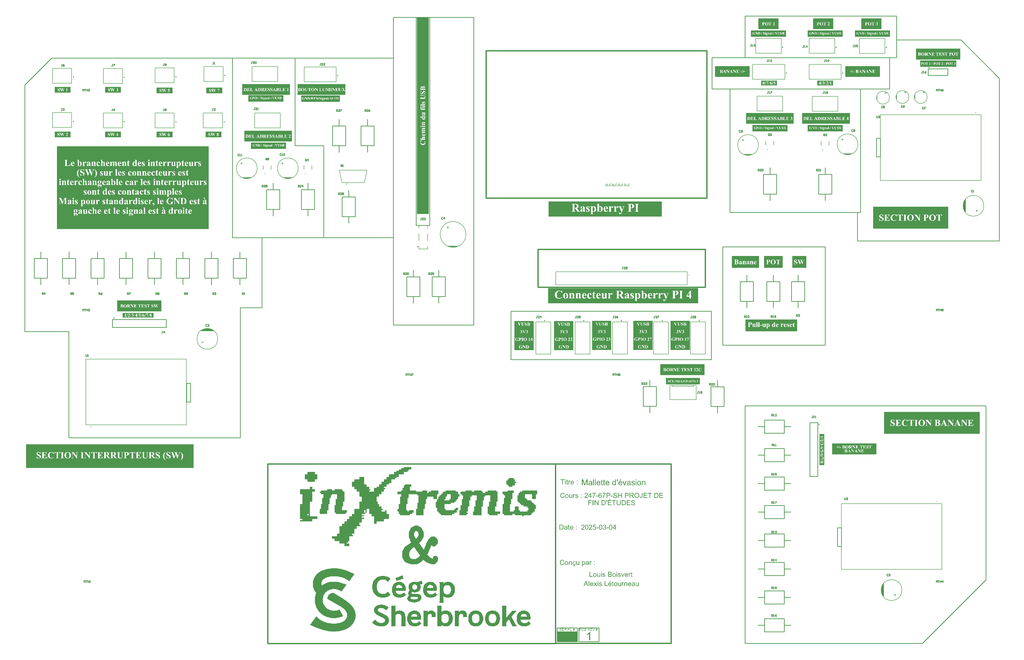
<source format=gto>
G04*
G04 #@! TF.GenerationSoftware,Altium Limited,Altium Designer,24.1.2 (44)*
G04*
G04 Layer_Color=65535*
%FSLAX25Y25*%
%MOIN*%
G70*
G04*
G04 #@! TF.SameCoordinates,7BB0C798-B388-47C6-955D-DBFAA0C4EE40*
G04*
G04*
G04 #@! TF.FilePolarity,Positive*
G04*
G01*
G75*
%ADD10C,0.00787*%
%ADD11C,0.00984*%
%ADD12C,0.01968*%
%ADD13C,0.01000*%
%ADD14C,0.00500*%
%ADD15C,0.07874*%
%ADD16C,0.00591*%
%ADD17R,0.30500X0.15459*%
G36*
X1378017Y851471D02*
X1377790Y851958D01*
X1377444Y852975D01*
X1377211Y854025D01*
X1377094Y855093D01*
Y856168D01*
X1377211Y857236D01*
X1377444Y858285D01*
X1377790Y859303D01*
X1378017Y859790D01*
X1378017D01*
X1378017Y851471D01*
D02*
G37*
G36*
X1350017D02*
X1349790Y851958D01*
X1349444Y852975D01*
X1349212Y854025D01*
X1349094Y855093D01*
Y856168D01*
X1349212Y857236D01*
X1349444Y858285D01*
X1349790Y859303D01*
X1350017Y859790D01*
X1350017D01*
X1350017Y851471D01*
D02*
G37*
G36*
X1320465Y850399D02*
X1320238Y850886D01*
X1319892Y851904D01*
X1319660Y852953D01*
X1319543Y854021D01*
Y855096D01*
X1319660Y856164D01*
X1319892Y857214D01*
X1320238Y858231D01*
X1320465Y858718D01*
X1320465D01*
X1320465Y850399D01*
D02*
G37*
G36*
X1281376Y768966D02*
X1279748Y768414D01*
X1278069Y768042D01*
X1276360Y767854D01*
X1274640D01*
X1272931Y768042D01*
X1271252Y768414D01*
X1269624Y768966D01*
X1268845Y769330D01*
X1282155D01*
X1281376Y768966D01*
D02*
G37*
G36*
X1129876Y767911D02*
X1128248Y767359D01*
X1126569Y766986D01*
X1124860Y766799D01*
X1123140D01*
X1121431Y766986D01*
X1119752Y767359D01*
X1118124Y767911D01*
X1117345Y768275D01*
X1130655D01*
X1129876Y767911D01*
D02*
G37*
G36*
X429376Y732474D02*
X427748Y731922D01*
X426069Y731549D01*
X424360Y731362D01*
X422640D01*
X420931Y731549D01*
X419252Y731922D01*
X417624Y732474D01*
X416845Y732838D01*
X430155D01*
X429376Y732474D01*
D02*
G37*
G36*
X366876D02*
X365248Y731922D01*
X363569Y731549D01*
X361860Y731362D01*
X360140D01*
X358431Y731549D01*
X356752Y731922D01*
X355124Y732474D01*
X354345Y732838D01*
X367655D01*
X366876Y732474D01*
D02*
G37*
G36*
X1455299Y680158D02*
X1453331Y682126D01*
X1451362Y688031D01*
X1451362Y692952D01*
X1452347Y695905D01*
X1454315Y698858D01*
X1455299Y700827D01*
X1455299Y680158D01*
D02*
G37*
G36*
X682345Y628205D02*
X680310Y627514D01*
X678211Y627049D01*
X676075Y626815D01*
X673925D01*
X671789Y627049D01*
X669690Y627514D01*
X667655Y628205D01*
X666681Y628659D01*
X683319D01*
X682345Y628205D01*
D02*
G37*
G36*
X306906Y502264D02*
X309858Y500295D01*
X311827Y499311D01*
X291158Y499311D01*
X293126Y501279D01*
X299031Y503248D01*
X303952Y503248D01*
X306906Y502264D01*
D02*
G37*
G36*
X464559Y281108D02*
X468320D01*
Y273586D01*
X464559D01*
Y269826D01*
X453276D01*
Y273586D01*
X449516D01*
Y281108D01*
X453276D01*
Y284869D01*
X464559D01*
Y281108D01*
D02*
G37*
G36*
X767302Y273586D02*
X769182D01*
Y269826D01*
X771063D01*
Y267945D01*
X769182D01*
Y264184D01*
X765422D01*
Y262304D01*
X759780D01*
Y264184D01*
X757900D01*
Y266065D01*
X756020D01*
Y271706D01*
X757900D01*
Y273586D01*
X759780D01*
Y275467D01*
X767302D01*
Y273586D01*
D02*
G37*
G36*
X505928Y256663D02*
X507808D01*
Y254782D01*
X509688D01*
Y239739D01*
X507808D01*
Y232218D01*
X505928D01*
Y226576D01*
X513449D01*
Y222816D01*
X511569D01*
Y220935D01*
X496525D01*
Y222816D01*
X494645D01*
Y234098D01*
X496525D01*
Y243500D01*
X498406D01*
Y251022D01*
X490884D01*
Y249141D01*
X489004D01*
Y245380D01*
X487123D01*
Y235978D01*
X485243D01*
Y226576D01*
X483363D01*
Y220935D01*
X472080D01*
Y228457D01*
X473961D01*
Y235978D01*
X475841D01*
Y245380D01*
X477722D01*
Y251022D01*
X473961D01*
Y252902D01*
X472080D01*
Y254782D01*
X473961D01*
Y256663D01*
X483363D01*
Y258543D01*
X490884D01*
Y256663D01*
X494645D01*
Y258543D01*
X505928D01*
Y256663D01*
D02*
G37*
G36*
X611229Y288629D02*
X607469D01*
Y286749D01*
X605588D01*
Y284869D01*
X599947D01*
Y281108D01*
X592425D01*
Y277347D01*
X588665D01*
Y275467D01*
X586784D01*
Y273586D01*
X581143D01*
Y267945D01*
X577382D01*
Y266065D01*
X573622D01*
Y262304D01*
X569861D01*
Y260423D01*
X571741D01*
Y258543D01*
X569861D01*
Y254782D01*
X566100D01*
Y251022D01*
X562339D01*
Y247261D01*
X558578D01*
Y239739D01*
X560459D01*
Y235978D01*
X562339D01*
Y232218D01*
X566100D01*
Y228457D01*
X567980D01*
Y226576D01*
X566100D01*
Y224696D01*
X571741D01*
Y226576D01*
X573622D01*
Y220935D01*
X577382D01*
Y213414D01*
X569861D01*
Y209653D01*
X558578D01*
Y205892D01*
X554818D01*
Y217175D01*
X551057D01*
Y220935D01*
X547296D01*
Y228457D01*
X543535D01*
Y222816D01*
X541655D01*
Y226576D01*
X539775D01*
Y222816D01*
X541655D01*
Y220935D01*
X536014D01*
Y219055D01*
X539775D01*
Y217175D01*
X536014D01*
Y215294D01*
X539775D01*
Y213414D01*
X536014D01*
Y207773D01*
X532253D01*
Y204012D01*
X534133D01*
Y202131D01*
X528492D01*
Y198371D01*
X524731D01*
Y190849D01*
X520971D01*
Y188969D01*
X522851D01*
Y187088D01*
X517210D01*
Y179567D01*
X515329D01*
Y177686D01*
X513449D01*
Y175806D01*
X517210D01*
Y172045D01*
X509688D01*
Y175806D01*
X502167D01*
Y179567D01*
X494645D01*
Y183327D01*
X490884D01*
Y187088D01*
X498406D01*
Y190849D01*
X502167D01*
Y202131D01*
X505928D01*
Y205892D01*
X509688D01*
Y209653D01*
X513449D01*
Y213414D01*
X517210D01*
Y217175D01*
X520971D01*
Y220935D01*
X524731D01*
Y228457D01*
X532253D01*
Y239739D01*
X536014D01*
Y247261D01*
X532253D01*
Y254782D01*
X528492D01*
Y258543D01*
X524731D01*
Y262304D01*
X520971D01*
Y269826D01*
X524731D01*
Y273586D01*
X532253D01*
Y277347D01*
X539775D01*
Y266065D01*
X543535D01*
Y262304D01*
X547296D01*
Y258543D01*
X549177D01*
Y256663D01*
X547296D01*
Y254782D01*
X554818D01*
Y260423D01*
X558578D01*
Y262304D01*
X562339D01*
Y266065D01*
X566100D01*
Y269826D01*
X569861D01*
Y273586D01*
X573622D01*
Y277347D01*
X577382D01*
Y281108D01*
X584904D01*
Y284869D01*
X588665D01*
Y286749D01*
X592425D01*
Y288629D01*
X596186D01*
Y290510D01*
X599947D01*
Y292390D01*
X611229D01*
Y288629D01*
D02*
G37*
G36*
X740976Y254782D02*
X742857D01*
Y239739D01*
X740976D01*
Y232218D01*
X739096D01*
Y224696D01*
X746618D01*
Y220935D01*
X742857D01*
Y219055D01*
X729694D01*
Y220935D01*
X727814D01*
Y232218D01*
X729694D01*
Y239739D01*
X731574D01*
Y249141D01*
X724053D01*
Y247261D01*
X722172D01*
Y241620D01*
X720292D01*
Y232218D01*
X718412D01*
Y219055D01*
X705249D01*
Y224696D01*
X707129D01*
Y232218D01*
X709010D01*
Y241620D01*
X710890D01*
Y249141D01*
X703369D01*
Y247261D01*
X701488D01*
Y241620D01*
X699608D01*
Y232218D01*
X697727D01*
Y224696D01*
X695847D01*
Y222816D01*
X697727D01*
Y220935D01*
X695847D01*
Y219055D01*
X684565D01*
Y226576D01*
X686445D01*
Y234098D01*
X688326D01*
Y243500D01*
X690206D01*
Y249141D01*
X688326D01*
Y251022D01*
X686445D01*
Y254782D01*
X693967D01*
Y256663D01*
X703369D01*
Y254782D01*
X707129D01*
Y256663D01*
X718412D01*
Y254782D01*
X720292D01*
Y252902D01*
X724053D01*
Y254782D01*
X727814D01*
Y256663D01*
X740976D01*
Y254782D01*
D02*
G37*
G36*
X803029Y251022D02*
X801149D01*
Y243500D01*
X795508D01*
Y251022D01*
X784226D01*
Y245380D01*
X786106D01*
Y243500D01*
X787986D01*
Y241620D01*
X793628D01*
Y239739D01*
X795508D01*
Y237859D01*
X797388D01*
Y235978D01*
X799269D01*
Y234098D01*
X801149D01*
Y228457D01*
X799269D01*
Y224696D01*
X797388D01*
Y222816D01*
X795508D01*
Y220935D01*
X793628D01*
Y219055D01*
X782345D01*
Y217175D01*
X780465D01*
Y219055D01*
X769182D01*
Y220935D01*
X765422D01*
Y219055D01*
X752259D01*
Y220935D01*
X750378D01*
Y235978D01*
X752259D01*
Y245380D01*
X754139D01*
Y249141D01*
X752259D01*
Y251022D01*
X750378D01*
Y254782D01*
X757900D01*
Y256663D01*
X767302D01*
Y252902D01*
X765422D01*
Y243500D01*
X763541D01*
Y235978D01*
X761661D01*
Y224696D01*
X767302D01*
Y226576D01*
X769182D01*
Y232218D01*
X774824D01*
Y226576D01*
X776704D01*
Y224696D01*
X787986D01*
Y226576D01*
X789867D01*
Y230337D01*
X787986D01*
Y232218D01*
X782345D01*
Y234098D01*
X778584D01*
Y235978D01*
X776704D01*
Y237859D01*
X774824D01*
Y239739D01*
X772943D01*
Y247261D01*
Y249141D01*
X774824D01*
Y252902D01*
X776704D01*
Y254782D01*
X780465D01*
Y256663D01*
X803029D01*
Y251022D01*
D02*
G37*
G36*
X611229Y262304D02*
X609349D01*
Y256663D01*
X618751D01*
Y254782D01*
X628153D01*
Y256663D01*
X635674D01*
Y252902D01*
X637555D01*
Y254782D01*
X641316D01*
Y256663D01*
X652598D01*
Y251022D01*
X650718D01*
Y243500D01*
X652598D01*
Y247261D01*
X654478D01*
Y249141D01*
X656359D01*
Y251022D01*
X658239D01*
Y252902D01*
X660120D01*
Y254782D01*
X663880D01*
Y256663D01*
X678924D01*
Y254782D01*
X682684D01*
Y251022D01*
X684565D01*
Y247261D01*
X682684D01*
Y243500D01*
X680804D01*
Y241620D01*
X678924D01*
Y239739D01*
X677043D01*
Y237859D01*
X671402D01*
Y235978D01*
X662000D01*
Y228457D01*
X663880D01*
Y226576D01*
X677043D01*
Y228457D01*
X678924D01*
Y230337D01*
X682684D01*
Y226576D01*
X680804D01*
Y222816D01*
X677043D01*
Y220935D01*
X673282D01*
Y219055D01*
X656359D01*
Y220935D01*
X654478D01*
Y222816D01*
X652598D01*
Y224696D01*
X650718D01*
Y230337D01*
X648837D01*
Y239739D01*
X650718D01*
Y241620D01*
Y243500D01*
X645077D01*
Y247261D01*
X635674D01*
Y243500D01*
X633794D01*
Y235978D01*
X631914D01*
Y228457D01*
X630033D01*
Y219055D01*
X618751D01*
Y228457D01*
X620631D01*
Y237859D01*
X622512D01*
Y249141D01*
X620631D01*
Y251022D01*
X607469D01*
Y245380D01*
X605588D01*
Y235978D01*
X603708D01*
Y226576D01*
X605588D01*
Y224696D01*
X607469D01*
Y226576D01*
X614990D01*
Y222816D01*
X613110D01*
Y220935D01*
X609349D01*
Y219055D01*
X594306D01*
Y220935D01*
X592425D01*
Y224696D01*
X590545D01*
Y228457D01*
X592425D01*
Y235978D01*
X594306D01*
Y247261D01*
X596186D01*
Y251022D01*
X590545D01*
Y254782D01*
X596186D01*
Y256663D01*
X598067D01*
Y260423D01*
X599947D01*
Y264184D01*
X601827D01*
Y266065D01*
X611229D01*
Y262304D01*
D02*
G37*
G36*
X460798Y258543D02*
X464559D01*
Y254782D01*
X460798D01*
Y239739D01*
X457037D01*
Y217175D01*
X468320D01*
Y213414D01*
X460798D01*
Y209653D01*
X441994D01*
Y211533D01*
X445755D01*
Y213414D01*
X441994D01*
Y235978D01*
X445755D01*
Y251022D01*
X441994D01*
Y254782D01*
Y256663D01*
Y258543D01*
X457037D01*
Y262304D01*
X460798D01*
Y258543D01*
D02*
G37*
G36*
X598351Y125541D02*
X598877D01*
Y124488D01*
X599403D01*
Y122384D01*
X598351D01*
Y121858D01*
X596773D01*
Y121332D01*
X595194D01*
Y120806D01*
X593616D01*
Y120279D01*
X591512D01*
Y119753D01*
X589933D01*
Y119227D01*
X588881D01*
Y120279D01*
X588355D01*
Y121332D01*
X587829D01*
Y122910D01*
X587303D01*
Y123436D01*
X588355D01*
Y123962D01*
X589933D01*
Y124488D01*
X590986D01*
Y125014D01*
X592564D01*
Y125541D01*
X593616D01*
Y126067D01*
X595194D01*
Y126593D01*
X596247D01*
Y127119D01*
X598351D01*
Y125541D01*
D02*
G37*
G36*
X499442Y137641D02*
X503125D01*
Y137115D01*
X505229D01*
Y136589D01*
X507334D01*
Y136063D01*
X509438D01*
Y135537D01*
X511017D01*
Y135011D01*
X512595D01*
Y134484D01*
X513647D01*
Y133958D01*
X515226D01*
Y133432D01*
X516278D01*
Y132906D01*
X517856D01*
Y132380D01*
X518908D01*
Y131854D01*
X519961D01*
Y131328D01*
X521539D01*
Y130802D01*
X522591D01*
Y130275D01*
X523643D01*
Y129749D01*
X524696D01*
Y128697D01*
X524169D01*
Y128171D01*
X523643D01*
Y127119D01*
X523117D01*
Y126593D01*
X522591D01*
Y126067D01*
X522065D01*
Y125014D01*
X521539D01*
Y124488D01*
X521013D01*
Y123962D01*
X520487D01*
Y122910D01*
X519961D01*
Y122384D01*
X519434D01*
Y121332D01*
X518908D01*
Y120806D01*
X518382D01*
Y120279D01*
X517856D01*
Y119227D01*
X517330D01*
Y118701D01*
X516278D01*
Y119227D01*
X515226D01*
Y119753D01*
X514699D01*
Y120279D01*
X514173D01*
Y120806D01*
X513121D01*
Y121332D01*
X512069D01*
Y121858D01*
X511543D01*
Y122384D01*
X510491D01*
Y122910D01*
X508912D01*
Y123436D01*
X507860D01*
Y123962D01*
X506282D01*
Y124488D01*
X504703D01*
Y125014D01*
X502073D01*
Y125541D01*
X498916D01*
Y126067D01*
X489446D01*
Y125541D01*
X486290D01*
Y125014D01*
X484185D01*
Y124488D01*
X482607D01*
Y123962D01*
X481554D01*
Y123436D01*
X480502D01*
Y122910D01*
X479450D01*
Y122384D01*
X478924D01*
Y121858D01*
X477872D01*
Y121332D01*
X477346D01*
Y120806D01*
X476819D01*
Y120279D01*
X476293D01*
Y119753D01*
X475767D01*
Y118701D01*
X475241D01*
Y117649D01*
X474715D01*
Y112914D01*
X475241D01*
Y112388D01*
X476293D01*
Y112914D01*
X477346D01*
Y113440D01*
X477872D01*
Y113966D01*
X478924D01*
Y114492D01*
X479976D01*
Y115018D01*
X481028D01*
Y115544D01*
X482081D01*
Y116071D01*
X483659D01*
Y116597D01*
X485237D01*
Y117123D01*
X487342D01*
Y117649D01*
X498916D01*
Y117123D01*
X501547D01*
Y116597D01*
X503651D01*
Y116071D01*
X505229D01*
Y115544D01*
X506808D01*
Y115018D01*
X508386D01*
Y114492D01*
X509965D01*
Y113966D01*
X511017D01*
Y113440D01*
X512595D01*
Y112388D01*
X512069D01*
Y111862D01*
X511543D01*
Y110809D01*
X511017D01*
Y110283D01*
X510491D01*
Y109757D01*
X509965D01*
Y108705D01*
X509438D01*
Y108179D01*
X508912D01*
Y107653D01*
X508386D01*
Y106600D01*
X507860D01*
Y106074D01*
X507334D01*
Y105548D01*
X506808D01*
Y104496D01*
X506282D01*
Y103970D01*
X505756D01*
Y103444D01*
X505229D01*
Y102918D01*
X504703D01*
Y103444D01*
X503651D01*
Y103970D01*
X502599D01*
Y104496D01*
X501547D01*
Y105022D01*
X500494D01*
Y105548D01*
X499442D01*
Y106074D01*
X497338D01*
Y106600D01*
X490498D01*
Y106074D01*
X487868D01*
Y105548D01*
X486816D01*
Y105022D01*
X485763D01*
Y104496D01*
X484711D01*
Y103970D01*
X483659D01*
Y103444D01*
X483133D01*
Y102918D01*
X482607D01*
Y102392D01*
X481554D01*
Y101865D01*
X481028D01*
Y101339D01*
X480502D01*
Y100287D01*
X479976D01*
Y99761D01*
X479450D01*
Y99235D01*
X478924D01*
Y98183D01*
X478398D01*
Y97131D01*
X477872D01*
Y95552D01*
X477346D01*
Y93974D01*
X476819D01*
Y86082D01*
X477346D01*
Y84504D01*
X477872D01*
Y83452D01*
X478398D01*
Y82399D01*
X478924D01*
Y81347D01*
X479450D01*
Y80821D01*
X479976D01*
Y79769D01*
X480502D01*
Y79243D01*
X481028D01*
Y78717D01*
X481554D01*
Y78190D01*
X482081D01*
Y77664D01*
X482607D01*
Y77138D01*
X483133D01*
Y76612D01*
X484185D01*
Y76086D01*
X485237D01*
Y75560D01*
X486290D01*
Y75034D01*
X487342D01*
Y74508D01*
X488920D01*
Y73982D01*
X492077D01*
Y73456D01*
X495233D01*
Y73982D01*
X498916D01*
Y74508D01*
X500494D01*
Y75034D01*
X501547D01*
Y75560D01*
X502073D01*
Y75034D01*
X502599D01*
Y73982D01*
X503125D01*
Y72929D01*
X503651D01*
Y72403D01*
X504177D01*
Y71351D01*
X504703D01*
Y70299D01*
X505229D01*
Y69247D01*
X505756D01*
Y68194D01*
X506282D01*
Y67668D01*
X506808D01*
Y66616D01*
X507334D01*
Y65038D01*
X506282D01*
Y64512D01*
X504703D01*
Y63986D01*
X503125D01*
Y63459D01*
X501021D01*
Y62933D01*
X497864D01*
Y62407D01*
X488920D01*
Y62933D01*
X486290D01*
Y63459D01*
X484185D01*
Y63986D01*
X482607D01*
Y64512D01*
X481554D01*
Y65038D01*
X479976D01*
Y65564D01*
X478924D01*
Y66090D01*
X477872D01*
Y66616D01*
X477346D01*
Y67142D01*
X476293D01*
Y67668D01*
X475767D01*
Y68194D01*
X475241D01*
Y68721D01*
X474189D01*
Y69247D01*
X473663D01*
Y69773D01*
X473137D01*
Y70299D01*
X472611D01*
Y70825D01*
X472085D01*
Y71351D01*
X471558D01*
Y71877D01*
X471032D01*
Y72403D01*
X470506D01*
Y73456D01*
X469980D01*
Y73982D01*
X469454D01*
Y74508D01*
X468928D01*
Y75560D01*
X468402D01*
Y76612D01*
X467876D01*
Y77138D01*
X467349D01*
Y78190D01*
X466823D01*
Y79769D01*
X466297D01*
Y81347D01*
X465771D01*
Y82925D01*
X465245D01*
Y85030D01*
X464719D01*
Y95026D01*
X465245D01*
Y97131D01*
X465771D01*
Y99235D01*
X466297D01*
Y100287D01*
X466823D01*
Y100813D01*
X466297D01*
Y101339D01*
X465771D01*
Y102392D01*
X465245D01*
Y102918D01*
X464719D01*
Y103444D01*
X464193D01*
Y104496D01*
X463667D01*
Y105548D01*
X463141D01*
Y106600D01*
X462614D01*
Y108179D01*
X462088D01*
Y110283D01*
X461562D01*
Y118175D01*
X462088D01*
Y120279D01*
X462614D01*
Y121858D01*
X463141D01*
Y122910D01*
X463667D01*
Y123962D01*
X464193D01*
Y125014D01*
X464719D01*
Y126067D01*
X465245D01*
Y126593D01*
X465771D01*
Y127119D01*
X466297D01*
Y128171D01*
X466823D01*
Y128697D01*
X467349D01*
Y129223D01*
X467876D01*
Y129749D01*
X468402D01*
Y130275D01*
X468928D01*
Y130802D01*
X469980D01*
Y131328D01*
X470506D01*
Y131854D01*
X471032D01*
Y132380D01*
X472085D01*
Y132906D01*
X472611D01*
Y133432D01*
X473663D01*
Y133958D01*
X474715D01*
Y134484D01*
X475767D01*
Y135011D01*
X477346D01*
Y135537D01*
X478924D01*
Y136063D01*
X480502D01*
Y136589D01*
X482607D01*
Y137115D01*
X485237D01*
Y137641D01*
X488920D01*
Y138167D01*
X499442D01*
Y137641D01*
D02*
G37*
G36*
X571519Y126067D02*
X573624D01*
Y125541D01*
X575202D01*
Y125014D01*
X576254D01*
Y124488D01*
X577307D01*
Y123962D01*
X577833D01*
Y123436D01*
X578885D01*
Y122910D01*
X579411D01*
Y122384D01*
X579937D01*
Y121858D01*
X579411D01*
Y121332D01*
X578885D01*
Y120806D01*
X578359D01*
Y120279D01*
X577833D01*
Y119753D01*
X577307D01*
Y118701D01*
X576781D01*
Y118175D01*
X576254D01*
Y117649D01*
X575202D01*
Y118701D01*
X574150D01*
Y119227D01*
X573624D01*
Y119753D01*
X573098D01*
Y120279D01*
X572046D01*
Y120806D01*
X565206D01*
Y120279D01*
X563628D01*
Y119753D01*
X563102D01*
Y119227D01*
X562049D01*
Y118701D01*
X561523D01*
Y118175D01*
X560997D01*
Y117123D01*
X560471D01*
Y116597D01*
X559945D01*
Y115018D01*
X559419D01*
Y113440D01*
X558893D01*
Y106600D01*
X559419D01*
Y105022D01*
X559945D01*
Y103970D01*
X560471D01*
Y102918D01*
X560997D01*
Y102392D01*
X561523D01*
Y101339D01*
X562049D01*
Y100813D01*
X563102D01*
Y100287D01*
X564154D01*
Y99761D01*
X565206D01*
Y99235D01*
X571519D01*
Y99761D01*
X572572D01*
Y100287D01*
X573624D01*
Y100813D01*
X574150D01*
Y101339D01*
X574676D01*
Y101865D01*
X575202D01*
Y102392D01*
X576254D01*
Y101865D01*
X576781D01*
Y101339D01*
X577307D01*
Y100813D01*
X577833D01*
Y99761D01*
X578359D01*
Y99235D01*
X578885D01*
Y98709D01*
X579411D01*
Y98183D01*
X579937D01*
Y97657D01*
X579411D01*
Y97131D01*
X578359D01*
Y96604D01*
X577833D01*
Y96078D01*
X577307D01*
Y95552D01*
X576254D01*
Y95026D01*
X575202D01*
Y94500D01*
X573624D01*
Y93974D01*
X571519D01*
Y93448D01*
X565206D01*
Y93974D01*
X563102D01*
Y94500D01*
X561523D01*
Y95026D01*
X559945D01*
Y95552D01*
X559419D01*
Y96078D01*
X558367D01*
Y96604D01*
X557841D01*
Y97131D01*
X557314D01*
Y97657D01*
X556788D01*
Y98183D01*
X556262D01*
Y98709D01*
X555736D01*
Y99235D01*
X555210D01*
Y99761D01*
X554684D01*
Y100813D01*
X554158D01*
Y101339D01*
X553632D01*
Y102392D01*
X553106D01*
Y103970D01*
X552579D01*
Y106074D01*
X552053D01*
Y113966D01*
X552579D01*
Y116071D01*
X553106D01*
Y117649D01*
X553632D01*
Y118701D01*
X554158D01*
Y119753D01*
X554684D01*
Y120279D01*
X555210D01*
Y120806D01*
X555736D01*
Y121332D01*
X556262D01*
Y121858D01*
X556788D01*
Y122384D01*
X557314D01*
Y122910D01*
X557841D01*
Y123436D01*
X558367D01*
Y123962D01*
X558893D01*
Y124488D01*
X559945D01*
Y125014D01*
X560997D01*
Y125541D01*
X562576D01*
Y126067D01*
X564680D01*
Y126593D01*
X571519D01*
Y126067D01*
D02*
G37*
G36*
X627287Y118175D02*
X627813D01*
Y116597D01*
X628339D01*
Y115018D01*
X628866D01*
Y114492D01*
X627813D01*
Y113966D01*
X625183D01*
Y111862D01*
X625709D01*
Y107127D01*
X625183D01*
Y105548D01*
X624657D01*
Y105022D01*
X624131D01*
Y104496D01*
X623604D01*
Y103970D01*
X623078D01*
Y103444D01*
X622552D01*
Y102918D01*
X621500D01*
Y102392D01*
X620448D01*
Y101865D01*
X617817D01*
Y101339D01*
X615187D01*
Y101865D01*
X613082D01*
Y102392D01*
X612030D01*
Y99235D01*
X622026D01*
Y98709D01*
X624131D01*
Y98183D01*
X624657D01*
Y97657D01*
X625183D01*
Y97131D01*
X625709D01*
Y96604D01*
X626235D01*
Y95552D01*
X626761D01*
Y92396D01*
X626235D01*
Y90817D01*
X625709D01*
Y89765D01*
X625183D01*
Y89239D01*
X624657D01*
Y88713D01*
X623604D01*
Y88187D01*
X623078D01*
Y87661D01*
X622026D01*
Y87134D01*
X620448D01*
Y86608D01*
X617291D01*
Y86082D01*
X614661D01*
Y86608D01*
X610978D01*
Y87134D01*
X609399D01*
Y87661D01*
X607821D01*
Y88187D01*
X607295D01*
Y88713D01*
X606769D01*
Y89239D01*
X606243D01*
Y89765D01*
X605717D01*
Y91343D01*
X605191D01*
Y92922D01*
X605717D01*
Y94500D01*
X606243D01*
Y95552D01*
X606769D01*
Y96078D01*
X607821D01*
Y97131D01*
X607295D01*
Y98183D01*
X606769D01*
Y101865D01*
X607295D01*
Y102918D01*
X607821D01*
Y103970D01*
X608347D01*
Y104496D01*
X608873D01*
Y105022D01*
X608347D01*
Y106074D01*
X607821D01*
Y107127D01*
X607295D01*
Y111862D01*
X607821D01*
Y113440D01*
X608347D01*
Y113966D01*
X608873D01*
Y115018D01*
X609399D01*
Y115544D01*
X610452D01*
Y116071D01*
X610978D01*
Y116597D01*
X612030D01*
Y117123D01*
X614135D01*
Y117649D01*
X618869D01*
Y117123D01*
X621500D01*
Y117649D01*
X623078D01*
Y118175D01*
X624657D01*
Y118701D01*
X625709D01*
Y119227D01*
X627287D01*
Y118175D01*
D02*
G37*
G36*
X669376Y117123D02*
X670954D01*
Y116597D01*
X672533D01*
Y116071D01*
X673059D01*
Y115544D01*
X673585D01*
Y115018D01*
X674637D01*
Y114492D01*
X675163D01*
Y113440D01*
X675690D01*
Y112914D01*
X676216D01*
Y111862D01*
X676742D01*
Y110809D01*
X677268D01*
Y109231D01*
X677794D01*
Y101865D01*
X677268D01*
Y100287D01*
X676742D01*
Y99235D01*
X676216D01*
Y98183D01*
X675690D01*
Y97131D01*
X675163D01*
Y96604D01*
X674637D01*
Y96078D01*
X674111D01*
Y95552D01*
X673585D01*
Y95026D01*
X672533D01*
Y94500D01*
X671481D01*
Y93974D01*
X669376D01*
Y93448D01*
X664641D01*
Y93974D01*
X663063D01*
Y94500D01*
X661484D01*
Y95026D01*
X660958D01*
Y95552D01*
X660432D01*
Y86608D01*
X660958D01*
Y86082D01*
X660432D01*
Y85556D01*
X654645D01*
Y86082D01*
X654119D01*
Y87661D01*
X654645D01*
Y89765D01*
Y90291D01*
Y115544D01*
X654119D01*
Y117123D01*
X660432D01*
Y115018D01*
X660958D01*
Y115544D01*
X661484D01*
Y116071D01*
X662011D01*
Y116597D01*
X663589D01*
Y117123D01*
X665167D01*
Y117649D01*
X669376D01*
Y117123D01*
D02*
G37*
G36*
X1330579Y95157D02*
X1328610Y97126D01*
X1326642Y103032D01*
X1326642Y107952D01*
X1327626Y110906D01*
X1329595Y113858D01*
X1330579Y115827D01*
X1330579Y95157D01*
D02*
G37*
G36*
X642544Y117123D02*
X644649D01*
Y116597D01*
X645701D01*
Y116071D01*
X646227D01*
Y115544D01*
X646753D01*
Y115018D01*
X647279D01*
Y114492D01*
X647806D01*
Y113966D01*
X648332D01*
Y113440D01*
X648858D01*
Y112388D01*
X649384D01*
Y111336D01*
X649910D01*
Y109757D01*
X650436D01*
Y104496D01*
X649910D01*
Y103970D01*
X635179D01*
Y102918D01*
X635705D01*
Y101339D01*
X636231D01*
Y100287D01*
X636757D01*
Y99761D01*
X637810D01*
Y99235D01*
X638862D01*
Y98709D01*
X644123D01*
Y99235D01*
X645701D01*
Y99761D01*
X646227D01*
Y100287D01*
X646753D01*
Y100813D01*
X647279D01*
Y101339D01*
X648332D01*
Y100287D01*
X648858D01*
Y99761D01*
X649384D01*
Y99235D01*
X649910D01*
Y98709D01*
X650436D01*
Y98183D01*
X650962D01*
Y97657D01*
X650436D01*
Y97131D01*
X649910D01*
Y96604D01*
X649384D01*
Y96078D01*
X648858D01*
Y95552D01*
X647806D01*
Y95026D01*
X646753D01*
Y94500D01*
X645701D01*
Y93974D01*
X643597D01*
Y93448D01*
X638336D01*
Y93974D01*
X636231D01*
Y94500D01*
X635179D01*
Y95026D01*
X634127D01*
Y95552D01*
X633601D01*
Y96078D01*
X633074D01*
Y96604D01*
X632548D01*
Y97131D01*
X632022D01*
Y97657D01*
X631496D01*
Y98183D01*
X630970D01*
Y99235D01*
X630444D01*
Y100287D01*
X629918D01*
Y102392D01*
X629392D01*
Y108705D01*
X629918D01*
Y110283D01*
X630444D01*
Y111862D01*
X630970D01*
Y112914D01*
X631496D01*
Y113440D01*
X632022D01*
Y113966D01*
X632548D01*
Y115018D01*
X633601D01*
Y115544D01*
X634127D01*
Y116071D01*
X635179D01*
Y116597D01*
X636231D01*
Y117123D01*
X637810D01*
Y117649D01*
X642544D01*
Y117123D01*
D02*
G37*
G36*
X595194D02*
X596773D01*
Y116597D01*
X597825D01*
Y116071D01*
X598877D01*
Y115544D01*
X599403D01*
Y115018D01*
X599929D01*
Y114492D01*
X600456D01*
Y113966D01*
X600982D01*
Y113440D01*
X601508D01*
Y112388D01*
X602034D01*
Y110809D01*
X602560D01*
Y109231D01*
X603086D01*
Y104496D01*
X602560D01*
Y103970D01*
X587829D01*
Y102392D01*
X588355D01*
Y100813D01*
X588881D01*
Y100287D01*
X589407D01*
Y99761D01*
X589933D01*
Y99235D01*
X590986D01*
Y98709D01*
X596773D01*
Y99235D01*
X597825D01*
Y99761D01*
X598877D01*
Y100287D01*
X599403D01*
Y100813D01*
X599929D01*
Y101339D01*
X600456D01*
Y100813D01*
X600982D01*
Y100287D01*
X601508D01*
Y99761D01*
X602034D01*
Y99235D01*
X602560D01*
Y98709D01*
X603086D01*
Y97131D01*
X602560D01*
Y96604D01*
X602034D01*
Y96078D01*
X600982D01*
Y95552D01*
X600456D01*
Y95026D01*
X599403D01*
Y94500D01*
X597825D01*
Y93974D01*
X596247D01*
Y93448D01*
X590986D01*
Y93974D01*
X588881D01*
Y94500D01*
X587829D01*
Y95026D01*
X586777D01*
Y95552D01*
X585724D01*
Y96078D01*
X585198D01*
Y96604D01*
X584672D01*
Y97131D01*
X584146D01*
Y98183D01*
X583620D01*
Y98709D01*
X583094D01*
Y100287D01*
X582568D01*
Y101865D01*
X582042D01*
Y109231D01*
X582568D01*
Y110809D01*
X583094D01*
Y111862D01*
X583620D01*
Y112914D01*
X584146D01*
Y113966D01*
X584672D01*
Y114492D01*
X585198D01*
Y115018D01*
X585724D01*
Y115544D01*
X586777D01*
Y116071D01*
X587303D01*
Y116597D01*
X588881D01*
Y117123D01*
X590459D01*
Y117649D01*
X595194D01*
Y117123D01*
D02*
G37*
G36*
X568363Y82399D02*
X570467D01*
Y81873D01*
X572046D01*
Y81347D01*
X573098D01*
Y80821D01*
X574150D01*
Y80295D01*
X575202D01*
Y79769D01*
X575728D01*
Y79243D01*
X576254D01*
Y78717D01*
X576781D01*
Y77664D01*
X576254D01*
Y77138D01*
X575728D01*
Y76612D01*
X575202D01*
Y76086D01*
X574676D01*
Y75560D01*
X574150D01*
Y75034D01*
X573624D01*
Y74508D01*
X573098D01*
Y73982D01*
X572572D01*
Y75034D01*
X572046D01*
Y75560D01*
X570993D01*
Y76086D01*
X570467D01*
Y76612D01*
X569415D01*
Y77138D01*
X567837D01*
Y77664D01*
X563102D01*
Y77138D01*
X562049D01*
Y76612D01*
X560997D01*
Y75560D01*
X560471D01*
Y73982D01*
X560997D01*
Y72929D01*
X561523D01*
Y72403D01*
X562049D01*
Y71877D01*
X563102D01*
Y71351D01*
X564154D01*
Y70825D01*
X565206D01*
Y70299D01*
X566258D01*
Y69773D01*
X567311D01*
Y69247D01*
X568363D01*
Y68721D01*
X569415D01*
Y68194D01*
X570467D01*
Y67668D01*
X571519D01*
Y67142D01*
X572572D01*
Y66616D01*
X573098D01*
Y66090D01*
X574150D01*
Y65564D01*
X574676D01*
Y65038D01*
X575202D01*
Y64512D01*
X575728D01*
Y63986D01*
X576254D01*
Y62933D01*
X576781D01*
Y61881D01*
X577307D01*
Y56094D01*
X576781D01*
Y54515D01*
X576254D01*
Y53989D01*
X575728D01*
Y53463D01*
X575202D01*
Y52937D01*
X574676D01*
Y52411D01*
X574150D01*
Y51885D01*
X573624D01*
Y51359D01*
X572572D01*
Y50833D01*
X571519D01*
Y50307D01*
X569415D01*
Y49780D01*
X562049D01*
Y50307D01*
X559945D01*
Y50833D01*
X558367D01*
Y51359D01*
X557314D01*
Y51885D01*
X556262D01*
Y52411D01*
X555210D01*
Y52937D01*
X554684D01*
Y53463D01*
X554158D01*
Y53989D01*
X553106D01*
Y54515D01*
X552579D01*
Y55042D01*
X552053D01*
Y56094D01*
X552579D01*
Y56620D01*
X553106D01*
Y57146D01*
X553632D01*
Y57672D01*
X554158D01*
Y58198D01*
X554684D01*
Y58724D01*
X555210D01*
Y59250D01*
X555736D01*
Y59777D01*
X556262D01*
Y60303D01*
X556788D01*
Y59250D01*
X557314D01*
Y58724D01*
X557841D01*
Y58198D01*
X558367D01*
Y57672D01*
X558893D01*
Y57146D01*
X559419D01*
Y56620D01*
X560471D01*
Y56094D01*
X560997D01*
Y55568D01*
X562576D01*
Y55042D01*
X568363D01*
Y55568D01*
X569415D01*
Y56094D01*
X570467D01*
Y56620D01*
X570993D01*
Y58198D01*
X571519D01*
Y59777D01*
X570993D01*
Y60829D01*
X570467D01*
Y61355D01*
X569941D01*
Y61881D01*
X569415D01*
Y62407D01*
X568363D01*
Y62933D01*
X567311D01*
Y63459D01*
X566258D01*
Y63986D01*
X565206D01*
Y64512D01*
X564154D01*
Y65038D01*
X563102D01*
Y65564D01*
X562049D01*
Y66090D01*
X560997D01*
Y66616D01*
X559945D01*
Y67142D01*
X558893D01*
Y67668D01*
X558367D01*
Y68194D01*
X557841D01*
Y68721D01*
X557314D01*
Y69247D01*
X556788D01*
Y69773D01*
X556262D01*
Y70299D01*
X555736D01*
Y71351D01*
X555210D01*
Y72929D01*
X554684D01*
Y76612D01*
X555210D01*
Y78190D01*
X555736D01*
Y78717D01*
X556262D01*
Y79243D01*
X556788D01*
Y79769D01*
X557314D01*
Y80295D01*
X557841D01*
Y80821D01*
X558367D01*
Y81347D01*
X559419D01*
Y81873D01*
X560997D01*
Y82399D01*
X563102D01*
Y82925D01*
X568363D01*
Y82399D01*
D02*
G37*
G36*
X690421Y73456D02*
X692525D01*
Y72929D01*
X693577D01*
Y72403D01*
X694103D01*
Y71877D01*
X694629D01*
Y71351D01*
X695156D01*
Y70299D01*
X695682D01*
Y69247D01*
X696208D01*
Y64512D01*
X695682D01*
Y63986D01*
X690421D01*
Y67668D01*
X689894D01*
Y68194D01*
X689368D01*
Y68721D01*
X685686D01*
Y68194D01*
X685159D01*
Y67668D01*
X684633D01*
Y66616D01*
X684107D01*
Y63459D01*
X683581D01*
Y51359D01*
X684107D01*
Y50307D01*
X683581D01*
Y49780D01*
X677794D01*
Y59777D01*
Y60303D01*
Y73456D01*
X684107D01*
Y71877D01*
X684633D01*
Y72403D01*
X685686D01*
Y72929D01*
X686212D01*
Y73456D01*
X687790D01*
Y73982D01*
X690421D01*
Y73456D01*
D02*
G37*
G36*
X643071D02*
X644649D01*
Y72929D01*
X645701D01*
Y72403D01*
X646753D01*
Y71351D01*
X647279D01*
Y70825D01*
X647806D01*
Y69773D01*
X648332D01*
Y67668D01*
X648858D01*
Y66090D01*
X648332D01*
Y63986D01*
X642544D01*
Y68194D01*
X642018D01*
Y68721D01*
X638336D01*
Y68194D01*
X637810D01*
Y67668D01*
X637283D01*
Y67142D01*
X636757D01*
Y65564D01*
X636231D01*
Y49780D01*
X629918D01*
Y73456D01*
X636231D01*
Y71351D01*
X636757D01*
Y71877D01*
X637283D01*
Y72403D01*
X637810D01*
Y72929D01*
X638862D01*
Y73456D01*
X640440D01*
Y73982D01*
X643071D01*
Y73456D01*
D02*
G37*
G36*
X493129Y100287D02*
X494181D01*
Y99761D01*
X495233D01*
Y99235D01*
X495759D01*
Y98709D01*
X496812D01*
Y98183D01*
X497864D01*
Y97657D01*
X498390D01*
Y97131D01*
X499442D01*
Y96604D01*
X500494D01*
Y96078D01*
X501021D01*
Y95552D01*
X502073D01*
Y95026D01*
X503125D01*
Y94500D01*
X503651D01*
Y93974D01*
X504703D01*
Y93448D01*
X505229D01*
Y92922D01*
X506282D01*
Y92396D01*
X507334D01*
Y91869D01*
X507860D01*
Y91343D01*
X508912D01*
Y90817D01*
X509438D01*
Y90291D01*
X510491D01*
Y89765D01*
X511017D01*
Y89239D01*
X512069D01*
Y88713D01*
X512595D01*
Y88187D01*
X513121D01*
Y87661D01*
X514173D01*
Y87134D01*
X514699D01*
Y86608D01*
X515226D01*
Y86082D01*
X515752D01*
Y85556D01*
X516804D01*
Y85030D01*
X517330D01*
Y84504D01*
X517856D01*
Y83978D01*
X518382D01*
Y83452D01*
X518908D01*
Y82925D01*
X519434D01*
Y82399D01*
X519961D01*
Y81873D01*
X520487D01*
Y81347D01*
X521013D01*
Y80295D01*
X521539D01*
Y79769D01*
X522065D01*
Y79243D01*
X522591D01*
Y78190D01*
X523117D01*
Y77664D01*
X523643D01*
Y76612D01*
X524169D01*
Y75560D01*
X524696D01*
Y74508D01*
X525222D01*
Y73456D01*
X525748D01*
Y71351D01*
X526274D01*
Y68721D01*
X526800D01*
Y63986D01*
X526274D01*
Y61355D01*
X525748D01*
Y59777D01*
X525222D01*
Y58198D01*
X524696D01*
Y57146D01*
X524169D01*
Y56094D01*
X523643D01*
Y55042D01*
X523117D01*
Y54515D01*
X522591D01*
Y53463D01*
X522065D01*
Y52937D01*
X521539D01*
Y52411D01*
X521013D01*
Y51885D01*
X520487D01*
Y51359D01*
X519961D01*
Y50833D01*
X519434D01*
Y50307D01*
X518908D01*
Y49780D01*
X518382D01*
Y49254D01*
X517856D01*
Y48728D01*
X517330D01*
Y48202D01*
X516278D01*
Y47676D01*
X515752D01*
Y47150D01*
X514699D01*
Y46624D01*
X513647D01*
Y46098D01*
X512595D01*
Y45572D01*
X511543D01*
Y45046D01*
X509965D01*
Y44519D01*
X508386D01*
Y43993D01*
X506808D01*
Y43467D01*
X504703D01*
Y42941D01*
X502073D01*
Y42415D01*
X497338D01*
Y41889D01*
X489446D01*
Y42415D01*
X484711D01*
Y42941D01*
X482081D01*
Y43467D01*
X479450D01*
Y43993D01*
X477346D01*
Y44519D01*
X475767D01*
Y45046D01*
X474189D01*
Y45572D01*
X472611D01*
Y46098D01*
X471032D01*
Y46624D01*
X469454D01*
Y47150D01*
X467876D01*
Y47676D01*
X466823D01*
Y48202D01*
X465245D01*
Y48728D01*
X464193D01*
Y49254D01*
X463141D01*
Y49780D01*
X461562D01*
Y50307D01*
X460510D01*
Y50833D01*
X459458D01*
Y51359D01*
X458406D01*
Y51885D01*
X457353D01*
Y52411D01*
X457879D01*
Y52937D01*
X458406D01*
Y53989D01*
X458932D01*
Y54515D01*
X459458D01*
Y55042D01*
X459984D01*
Y56094D01*
X460510D01*
Y56620D01*
X461036D01*
Y57672D01*
X461562D01*
Y58198D01*
X462088D01*
Y58724D01*
X462614D01*
Y59777D01*
X463141D01*
Y60303D01*
X463667D01*
Y60829D01*
X464193D01*
Y61881D01*
X464719D01*
Y62407D01*
X465245D01*
Y62933D01*
X465771D01*
Y63986D01*
X466297D01*
Y64512D01*
X466823D01*
Y65038D01*
X467349D01*
Y64512D01*
X467876D01*
Y63986D01*
X468402D01*
Y63459D01*
X468928D01*
Y62933D01*
X469454D01*
Y62407D01*
X469980D01*
Y61881D01*
X470506D01*
Y61355D01*
X471032D01*
Y60829D01*
X471558D01*
Y60303D01*
X472611D01*
Y59777D01*
X473137D01*
Y59250D01*
X474189D01*
Y58724D01*
X475241D01*
Y58198D01*
X476293D01*
Y57672D01*
X477346D01*
Y57146D01*
X478398D01*
Y56620D01*
X479450D01*
Y56094D01*
X481028D01*
Y55568D01*
X483133D01*
Y55042D01*
X485763D01*
Y54515D01*
X489446D01*
Y53989D01*
X497864D01*
Y54515D01*
X501021D01*
Y55042D01*
X503125D01*
Y55568D01*
X504703D01*
Y56094D01*
X506282D01*
Y56620D01*
X507334D01*
Y57146D01*
X507860D01*
Y57672D01*
X508912D01*
Y58198D01*
X509438D01*
Y58724D01*
X509965D01*
Y59250D01*
X511017D01*
Y60303D01*
X511543D01*
Y60829D01*
X512069D01*
Y61881D01*
X512595D01*
Y62407D01*
X513121D01*
Y63986D01*
X513647D01*
Y69773D01*
X513121D01*
Y71351D01*
X512595D01*
Y72403D01*
X512069D01*
Y72929D01*
X511543D01*
Y73982D01*
X511017D01*
Y74508D01*
X510491D01*
Y75034D01*
X509965D01*
Y75560D01*
X509438D01*
Y76086D01*
X508912D01*
Y76612D01*
X508386D01*
Y77138D01*
X507334D01*
Y77664D01*
X506808D01*
Y78190D01*
X506282D01*
Y78717D01*
X505229D01*
Y79243D01*
X504703D01*
Y79769D01*
X503651D01*
Y80295D01*
X503125D01*
Y80821D01*
X502073D01*
Y81347D01*
X501021D01*
Y81873D01*
X500494D01*
Y82399D01*
X499442D01*
Y82925D01*
X498390D01*
Y83452D01*
X497338D01*
Y83978D01*
X496286D01*
Y84504D01*
X495759D01*
Y85030D01*
X494707D01*
Y85556D01*
X493655D01*
Y86082D01*
X492603D01*
Y86608D01*
X492077D01*
Y87134D01*
X491024D01*
Y87661D01*
X489972D01*
Y88187D01*
X488920D01*
Y88713D01*
X488394D01*
Y89239D01*
X487342D01*
Y89765D01*
X486290D01*
Y90291D01*
X485237D01*
Y90817D01*
X484711D01*
Y91343D01*
X483659D01*
Y93448D01*
X484185D01*
Y95026D01*
X484711D01*
Y96604D01*
X485237D01*
Y97131D01*
X485763D01*
Y98183D01*
X486290D01*
Y98709D01*
X487342D01*
Y99235D01*
X487868D01*
Y99761D01*
X488920D01*
Y100287D01*
X491024D01*
Y100813D01*
X493129D01*
Y100287D01*
D02*
G37*
G36*
X784594Y73456D02*
X786173D01*
Y72929D01*
X787751D01*
Y72403D01*
X788277D01*
Y71877D01*
X789329D01*
Y71351D01*
X789856D01*
Y70825D01*
X790382D01*
Y70299D01*
X790908D01*
Y69247D01*
X791434D01*
Y68194D01*
X791960D01*
Y67142D01*
X792486D01*
Y64512D01*
X793012D01*
Y61355D01*
X792486D01*
Y59777D01*
X777755D01*
Y58198D01*
X778281D01*
Y57146D01*
X778807D01*
Y56620D01*
X779333D01*
Y56094D01*
X779859D01*
Y55568D01*
X780912D01*
Y55042D01*
X783016D01*
Y54515D01*
X784594D01*
Y55042D01*
X787225D01*
Y55568D01*
X788277D01*
Y56094D01*
X788803D01*
Y56620D01*
X789329D01*
Y57146D01*
X789856D01*
Y57672D01*
X790382D01*
Y57146D01*
X790908D01*
Y56620D01*
X791434D01*
Y55568D01*
X791960D01*
Y55042D01*
X792486D01*
Y54515D01*
X793012D01*
Y53463D01*
X792486D01*
Y52937D01*
X791960D01*
Y52411D01*
X790908D01*
Y51885D01*
X790382D01*
Y51359D01*
X789329D01*
Y50833D01*
X788277D01*
Y50307D01*
X786699D01*
Y49780D01*
X779859D01*
Y50307D01*
X778281D01*
Y50833D01*
X777229D01*
Y51359D01*
X776177D01*
Y51885D01*
X775651D01*
Y52411D01*
X775124D01*
Y52937D01*
X774598D01*
Y53463D01*
X774072D01*
Y53989D01*
X773546D01*
Y55042D01*
X773020D01*
Y56094D01*
X772494D01*
Y57672D01*
X771968D01*
Y65564D01*
X772494D01*
Y67142D01*
X773020D01*
Y68721D01*
X773546D01*
Y69247D01*
X774072D01*
Y70299D01*
X774598D01*
Y70825D01*
X775124D01*
Y71351D01*
X775651D01*
Y71877D01*
X776703D01*
Y72403D01*
X777755D01*
Y72929D01*
X778807D01*
Y73456D01*
X780912D01*
Y73982D01*
X784594D01*
Y73456D01*
D02*
G37*
G36*
X756184Y63459D02*
X756711D01*
Y63986D01*
X757237D01*
Y65038D01*
X757763D01*
Y65564D01*
X758289D01*
Y66090D01*
X758815D01*
Y66616D01*
X759341D01*
Y67142D01*
X759867D01*
Y67668D01*
X760393D01*
Y68721D01*
X760919D01*
Y69247D01*
X761446D01*
Y69773D01*
X761972D01*
Y70299D01*
X762498D01*
Y70825D01*
X763024D01*
Y71351D01*
X763550D01*
Y71877D01*
X764076D01*
Y72929D01*
X764602D01*
Y73456D01*
X771442D01*
Y72929D01*
X770916D01*
Y71877D01*
X770390D01*
Y71351D01*
X769863D01*
Y70825D01*
X769337D01*
Y70299D01*
X768811D01*
Y69773D01*
X768285D01*
Y69247D01*
X767759D01*
Y68721D01*
X767233D01*
Y68194D01*
X766707D01*
Y67142D01*
X766181D01*
Y66616D01*
X765654D01*
Y66090D01*
X765128D01*
Y65564D01*
X764602D01*
Y65038D01*
X764076D01*
Y63459D01*
X764602D01*
Y62407D01*
X765128D01*
Y61355D01*
X765654D01*
Y60829D01*
X766181D01*
Y59777D01*
X766707D01*
Y58724D01*
X767233D01*
Y57672D01*
X767759D01*
Y56620D01*
X768285D01*
Y55568D01*
X768811D01*
Y55042D01*
X769337D01*
Y53989D01*
X769863D01*
Y52937D01*
X770390D01*
Y51885D01*
X770916D01*
Y51359D01*
X771442D01*
Y50833D01*
X771968D01*
Y49780D01*
X765128D01*
Y50307D01*
X764602D01*
Y51885D01*
X764076D01*
Y52937D01*
X763550D01*
Y53989D01*
X763024D01*
Y55042D01*
X762498D01*
Y56094D01*
X761972D01*
Y57146D01*
X761446D01*
Y58198D01*
X760919D01*
Y59250D01*
X760393D01*
Y60303D01*
X759867D01*
Y59777D01*
X759341D01*
Y59250D01*
X758815D01*
Y58724D01*
X758289D01*
Y58198D01*
X757763D01*
Y57672D01*
X757237D01*
Y57146D01*
X756711D01*
Y56094D01*
X756184D01*
Y49780D01*
X750397D01*
Y50307D01*
X749871D01*
Y81347D01*
X756184D01*
Y63459D01*
D02*
G37*
G36*
X736718Y73456D02*
X739349D01*
Y72929D01*
X740401D01*
Y72403D01*
X741453D01*
Y71877D01*
X742506D01*
Y71351D01*
X743032D01*
Y70825D01*
X743558D01*
Y70299D01*
X744084D01*
Y69247D01*
X744610D01*
Y68721D01*
X745136D01*
Y67668D01*
X745662D01*
Y66090D01*
X746188D01*
Y63459D01*
X746714D01*
Y60303D01*
X746188D01*
Y57672D01*
X745662D01*
Y56094D01*
X745136D01*
Y55042D01*
X744610D01*
Y53989D01*
X744084D01*
Y53463D01*
X743558D01*
Y52937D01*
X743032D01*
Y52411D01*
X742506D01*
Y51885D01*
X741979D01*
Y51359D01*
X740927D01*
Y50833D01*
X739875D01*
Y50307D01*
X738297D01*
Y49780D01*
X731983D01*
Y50307D01*
X730405D01*
Y50833D01*
X729353D01*
Y51359D01*
X728301D01*
Y51885D01*
X727774D01*
Y52411D01*
X727248D01*
Y52937D01*
X726722D01*
Y53463D01*
X726196D01*
Y53989D01*
X725670D01*
Y55042D01*
X725144D01*
Y55568D01*
X724618D01*
Y57146D01*
X724092D01*
Y59250D01*
X723566D01*
Y63986D01*
X724092D01*
Y66090D01*
X724618D01*
Y67668D01*
X725144D01*
Y68721D01*
X725670D01*
Y69773D01*
X726196D01*
Y70299D01*
X726722D01*
Y70825D01*
X727248D01*
Y71351D01*
X727774D01*
Y71877D01*
X728301D01*
Y72403D01*
X729353D01*
Y72929D01*
X730931D01*
Y73456D01*
X733562D01*
Y73982D01*
X736718D01*
Y73456D01*
D02*
G37*
G36*
X711465D02*
X713569D01*
Y72929D01*
X715148D01*
Y72403D01*
X716200D01*
Y71877D01*
X716726D01*
Y71351D01*
X717252D01*
Y70825D01*
X717778D01*
Y70299D01*
X718304D01*
Y69773D01*
X718831D01*
Y68721D01*
X719357D01*
Y67668D01*
X719883D01*
Y66616D01*
X720409D01*
Y64512D01*
X720935D01*
Y58724D01*
X720409D01*
Y57146D01*
X719883D01*
Y55568D01*
X719357D01*
Y54515D01*
X718831D01*
Y53989D01*
X718304D01*
Y53463D01*
X717778D01*
Y52937D01*
X717252D01*
Y52411D01*
X716726D01*
Y51885D01*
X716200D01*
Y51359D01*
X715148D01*
Y50833D01*
X714096D01*
Y50307D01*
X712517D01*
Y49780D01*
X706204D01*
Y50307D01*
X704626D01*
Y50833D01*
X703573D01*
Y51359D01*
X702521D01*
Y51885D01*
X701995D01*
Y52411D01*
X701469D01*
Y52937D01*
X700943D01*
Y53463D01*
X700417D01*
Y54515D01*
X699891D01*
Y55042D01*
X699365D01*
Y56094D01*
X698838D01*
Y57672D01*
X698312D01*
Y65564D01*
X698838D01*
Y67142D01*
X699365D01*
Y68194D01*
X699891D01*
Y69247D01*
X700417D01*
Y69773D01*
X700943D01*
Y70825D01*
X701469D01*
Y71351D01*
X701995D01*
Y71877D01*
X703047D01*
Y72403D01*
X704099D01*
Y72929D01*
X705152D01*
Y73456D01*
X707782D01*
Y73982D01*
X711465D01*
Y73456D01*
D02*
G37*
G36*
X657276Y71877D02*
X657802D01*
Y72403D01*
X658328D01*
Y72929D01*
X659906D01*
Y73456D01*
X662011D01*
Y73982D01*
X665693D01*
Y73456D01*
X667798D01*
Y72929D01*
X668850D01*
Y72403D01*
X669902D01*
Y71877D01*
X670428D01*
Y71351D01*
X670954D01*
Y70825D01*
X671481D01*
Y70299D01*
X672007D01*
Y69773D01*
X672533D01*
Y68721D01*
X673059D01*
Y67668D01*
X673585D01*
Y66616D01*
X674111D01*
Y64512D01*
X674637D01*
Y59250D01*
X674111D01*
Y57146D01*
X673585D01*
Y55568D01*
X673059D01*
Y54515D01*
X672533D01*
Y53989D01*
X672007D01*
Y53463D01*
X671481D01*
Y52937D01*
X670954D01*
Y52411D01*
X670428D01*
Y51885D01*
X669902D01*
Y51359D01*
X669376D01*
Y50833D01*
X668324D01*
Y50307D01*
X666746D01*
Y49780D01*
X660958D01*
Y50307D01*
X659906D01*
Y50833D01*
X658854D01*
Y51359D01*
X657802D01*
Y51885D01*
X657276D01*
Y50307D01*
X656749D01*
Y49780D01*
X650962D01*
Y81347D01*
X657276D01*
Y71877D01*
D02*
G37*
G36*
X617817Y73456D02*
X619922D01*
Y72929D01*
X620974D01*
Y72403D01*
X622026D01*
Y71877D01*
X622552D01*
Y71351D01*
X623078D01*
Y70825D01*
X623604D01*
Y70299D01*
X624131D01*
Y69773D01*
X624657D01*
Y68721D01*
X625183D01*
Y67668D01*
X625709D01*
Y66090D01*
X626235D01*
Y60303D01*
X625709D01*
Y59777D01*
X610978D01*
Y59250D01*
Y58724D01*
X611504D01*
Y57672D01*
X612030D01*
Y56620D01*
X612556D01*
Y56094D01*
X613082D01*
Y55568D01*
X614135D01*
Y55042D01*
X616765D01*
Y54515D01*
X617817D01*
Y55042D01*
X620448D01*
Y55568D01*
X621500D01*
Y56094D01*
X622026D01*
Y56620D01*
X622552D01*
Y57146D01*
X623078D01*
Y57672D01*
X623604D01*
Y57146D01*
X624131D01*
Y56620D01*
X624657D01*
Y56094D01*
X625183D01*
Y55568D01*
X625709D01*
Y55042D01*
X626235D01*
Y53989D01*
X626761D01*
Y53463D01*
X625709D01*
Y52937D01*
X625183D01*
Y52411D01*
X624657D01*
Y51885D01*
X623604D01*
Y51359D01*
X623078D01*
Y50833D01*
X621500D01*
Y50307D01*
X619922D01*
Y49780D01*
X613608D01*
Y50307D01*
X612030D01*
Y50833D01*
X610452D01*
Y51359D01*
X609926D01*
Y51885D01*
X608873D01*
Y52411D01*
X608347D01*
Y52937D01*
X607821D01*
Y53463D01*
X607295D01*
Y54515D01*
X606769D01*
Y55568D01*
X606243D01*
Y56620D01*
X605717D01*
Y58724D01*
X605191D01*
Y64512D01*
X605717D01*
Y66616D01*
X606243D01*
Y68194D01*
X606769D01*
Y69247D01*
X607295D01*
Y69773D01*
X607821D01*
Y70299D01*
X608347D01*
Y70825D01*
X608873D01*
Y71351D01*
X609399D01*
Y71877D01*
X609926D01*
Y72403D01*
X610978D01*
Y72929D01*
X612556D01*
Y73456D01*
X614661D01*
Y73982D01*
X617817D01*
Y73456D01*
D02*
G37*
G36*
X587303Y71877D02*
X587829D01*
Y72403D01*
X588355D01*
Y72929D01*
X589933D01*
Y73456D01*
X592038D01*
Y73982D01*
X595194D01*
Y73456D01*
X597299D01*
Y72929D01*
X598351D01*
Y72403D01*
X599403D01*
Y71877D01*
X599929D01*
Y71351D01*
X600456D01*
Y70825D01*
X600982D01*
Y69773D01*
X601508D01*
Y68194D01*
X602034D01*
Y65038D01*
X602560D01*
Y49780D01*
X596247D01*
Y50307D01*
X595721D01*
Y50833D01*
X596247D01*
Y66090D01*
X595721D01*
Y67142D01*
X595194D01*
Y68194D01*
X594142D01*
Y68721D01*
X589407D01*
Y68194D01*
X588881D01*
Y67668D01*
X588355D01*
Y67142D01*
X587829D01*
Y66616D01*
X587303D01*
Y52937D01*
Y52411D01*
Y49780D01*
X580990D01*
Y81347D01*
X587303D01*
Y71877D01*
D02*
G37*
G36*
X637980Y677500D02*
X620020D01*
Y977000D01*
X637980D01*
Y677500D01*
D02*
G37*
G36*
X429755Y787837D02*
X357245D01*
Y804163D01*
X429755D01*
Y787837D01*
D02*
G37*
G36*
X1253468Y880654D02*
Y873346D01*
X1229532D01*
Y880654D01*
X1253468D01*
D02*
G37*
G36*
X1050831Y418137D02*
X999169D01*
Y427800D01*
X1050831D01*
Y418137D01*
D02*
G37*
G36*
X231179Y529210D02*
X163821D01*
Y545790D01*
X231179D01*
Y529210D01*
D02*
G37*
G36*
X846412Y272526D02*
X845483D01*
Y273586D01*
X846412D01*
Y272526D01*
D02*
G37*
G36*
X852959Y271619D02*
X853079Y271597D01*
X853222Y271553D01*
X853374Y271499D01*
X853549Y271422D01*
X853735Y271324D01*
X853396Y270471D01*
X853385Y270482D01*
X853342Y270504D01*
X853276Y270537D01*
X853189Y270570D01*
X853090Y270602D01*
X852970Y270635D01*
X852850Y270657D01*
X852730Y270668D01*
X852675D01*
X852620Y270657D01*
X852544Y270646D01*
X852467Y270624D01*
X852369Y270591D01*
X852271Y270548D01*
X852183Y270482D01*
X852172Y270471D01*
X852139Y270449D01*
X852107Y270406D01*
X852052Y270351D01*
X851997Y270274D01*
X851943Y270187D01*
X851888Y270089D01*
X851844Y269968D01*
X851833Y269947D01*
X851822Y269881D01*
X851801Y269783D01*
X851768Y269652D01*
X851735Y269488D01*
X851713Y269302D01*
X851702Y269105D01*
X851691Y268886D01*
Y266023D01*
X850762D01*
Y271510D01*
X851604D01*
Y270679D01*
X851615Y270690D01*
X851659Y270766D01*
X851713Y270865D01*
X851801Y270985D01*
X851888Y271105D01*
X851986Y271236D01*
X852085Y271346D01*
X852183Y271433D01*
X852194Y271444D01*
X852227Y271466D01*
X852292Y271499D01*
X852358Y271531D01*
X852446Y271564D01*
X852555Y271597D01*
X852664Y271619D01*
X852784Y271630D01*
X852861D01*
X852959Y271619D01*
D02*
G37*
G36*
X864425Y270449D02*
X863365D01*
Y271510D01*
X864425D01*
Y270449D01*
D02*
G37*
G36*
Y266023D02*
X863365D01*
Y267083D01*
X864425D01*
Y266023D01*
D02*
G37*
G36*
X846412Y266023D02*
X845483D01*
Y271510D01*
X846412D01*
Y266023D01*
D02*
G37*
G36*
X844565Y272690D02*
X842073D01*
Y266023D01*
X841067D01*
Y272690D01*
X838575D01*
Y273586D01*
X844565D01*
Y272690D01*
D02*
G37*
G36*
X848915Y271510D02*
X849855D01*
Y270788D01*
X848915D01*
Y267564D01*
Y267542D01*
Y267498D01*
Y267433D01*
X848926Y267356D01*
X848937Y267181D01*
X848948Y267105D01*
X848959Y267050D01*
X848970Y267028D01*
X849002Y266985D01*
X849046Y266930D01*
X849123Y266875D01*
X849145Y266864D01*
X849199Y266843D01*
X849298Y266821D01*
X849440Y266810D01*
X849549D01*
X849604Y266821D01*
X849680D01*
X849768Y266831D01*
X849855Y266843D01*
X849975Y266023D01*
X849953D01*
X849910Y266012D01*
X849833Y266001D01*
X849735Y265990D01*
X849625Y265968D01*
X849505Y265957D01*
X849265Y265946D01*
X849177D01*
X849090Y265957D01*
X848981Y265968D01*
X848849Y265979D01*
X848718Y266012D01*
X848598Y266045D01*
X848478Y266099D01*
X848467Y266110D01*
X848434Y266132D01*
X848390Y266165D01*
X848325Y266219D01*
X848270Y266274D01*
X848205Y266351D01*
X848139Y266427D01*
X848095Y266526D01*
Y266536D01*
X848073Y266580D01*
X848063Y266657D01*
X848041Y266766D01*
X848019Y266908D01*
X848008Y266996D01*
Y267094D01*
X847997Y267214D01*
X847986Y267334D01*
Y267465D01*
Y267618D01*
Y270788D01*
X847297D01*
Y271510D01*
X847986D01*
Y272865D01*
X848915Y273422D01*
Y271510D01*
D02*
G37*
G36*
X856719Y271619D02*
X856806Y271608D01*
X856916Y271586D01*
X857036Y271564D01*
X857178Y271531D01*
X857309Y271499D01*
X857462Y271444D01*
X857604Y271389D01*
X857757Y271313D01*
X857911Y271225D01*
X858064Y271127D01*
X858206Y271007D01*
X858337Y270876D01*
X858348Y270865D01*
X858370Y270843D01*
X858402Y270799D01*
X858446Y270733D01*
X858501Y270657D01*
X858555Y270570D01*
X858621Y270460D01*
X858687Y270329D01*
X858752Y270187D01*
X858818Y270034D01*
X858872Y269859D01*
X858927Y269673D01*
X858971Y269466D01*
X859004Y269247D01*
X859025Y269018D01*
X859036Y268766D01*
Y268755D01*
Y268711D01*
Y268635D01*
X859025Y268526D01*
X854927Y268526D01*
Y268515D01*
Y268482D01*
X854937Y268438D01*
Y268373D01*
X854948Y268296D01*
X854970Y268209D01*
X855003Y268012D01*
X855069Y267793D01*
X855156Y267553D01*
X855276Y267334D01*
X855429Y267138D01*
X855440D01*
X855451Y267116D01*
X855517Y267061D01*
X855615Y266985D01*
X855746Y266908D01*
X855921Y266821D01*
X856118Y266744D01*
X856336Y266689D01*
X856457Y266679D01*
X856588Y266668D01*
X856675D01*
X856774Y266679D01*
X856894Y266700D01*
X857025Y266733D01*
X857178Y266777D01*
X857320Y266843D01*
X857462Y266930D01*
X857473Y266941D01*
X857528Y266985D01*
X857594Y267050D01*
X857670Y267138D01*
X857757Y267258D01*
X857856Y267411D01*
X857954Y267586D01*
X858042Y267793D01*
X859004Y267673D01*
Y267662D01*
X858992Y267640D01*
X858982Y267597D01*
X858960Y267531D01*
X858927Y267465D01*
X858894Y267378D01*
X858807Y267192D01*
X858697Y266985D01*
X858544Y266766D01*
X858370Y266558D01*
X858151Y266361D01*
X858140D01*
X858118Y266340D01*
X858085Y266318D01*
X858042Y266285D01*
X857976Y266252D01*
X857911Y266219D01*
X857823Y266176D01*
X857725Y266132D01*
X857615Y266088D01*
X857506Y266045D01*
X857233Y265979D01*
X856927Y265924D01*
X856588Y265902D01*
X856468D01*
X856391Y265913D01*
X856293Y265924D01*
X856173Y265946D01*
X856041Y265968D01*
X855899Y265990D01*
X855593Y266077D01*
X855429Y266143D01*
X855276Y266209D01*
X855112Y266296D01*
X854959Y266394D01*
X854817Y266504D01*
X854675Y266635D01*
X854664Y266646D01*
X854642Y266668D01*
X854610Y266711D01*
X854566Y266777D01*
X854511Y266853D01*
X854457Y266941D01*
X854391Y267050D01*
X854325Y267170D01*
X854260Y267312D01*
X854194Y267465D01*
X854140Y267640D01*
X854085Y267826D01*
X854041Y268023D01*
X854008Y268242D01*
X853987Y268471D01*
X853976Y268711D01*
Y268722D01*
Y268777D01*
Y268843D01*
X853987Y268941D01*
X853998Y269061D01*
X854008Y269192D01*
X854030Y269345D01*
X854063Y269498D01*
X854150Y269848D01*
X854205Y270023D01*
X854271Y270209D01*
X854358Y270384D01*
X854457Y270548D01*
X854566Y270712D01*
X854686Y270865D01*
X854697Y270876D01*
X854719Y270898D01*
X854763Y270930D01*
X854817Y270985D01*
X854883Y271040D01*
X854970Y271105D01*
X855069Y271182D01*
X855189Y271247D01*
X855309Y271324D01*
X855451Y271389D01*
X855604Y271455D01*
X855768Y271510D01*
X855943Y271564D01*
X856129Y271597D01*
X856326Y271619D01*
X856533Y271630D01*
X856643D01*
X856719Y271619D01*
D02*
G37*
G36*
X219063Y527074D02*
Y519766D01*
X171970D01*
Y527074D01*
X219063D01*
D02*
G37*
G36*
X1198798Y499020D02*
X1120202D01*
Y516980D01*
X1198798D01*
Y499020D01*
D02*
G37*
G36*
X280000Y291020D02*
X25060D01*
Y326980D01*
X280000D01*
Y291020D01*
D02*
G37*
G36*
X1319258Y320346D02*
Y311592D01*
X1251901D01*
Y320346D01*
Y328172D01*
X1319258D01*
Y320346D01*
D02*
G37*
G36*
X797649Y507310D02*
Y501659D01*
Y495804D01*
Y490153D01*
Y484283D01*
Y478631D01*
Y470381D01*
X768351D01*
Y478631D01*
Y484283D01*
Y490153D01*
Y495804D01*
Y501659D01*
Y507310D01*
Y514619D01*
X797649D01*
Y507310D01*
D02*
G37*
G36*
X1268064Y947169D02*
X1214778D01*
Y956831D01*
X1268064D01*
Y947169D01*
D02*
G37*
G36*
X1181808D02*
X1128522D01*
Y956831D01*
X1181808D01*
Y947169D01*
D02*
G37*
G36*
X1193412Y814837D02*
X1120903D01*
Y831163D01*
X1193412D01*
Y814837D01*
D02*
G37*
G36*
X1267986Y812831D02*
Y803169D01*
X1214699D01*
Y812831D01*
X1267986D01*
D02*
G37*
G36*
X248003Y802895D02*
Y794105D01*
X223854D01*
Y802895D01*
X248003D01*
D02*
G37*
G36*
X1339986Y947169D02*
X1286699D01*
Y956831D01*
X1339986D01*
Y947169D01*
D02*
G37*
G36*
X303075Y747535D02*
D01*
Y733171D01*
Y718573D01*
D01*
Y704005D01*
Y689407D01*
X71925D01*
Y704005D01*
X303075D01*
X71925D01*
Y718573D01*
Y733171D01*
X303075D01*
X71925D01*
Y747535D01*
Y780514D01*
X303075D01*
Y747535D01*
D02*
G37*
G36*
Y654486D02*
X71925D01*
Y689407D01*
X303075D01*
Y654486D01*
D02*
G37*
G36*
X1240086Y295408D02*
X1232778D01*
Y342501D01*
X1240086D01*
Y295408D01*
D02*
G37*
G36*
X954091Y272219D02*
X953007D01*
Y273456D01*
X954091D01*
Y272219D01*
D02*
G37*
G36*
X929572Y271824D02*
X928680D01*
X929471Y273507D01*
X930898D01*
X929572Y271824D01*
D02*
G37*
G36*
X925556Y271977D02*
X925263Y270332D01*
X924587D01*
X924319Y271977D01*
Y273456D01*
X925556D01*
Y271977D01*
D02*
G37*
G36*
X922866Y264633D02*
X921859D01*
Y265436D01*
X921846Y265424D01*
X921833Y265398D01*
X921795Y265347D01*
X921744Y265283D01*
X921680Y265220D01*
X921604Y265143D01*
X921515Y265054D01*
X921400Y264965D01*
X921285Y264875D01*
X921157Y264786D01*
X921004Y264710D01*
X920839Y264646D01*
X920673Y264582D01*
X920482Y264531D01*
X920278Y264506D01*
X920061Y264493D01*
X919985D01*
X919934Y264506D01*
X919781Y264518D01*
X919602Y264544D01*
X919385Y264595D01*
X919143Y264671D01*
X918901Y264773D01*
X918659Y264914D01*
X918646D01*
X918633Y264939D01*
X918556Y264990D01*
X918442Y265092D01*
X918301Y265220D01*
X918136Y265385D01*
X917970Y265589D01*
X917804Y265819D01*
X917664Y266087D01*
Y266099D01*
X917651Y266125D01*
X917638Y266163D01*
X917613Y266214D01*
X917587Y266291D01*
X917549Y266380D01*
X917524Y266469D01*
X917498Y266584D01*
X917435Y266839D01*
X917371Y267132D01*
X917332Y267464D01*
X917320Y267821D01*
Y267833D01*
Y267859D01*
Y267910D01*
Y267986D01*
X917332Y268063D01*
Y268165D01*
X917358Y268394D01*
X917396Y268662D01*
X917460Y268955D01*
X917537Y269261D01*
X917638Y269555D01*
Y269567D01*
X917651Y269593D01*
X917677Y269631D01*
X917702Y269682D01*
X917779Y269822D01*
X917881Y270001D01*
X918008Y270192D01*
X918174Y270383D01*
X918365Y270587D01*
X918595Y270753D01*
X918608D01*
X918620Y270766D01*
X918659Y270791D01*
X918709Y270817D01*
X918837Y270881D01*
X919016Y270970D01*
X919219Y271046D01*
X919462Y271110D01*
X919730Y271161D01*
X920010Y271174D01*
X920112D01*
X920214Y271161D01*
X920354Y271148D01*
X920520Y271110D01*
X920699Y271072D01*
X920877Y271008D01*
X921043Y270919D01*
X921068Y270906D01*
X921119Y270881D01*
X921196Y270817D01*
X921298Y270753D01*
X921425Y270664D01*
X921540Y270549D01*
X921667Y270434D01*
X921782Y270294D01*
Y273456D01*
X922866D01*
Y264633D01*
D02*
G37*
G36*
X965808Y271161D02*
X965948Y271148D01*
X966114Y271123D01*
X966292Y271085D01*
X966484Y271034D01*
X966662Y270957D01*
X966688Y270944D01*
X966739Y270919D01*
X966828Y270881D01*
X966930Y270817D01*
X967058Y270740D01*
X967172Y270638D01*
X967287Y270536D01*
X967389Y270409D01*
X967402Y270396D01*
X967427Y270345D01*
X967465Y270281D01*
X967529Y270192D01*
X967580Y270065D01*
X967631Y269937D01*
X967695Y269784D01*
X967733Y269618D01*
Y269606D01*
X967746Y269555D01*
X967759Y269478D01*
X967772Y269376D01*
Y269223D01*
X967784Y269045D01*
X967797Y268828D01*
Y268560D01*
Y264633D01*
X966713D01*
Y268509D01*
Y268522D01*
Y268535D01*
Y268624D01*
Y268739D01*
X966700Y268879D01*
X966688Y269045D01*
X966662Y269210D01*
X966624Y269363D01*
X966586Y269504D01*
Y269516D01*
X966560Y269555D01*
X966522Y269618D01*
X966484Y269695D01*
X966420Y269771D01*
X966343Y269861D01*
X966241Y269950D01*
X966127Y270026D01*
X966114Y270039D01*
X966076Y270065D01*
X965999Y270090D01*
X965910Y270128D01*
X965808Y270167D01*
X965681Y270205D01*
X965528Y270218D01*
X965374Y270230D01*
X965311D01*
X965260Y270218D01*
X965132Y270205D01*
X964966Y270179D01*
X964788Y270116D01*
X964584Y270039D01*
X964380Y269937D01*
X964189Y269784D01*
X964163Y269759D01*
X964112Y269695D01*
X964074Y269644D01*
X964036Y269580D01*
X963985Y269504D01*
X963947Y269414D01*
X963896Y269312D01*
X963844Y269185D01*
X963806Y269045D01*
X963768Y268892D01*
X963743Y268726D01*
X963717Y268547D01*
X963692Y268331D01*
Y268114D01*
Y264633D01*
X962608D01*
Y271034D01*
X963577D01*
Y270116D01*
X963589Y270128D01*
X963615Y270167D01*
X963653Y270218D01*
X963704Y270281D01*
X963781Y270358D01*
X963870Y270447D01*
X963972Y270549D01*
X964100Y270651D01*
X964227Y270740D01*
X964380Y270842D01*
X964546Y270932D01*
X964724Y271008D01*
X964928Y271072D01*
X965132Y271123D01*
X965362Y271161D01*
X965604Y271174D01*
X965706D01*
X965808Y271161D01*
D02*
G37*
G36*
X949195D02*
X949386Y271148D01*
X949590Y271123D01*
X949807Y271072D01*
X950036Y271021D01*
X950253Y270944D01*
X950266D01*
X950278Y270932D01*
X950342Y270906D01*
X950444Y270855D01*
X950572Y270791D01*
X950712Y270702D01*
X950852Y270600D01*
X950980Y270485D01*
X951095Y270358D01*
X951107Y270345D01*
X951133Y270294D01*
X951184Y270205D01*
X951248Y270103D01*
X951311Y269950D01*
X951375Y269784D01*
X951426Y269593D01*
X951477Y269376D01*
X950419Y269236D01*
Y269261D01*
X950406Y269312D01*
X950381Y269402D01*
X950342Y269516D01*
X950278Y269631D01*
X950202Y269759D01*
X950113Y269886D01*
X949985Y270001D01*
X949973Y270014D01*
X949922Y270039D01*
X949845Y270090D01*
X949730Y270141D01*
X949603Y270192D01*
X949437Y270243D01*
X949233Y270269D01*
X949016Y270281D01*
X948889D01*
X948761Y270269D01*
X948596Y270256D01*
X948430Y270218D01*
X948251Y270179D01*
X948085Y270116D01*
X947945Y270026D01*
X947933Y270014D01*
X947894Y269988D01*
X947843Y269937D01*
X947792Y269861D01*
X947729Y269784D01*
X947678Y269682D01*
X947639Y269567D01*
X947626Y269453D01*
Y269440D01*
Y269414D01*
X947639Y269376D01*
Y269325D01*
X947678Y269198D01*
X947754Y269070D01*
X947767Y269057D01*
X947779Y269045D01*
X947805Y269006D01*
X947856Y268968D01*
X947907Y268930D01*
X947983Y268879D01*
X948073Y268841D01*
X948175Y268790D01*
X948188D01*
X948213Y268777D01*
X948264Y268764D01*
X948353Y268726D01*
X948481Y268688D01*
X948647Y268649D01*
X948748Y268611D01*
X948863Y268586D01*
X948991Y268547D01*
X949131Y268509D01*
X949144D01*
X949182Y268496D01*
X949246Y268484D01*
X949322Y268458D01*
X949411Y268433D01*
X949526Y268407D01*
X949769Y268331D01*
X950036Y268254D01*
X950304Y268165D01*
X950546Y268076D01*
X950648Y268037D01*
X950737Y267999D01*
X950763Y267986D01*
X950814Y267961D01*
X950891Y267923D01*
X951005Y267859D01*
X951120Y267782D01*
X951235Y267680D01*
X951350Y267566D01*
X951451Y267438D01*
X951464Y267425D01*
X951490Y267374D01*
X951541Y267298D01*
X951592Y267183D01*
X951630Y267043D01*
X951681Y266890D01*
X951707Y266711D01*
X951719Y266507D01*
Y266482D01*
Y266418D01*
X951707Y266316D01*
X951681Y266176D01*
X951643Y266023D01*
X951579Y265857D01*
X951503Y265666D01*
X951400Y265487D01*
X951388Y265462D01*
X951337Y265411D01*
X951273Y265322D01*
X951171Y265220D01*
X951031Y265105D01*
X950878Y264977D01*
X950699Y264863D01*
X950482Y264748D01*
X950470D01*
X950457Y264735D01*
X950381Y264710D01*
X950253Y264671D01*
X950087Y264620D01*
X949883Y264569D01*
X949654Y264531D01*
X949411Y264506D01*
X949131Y264493D01*
X949016D01*
X948927Y264506D01*
X948825D01*
X948697Y264518D01*
X948570Y264531D01*
X948430Y264557D01*
X948124Y264620D01*
X947805Y264710D01*
X947499Y264837D01*
X947359Y264914D01*
X947231Y265003D01*
X947219Y265016D01*
X947206Y265028D01*
X947129Y265105D01*
X947015Y265220D01*
X946887Y265398D01*
X946747Y265615D01*
X946607Y265870D01*
X946492Y266189D01*
X946402Y266546D01*
X947474Y266711D01*
Y266699D01*
Y266686D01*
X947499Y266609D01*
X947525Y266482D01*
X947575Y266342D01*
X947639Y266189D01*
X947716Y266023D01*
X947830Y265857D01*
X947971Y265717D01*
X947996Y265704D01*
X948047Y265666D01*
X948149Y265615D01*
X948277Y265551D01*
X948442Y265487D01*
X948634Y265436D01*
X948863Y265398D01*
X949131Y265385D01*
X949259D01*
X949386Y265398D01*
X949552Y265424D01*
X949730Y265462D01*
X949922Y265513D01*
X950087Y265577D01*
X950240Y265679D01*
X950253Y265691D01*
X950304Y265730D01*
X950355Y265793D01*
X950432Y265883D01*
X950495Y265985D01*
X950559Y266112D01*
X950597Y266240D01*
X950610Y266393D01*
Y266405D01*
Y266456D01*
X950597Y266520D01*
X950572Y266609D01*
X950533Y266699D01*
X950470Y266788D01*
X950393Y266890D01*
X950278Y266966D01*
X950266Y266979D01*
X950228Y266992D01*
X950164Y267030D01*
X950062Y267068D01*
X949909Y267119D01*
X949819Y267158D01*
X949718Y267183D01*
X949603Y267221D01*
X949475Y267260D01*
X949335Y267298D01*
X949169Y267336D01*
X949156D01*
X949118Y267349D01*
X949055Y267362D01*
X948978Y267387D01*
X948876Y267413D01*
X948761Y267451D01*
X948519Y267515D01*
X948238Y267604D01*
X947971Y267680D01*
X947716Y267770D01*
X947601Y267821D01*
X947512Y267859D01*
X947486Y267872D01*
X947435Y267897D01*
X947359Y267948D01*
X947257Y268012D01*
X947142Y268101D01*
X947027Y268203D01*
X946912Y268318D01*
X946811Y268458D01*
X946798Y268471D01*
X946772Y268522D01*
X946734Y268611D01*
X946696Y268713D01*
X946657Y268841D01*
X946619Y268994D01*
X946594Y269147D01*
X946581Y269325D01*
Y269351D01*
Y269402D01*
X946594Y269478D01*
X946607Y269593D01*
X946632Y269708D01*
X946657Y269848D01*
X946708Y269975D01*
X946772Y270116D01*
X946785Y270128D01*
X946811Y270179D01*
X946849Y270243D01*
X946912Y270332D01*
X946989Y270422D01*
X947078Y270536D01*
X947180Y270638D01*
X947308Y270728D01*
X947320Y270740D01*
X947359Y270753D01*
X947410Y270791D01*
X947486Y270830D01*
X947588Y270881D01*
X947703Y270932D01*
X947843Y270983D01*
X947996Y271034D01*
X948022Y271046D01*
X948073Y271059D01*
X948162Y271085D01*
X948277Y271110D01*
X948417Y271136D01*
X948570Y271148D01*
X948748Y271174D01*
X949055D01*
X949195Y271161D01*
D02*
G37*
G36*
X936572Y264633D02*
X935540D01*
X933130Y271034D01*
X934277D01*
X935654Y267196D01*
Y267183D01*
X935667Y267170D01*
X935680Y267132D01*
X935693Y267094D01*
X935731Y266966D01*
X935782Y266801D01*
X935845Y266609D01*
X935922Y266393D01*
X935986Y266150D01*
X936062Y265908D01*
X936075Y265934D01*
X936088Y265997D01*
X936126Y266099D01*
X936164Y266252D01*
X936228Y266418D01*
X936292Y266635D01*
X936381Y266864D01*
X936470Y267119D01*
X937885Y271034D01*
X939007D01*
X936572Y264633D01*
D02*
G37*
G36*
X879618Y264633D02*
X878496D01*
Y272015D01*
X875920Y264633D01*
X874875D01*
X872325Y272143D01*
Y264633D01*
X871203D01*
Y273456D01*
X872950D01*
X875041Y267196D01*
Y267183D01*
X875054Y267158D01*
X875066Y267119D01*
X875092Y267056D01*
X875143Y266903D01*
X875206Y266711D01*
X875270Y266495D01*
X875347Y266278D01*
X875410Y266074D01*
X875461Y265895D01*
X875474Y265921D01*
X875487Y265985D01*
X875525Y266099D01*
X875576Y266252D01*
X875640Y266456D01*
X875729Y266699D01*
X875819Y266979D01*
X875933Y267311D01*
X878050Y273456D01*
X879618D01*
Y264633D01*
D02*
G37*
G36*
X954091Y264633D02*
X953007D01*
Y271034D01*
X954091D01*
Y264633D01*
D02*
G37*
G36*
X942960Y271161D02*
X943151Y271148D01*
X943368Y271123D01*
X943585Y271085D01*
X943801Y271034D01*
X944005Y270970D01*
X944031Y270957D01*
X944095Y270932D01*
X944184Y270893D01*
X944299Y270842D01*
X944426Y270766D01*
X944554Y270689D01*
X944668Y270587D01*
X944771Y270485D01*
X944783Y270473D01*
X944809Y270434D01*
X944847Y270371D01*
X944898Y270294D01*
X944962Y270179D01*
X945013Y270065D01*
X945064Y269924D01*
X945102Y269759D01*
Y269746D01*
X945115Y269708D01*
X945127Y269631D01*
X945140Y269529D01*
Y269389D01*
X945153Y269223D01*
X945166Y269006D01*
Y268764D01*
Y267311D01*
Y267298D01*
Y267247D01*
Y267170D01*
Y267068D01*
Y266954D01*
Y266813D01*
X945179Y266507D01*
Y266189D01*
X945191Y265870D01*
X945204Y265730D01*
Y265602D01*
X945217Y265487D01*
X945230Y265398D01*
Y265385D01*
X945242Y265334D01*
X945255Y265258D01*
X945293Y265156D01*
X945319Y265041D01*
X945370Y264914D01*
X945434Y264773D01*
X945497Y264633D01*
X944363D01*
X944350Y264646D01*
X944337Y264697D01*
X944312Y264761D01*
X944273Y264863D01*
X944235Y264977D01*
X944209Y265118D01*
X944184Y265271D01*
X944158Y265436D01*
X944146D01*
X944133Y265411D01*
X944057Y265347D01*
X943942Y265258D01*
X943789Y265143D01*
X943598Y265028D01*
X943406Y264901D01*
X943202Y264786D01*
X942986Y264697D01*
X942960Y264684D01*
X942883Y264671D01*
X942769Y264633D01*
X942628Y264595D01*
X942450Y264557D01*
X942246Y264531D01*
X942017Y264506D01*
X941787Y264493D01*
X941685D01*
X941609Y264506D01*
X941519D01*
X941417Y264518D01*
X941188Y264557D01*
X940933Y264620D01*
X940652Y264710D01*
X940397Y264837D01*
X940168Y265003D01*
X940142Y265028D01*
X940079Y265092D01*
X939989Y265207D01*
X939887Y265360D01*
X939785Y265551D01*
X939696Y265768D01*
X939632Y266036D01*
X939620Y266163D01*
X939607Y266316D01*
Y266342D01*
Y266393D01*
X939620Y266482D01*
X939632Y266597D01*
X939658Y266737D01*
X939696Y266877D01*
X939747Y267030D01*
X939811Y267170D01*
X939824Y267183D01*
X939849Y267234D01*
X939900Y267311D01*
X939964Y267400D01*
X940040Y267502D01*
X940142Y267604D01*
X940244Y267706D01*
X940372Y267795D01*
X940384Y267808D01*
X940436Y267833D01*
X940499Y267884D01*
X940601Y267935D01*
X940716Y267986D01*
X940856Y268050D01*
X940996Y268101D01*
X941162Y268152D01*
X941175D01*
X941226Y268165D01*
X941302Y268190D01*
X941405Y268203D01*
X941532Y268229D01*
X941698Y268254D01*
X941889Y268292D01*
X942118Y268318D01*
X942131D01*
X942182Y268331D01*
X942246D01*
X942335Y268343D01*
X942437Y268356D01*
X942565Y268382D01*
X942705Y268394D01*
X942858Y268420D01*
X943164Y268484D01*
X943495Y268547D01*
X943789Y268624D01*
X943929Y268662D01*
X944057Y268700D01*
Y268713D01*
Y268739D01*
X944069Y268815D01*
Y268904D01*
Y268955D01*
Y268981D01*
Y268994D01*
Y269006D01*
Y269083D01*
X944057Y269210D01*
X944031Y269351D01*
X943993Y269504D01*
X943929Y269657D01*
X943853Y269797D01*
X943750Y269912D01*
X943738Y269924D01*
X943674Y269975D01*
X943572Y270026D01*
X943445Y270103D01*
X943266Y270167D01*
X943062Y270230D01*
X942807Y270269D01*
X942514Y270281D01*
X942386D01*
X942259Y270269D01*
X942080Y270243D01*
X941902Y270218D01*
X941710Y270167D01*
X941532Y270103D01*
X941379Y270014D01*
X941366Y270001D01*
X941315Y269963D01*
X941251Y269899D01*
X941175Y269797D01*
X941098Y269669D01*
X941009Y269504D01*
X940933Y269300D01*
X940856Y269070D01*
X939798Y269210D01*
Y269223D01*
X939811Y269236D01*
Y269274D01*
X939824Y269325D01*
X939862Y269440D01*
X939913Y269606D01*
X939977Y269771D01*
X940053Y269950D01*
X940155Y270128D01*
X940270Y270294D01*
X940283Y270307D01*
X940333Y270358D01*
X940410Y270434D01*
X940512Y270536D01*
X940652Y270638D01*
X940818Y270740D01*
X941009Y270855D01*
X941226Y270944D01*
X941239D01*
X941251Y270957D01*
X941290Y270970D01*
X941341Y270983D01*
X941468Y271021D01*
X941647Y271059D01*
X941851Y271097D01*
X942106Y271136D01*
X942373Y271161D01*
X942680Y271174D01*
X942820D01*
X942960Y271161D01*
D02*
G37*
G36*
X892037Y264633D02*
X890953D01*
Y273456D01*
X892037D01*
Y264633D01*
D02*
G37*
G36*
X889295D02*
X888212D01*
Y273456D01*
X889295D01*
Y264633D01*
D02*
G37*
G36*
X884361Y271161D02*
X884552Y271148D01*
X884769Y271123D01*
X884986Y271085D01*
X885203Y271034D01*
X885406Y270970D01*
X885432Y270957D01*
X885496Y270932D01*
X885585Y270893D01*
X885700Y270842D01*
X885827Y270766D01*
X885955Y270689D01*
X886069Y270587D01*
X886172Y270485D01*
X886184Y270473D01*
X886210Y270434D01*
X886248Y270371D01*
X886299Y270294D01*
X886363Y270179D01*
X886414Y270065D01*
X886465Y269924D01*
X886503Y269759D01*
Y269746D01*
X886516Y269708D01*
X886528Y269631D01*
X886541Y269529D01*
Y269389D01*
X886554Y269223D01*
X886567Y269006D01*
Y268764D01*
Y267311D01*
Y267298D01*
Y267247D01*
Y267170D01*
Y267068D01*
Y266954D01*
Y266813D01*
X886580Y266507D01*
Y266189D01*
X886592Y265870D01*
X886605Y265730D01*
Y265602D01*
X886618Y265487D01*
X886631Y265398D01*
Y265385D01*
X886643Y265334D01*
X886656Y265258D01*
X886694Y265156D01*
X886720Y265041D01*
X886771Y264914D01*
X886835Y264773D01*
X886898Y264633D01*
X885763D01*
X885751Y264646D01*
X885738Y264697D01*
X885713Y264761D01*
X885674Y264863D01*
X885636Y264977D01*
X885610Y265118D01*
X885585Y265271D01*
X885559Y265436D01*
X885547D01*
X885534Y265411D01*
X885458Y265347D01*
X885343Y265258D01*
X885190Y265143D01*
X884999Y265028D01*
X884807Y264901D01*
X884603Y264786D01*
X884387Y264697D01*
X884361Y264684D01*
X884284Y264671D01*
X884170Y264633D01*
X884029Y264595D01*
X883851Y264557D01*
X883647Y264531D01*
X883418Y264506D01*
X883188Y264493D01*
X883086D01*
X883010Y264506D01*
X882920D01*
X882818Y264518D01*
X882589Y264557D01*
X882334Y264620D01*
X882053Y264710D01*
X881798Y264837D01*
X881569Y265003D01*
X881543Y265028D01*
X881479Y265092D01*
X881390Y265207D01*
X881288Y265360D01*
X881186Y265551D01*
X881097Y265768D01*
X881033Y266036D01*
X881021Y266163D01*
X881008Y266316D01*
Y266342D01*
Y266393D01*
X881021Y266482D01*
X881033Y266597D01*
X881059Y266737D01*
X881097Y266877D01*
X881148Y267030D01*
X881212Y267170D01*
X881225Y267183D01*
X881250Y267234D01*
X881301Y267311D01*
X881365Y267400D01*
X881441Y267502D01*
X881543Y267604D01*
X881645Y267706D01*
X881773Y267795D01*
X881785Y267808D01*
X881837Y267833D01*
X881900Y267884D01*
X882002Y267935D01*
X882117Y267986D01*
X882257Y268050D01*
X882397Y268101D01*
X882563Y268152D01*
X882576D01*
X882627Y268165D01*
X882703Y268190D01*
X882806Y268203D01*
X882933Y268229D01*
X883099Y268254D01*
X883290Y268292D01*
X883519Y268318D01*
X883532D01*
X883583Y268331D01*
X883647D01*
X883736Y268343D01*
X883838Y268356D01*
X883966Y268382D01*
X884106Y268394D01*
X884259Y268420D01*
X884565Y268484D01*
X884896Y268547D01*
X885190Y268624D01*
X885330Y268662D01*
X885458Y268700D01*
Y268713D01*
Y268739D01*
X885470Y268815D01*
Y268904D01*
Y268955D01*
Y268981D01*
Y268994D01*
Y269006D01*
Y269083D01*
X885458Y269210D01*
X885432Y269351D01*
X885394Y269504D01*
X885330Y269657D01*
X885254Y269797D01*
X885151Y269912D01*
X885139Y269924D01*
X885075Y269975D01*
X884973Y270026D01*
X884846Y270103D01*
X884667Y270167D01*
X884463Y270230D01*
X884208Y270269D01*
X883915Y270281D01*
X883787D01*
X883660Y270269D01*
X883481Y270243D01*
X883303Y270218D01*
X883111Y270167D01*
X882933Y270103D01*
X882780Y270014D01*
X882767Y270001D01*
X882716Y269963D01*
X882652Y269899D01*
X882576Y269797D01*
X882500Y269669D01*
X882410Y269504D01*
X882334Y269300D01*
X882257Y269070D01*
X881199Y269210D01*
Y269223D01*
X881212Y269236D01*
Y269274D01*
X881225Y269325D01*
X881263Y269440D01*
X881314Y269606D01*
X881378Y269771D01*
X881454Y269950D01*
X881556Y270128D01*
X881671Y270294D01*
X881684Y270307D01*
X881734Y270358D01*
X881811Y270434D01*
X881913Y270536D01*
X882053Y270638D01*
X882219Y270740D01*
X882410Y270855D01*
X882627Y270944D01*
X882640D01*
X882652Y270957D01*
X882691Y270970D01*
X882742Y270983D01*
X882869Y271021D01*
X883048Y271059D01*
X883252Y271097D01*
X883507Y271136D01*
X883774Y271161D01*
X884081Y271174D01*
X884221D01*
X884361Y271161D01*
D02*
G37*
G36*
X905271Y271034D02*
X906367D01*
Y270192D01*
X905271D01*
Y266431D01*
Y266405D01*
Y266354D01*
Y266278D01*
X905284Y266189D01*
X905297Y265985D01*
X905309Y265895D01*
X905322Y265832D01*
X905335Y265806D01*
X905373Y265755D01*
X905424Y265691D01*
X905513Y265628D01*
X905539Y265615D01*
X905602Y265589D01*
X905717Y265564D01*
X905883Y265551D01*
X906011D01*
X906074Y265564D01*
X906164D01*
X906266Y265577D01*
X906367Y265589D01*
X906508Y264633D01*
X906482D01*
X906431Y264620D01*
X906342Y264608D01*
X906227Y264595D01*
X906100Y264569D01*
X905960Y264557D01*
X905679Y264544D01*
X905577D01*
X905475Y264557D01*
X905348Y264569D01*
X905194Y264582D01*
X905042Y264620D01*
X904901Y264659D01*
X904761Y264722D01*
X904748Y264735D01*
X904710Y264761D01*
X904659Y264799D01*
X904583Y264863D01*
X904519Y264926D01*
X904442Y265016D01*
X904366Y265105D01*
X904315Y265220D01*
Y265232D01*
X904289Y265283D01*
X904276Y265373D01*
X904251Y265500D01*
X904226Y265666D01*
X904213Y265768D01*
Y265883D01*
X904200Y266023D01*
X904187Y266163D01*
Y266316D01*
Y266495D01*
Y270192D01*
X903384D01*
Y271034D01*
X904187D01*
Y272615D01*
X905271Y273265D01*
Y271034D01*
D02*
G37*
G36*
X901841D02*
X902938D01*
Y270192D01*
X901841D01*
Y266431D01*
Y266405D01*
Y266354D01*
Y266278D01*
X901854Y266189D01*
X901867Y265985D01*
X901880Y265895D01*
X901892Y265832D01*
X901905Y265806D01*
X901943Y265755D01*
X901994Y265691D01*
X902083Y265628D01*
X902109Y265615D01*
X902173Y265589D01*
X902287Y265564D01*
X902453Y265551D01*
X902581D01*
X902645Y265564D01*
X902734D01*
X902836Y265577D01*
X902938Y265589D01*
X903078Y264633D01*
X903053D01*
X903001Y264620D01*
X902912Y264608D01*
X902798Y264595D01*
X902670Y264569D01*
X902530Y264557D01*
X902249Y264544D01*
X902147D01*
X902045Y264557D01*
X901918Y264569D01*
X901765Y264582D01*
X901612Y264620D01*
X901472Y264659D01*
X901331Y264722D01*
X901318Y264735D01*
X901280Y264761D01*
X901229Y264799D01*
X901153Y264863D01*
X901089Y264926D01*
X901013Y265016D01*
X900936Y265105D01*
X900885Y265220D01*
Y265232D01*
X900860Y265283D01*
X900847Y265373D01*
X900821Y265500D01*
X900796Y265666D01*
X900783Y265768D01*
Y265883D01*
X900770Y266023D01*
X900758Y266163D01*
Y266316D01*
Y266495D01*
Y270192D01*
X899954D01*
Y271034D01*
X900758D01*
Y272615D01*
X901841Y273265D01*
Y271034D01*
D02*
G37*
G36*
X958553Y271161D02*
X958668Y271148D01*
X958796Y271123D01*
X958936Y271097D01*
X959101Y271072D01*
X959446Y270957D01*
X959624Y270893D01*
X959803Y270804D01*
X959981Y270715D01*
X960160Y270587D01*
X960326Y270460D01*
X960491Y270307D01*
X960504Y270294D01*
X960530Y270269D01*
X960568Y270218D01*
X960619Y270154D01*
X960682Y270065D01*
X960759Y269950D01*
X960835Y269822D01*
X960912Y269682D01*
X960989Y269529D01*
X961065Y269338D01*
X961141Y269147D01*
X961205Y268930D01*
X961256Y268700D01*
X961294Y268458D01*
X961320Y268203D01*
X961333Y267923D01*
Y267910D01*
Y267872D01*
Y267808D01*
Y267719D01*
X961320Y267617D01*
X961307Y267489D01*
Y267362D01*
X961282Y267221D01*
X961244Y266903D01*
X961167Y266584D01*
X961078Y266265D01*
X960950Y265972D01*
Y265959D01*
X960938Y265946D01*
X960912Y265908D01*
X960886Y265857D01*
X960797Y265730D01*
X960682Y265577D01*
X960530Y265398D01*
X960338Y265220D01*
X960122Y265041D01*
X959867Y264875D01*
X959854D01*
X959841Y264863D01*
X959803Y264837D01*
X959739Y264812D01*
X959675Y264786D01*
X959599Y264761D01*
X959408Y264684D01*
X959191Y264620D01*
X958923Y264557D01*
X958642Y264506D01*
X958337Y264493D01*
X958209D01*
X958107Y264506D01*
X957992Y264518D01*
X957865Y264544D01*
X957712Y264569D01*
X957559Y264595D01*
X957215Y264697D01*
X957023Y264773D01*
X956845Y264850D01*
X956666Y264952D01*
X956488Y265067D01*
X956322Y265194D01*
X956156Y265347D01*
X956143Y265360D01*
X956118Y265385D01*
X956080Y265436D01*
X956029Y265513D01*
X955965Y265602D01*
X955901Y265704D01*
X955825Y265832D01*
X955748Y265985D01*
X955672Y266150D01*
X955595Y266342D01*
X955532Y266546D01*
X955468Y266762D01*
X955417Y267005D01*
X955379Y267260D01*
X955353Y267540D01*
X955340Y267833D01*
Y267859D01*
Y267910D01*
X955353Y267999D01*
Y268127D01*
X955366Y268267D01*
X955391Y268445D01*
X955417Y268624D01*
X955468Y268828D01*
X955519Y269032D01*
X955583Y269249D01*
X955659Y269478D01*
X955761Y269695D01*
X955863Y269899D01*
X956003Y270103D01*
X956143Y270294D01*
X956322Y270460D01*
X956335Y270473D01*
X956360Y270485D01*
X956411Y270524D01*
X956475Y270575D01*
X956551Y270626D01*
X956653Y270689D01*
X956756Y270753D01*
X956883Y270817D01*
X957023Y270881D01*
X957176Y270944D01*
X957520Y271059D01*
X957916Y271148D01*
X958120Y271161D01*
X958337Y271174D01*
X958464D01*
X958553Y271161D01*
D02*
G37*
G36*
X929776D02*
X929879Y271148D01*
X930006Y271123D01*
X930146Y271097D01*
X930312Y271059D01*
X930465Y271021D01*
X930643Y270957D01*
X930809Y270893D01*
X930988Y270804D01*
X931166Y270702D01*
X931345Y270587D01*
X931511Y270447D01*
X931664Y270294D01*
X931676Y270281D01*
X931702Y270256D01*
X931740Y270205D01*
X931791Y270128D01*
X931855Y270039D01*
X931919Y269937D01*
X931995Y269810D01*
X932071Y269657D01*
X932148Y269491D01*
X932224Y269312D01*
X932288Y269108D01*
X932352Y268892D01*
X932403Y268649D01*
X932441Y268394D01*
X932467Y268127D01*
X932479Y267833D01*
Y267821D01*
Y267770D01*
Y267680D01*
X932467Y267553D01*
X927686D01*
Y267540D01*
Y267502D01*
X927698Y267451D01*
Y267374D01*
X927711Y267285D01*
X927736Y267183D01*
X927775Y266954D01*
X927851Y266699D01*
X927953Y266418D01*
X928094Y266163D01*
X928272Y265934D01*
X928285D01*
X928298Y265908D01*
X928374Y265844D01*
X928489Y265755D01*
X928642Y265666D01*
X928846Y265564D01*
X929075Y265475D01*
X929330Y265411D01*
X929471Y265398D01*
X929624Y265385D01*
X929725D01*
X929840Y265398D01*
X929980Y265424D01*
X930134Y265462D01*
X930312Y265513D01*
X930478Y265589D01*
X930643Y265691D01*
X930656Y265704D01*
X930720Y265755D01*
X930797Y265832D01*
X930886Y265934D01*
X930988Y266074D01*
X931102Y266252D01*
X931217Y266456D01*
X931319Y266699D01*
X932441Y266558D01*
Y266546D01*
X932428Y266520D01*
X932416Y266469D01*
X932390Y266393D01*
X932352Y266316D01*
X932314Y266214D01*
X932212Y265997D01*
X932084Y265755D01*
X931906Y265500D01*
X931702Y265258D01*
X931447Y265028D01*
X931434D01*
X931409Y265003D01*
X931370Y264977D01*
X931319Y264939D01*
X931243Y264901D01*
X931166Y264863D01*
X931064Y264812D01*
X930949Y264761D01*
X930822Y264710D01*
X930694Y264659D01*
X930376Y264582D01*
X930019Y264518D01*
X929624Y264493D01*
X929483D01*
X929394Y264506D01*
X929279Y264518D01*
X929139Y264544D01*
X928986Y264569D01*
X928820Y264595D01*
X928463Y264697D01*
X928272Y264773D01*
X928094Y264850D01*
X927902Y264952D01*
X927724Y265067D01*
X927558Y265194D01*
X927392Y265347D01*
X927380Y265360D01*
X927354Y265385D01*
X927316Y265436D01*
X927265Y265513D01*
X927201Y265602D01*
X927137Y265704D01*
X927061Y265832D01*
X926984Y265972D01*
X926908Y266138D01*
X926831Y266316D01*
X926768Y266520D01*
X926704Y266737D01*
X926653Y266966D01*
X926614Y267221D01*
X926589Y267489D01*
X926576Y267770D01*
Y267782D01*
Y267846D01*
Y267923D01*
X926589Y268037D01*
X926602Y268178D01*
X926614Y268331D01*
X926640Y268509D01*
X926678Y268688D01*
X926780Y269096D01*
X926844Y269300D01*
X926921Y269516D01*
X927022Y269720D01*
X927137Y269912D01*
X927265Y270103D01*
X927405Y270281D01*
X927418Y270294D01*
X927443Y270320D01*
X927494Y270358D01*
X927558Y270422D01*
X927635Y270485D01*
X927736Y270562D01*
X927851Y270651D01*
X927991Y270728D01*
X928132Y270817D01*
X928298Y270893D01*
X928476Y270970D01*
X928667Y271034D01*
X928871Y271097D01*
X929088Y271136D01*
X929317Y271161D01*
X929560Y271174D01*
X929687D01*
X929776Y271161D01*
D02*
G37*
G36*
X910269Y271161D02*
X910371Y271148D01*
X910499Y271123D01*
X910639Y271097D01*
X910804Y271059D01*
X910958Y271021D01*
X911136Y270957D01*
X911302Y270893D01*
X911480Y270804D01*
X911659Y270702D01*
X911837Y270587D01*
X912003Y270447D01*
X912156Y270294D01*
X912169Y270281D01*
X912194Y270256D01*
X912232Y270205D01*
X912284Y270128D01*
X912347Y270039D01*
X912411Y269937D01*
X912488Y269810D01*
X912564Y269657D01*
X912640Y269491D01*
X912717Y269312D01*
X912781Y269108D01*
X912844Y268892D01*
X912895Y268649D01*
X912934Y268394D01*
X912959Y268127D01*
X912972Y267833D01*
Y267821D01*
Y267770D01*
Y267680D01*
X912959Y267553D01*
X908178D01*
Y267540D01*
Y267502D01*
X908191Y267451D01*
Y267374D01*
X908204Y267285D01*
X908229Y267183D01*
X908267Y266954D01*
X908344Y266699D01*
X908446Y266418D01*
X908586Y266163D01*
X908764Y265934D01*
X908777D01*
X908790Y265908D01*
X908867Y265844D01*
X908981Y265755D01*
X909134Y265666D01*
X909338Y265564D01*
X909568Y265475D01*
X909823Y265411D01*
X909963Y265398D01*
X910116Y265385D01*
X910218D01*
X910333Y265398D01*
X910473Y265424D01*
X910626Y265462D01*
X910804Y265513D01*
X910970Y265589D01*
X911136Y265691D01*
X911149Y265704D01*
X911213Y265755D01*
X911289Y265832D01*
X911378Y265934D01*
X911480Y266074D01*
X911595Y266252D01*
X911710Y266456D01*
X911812Y266699D01*
X912934Y266558D01*
Y266546D01*
X912921Y266520D01*
X912908Y266469D01*
X912883Y266393D01*
X912844Y266316D01*
X912806Y266214D01*
X912704Y265997D01*
X912577Y265755D01*
X912398Y265500D01*
X912194Y265258D01*
X911939Y265028D01*
X911926D01*
X911901Y265003D01*
X911863Y264977D01*
X911812Y264939D01*
X911735Y264901D01*
X911659Y264863D01*
X911557Y264812D01*
X911442Y264761D01*
X911314Y264710D01*
X911187Y264659D01*
X910868Y264582D01*
X910511Y264518D01*
X910116Y264493D01*
X909976D01*
X909886Y264506D01*
X909772Y264518D01*
X909632Y264544D01*
X909478Y264569D01*
X909313Y264595D01*
X908956Y264697D01*
X908764Y264773D01*
X908586Y264850D01*
X908395Y264952D01*
X908216Y265067D01*
X908051Y265194D01*
X907885Y265347D01*
X907872Y265360D01*
X907847Y265385D01*
X907808Y265436D01*
X907757Y265513D01*
X907693Y265602D01*
X907630Y265704D01*
X907553Y265832D01*
X907477Y265972D01*
X907400Y266138D01*
X907324Y266316D01*
X907260Y266520D01*
X907196Y266737D01*
X907145Y266966D01*
X907107Y267221D01*
X907082Y267489D01*
X907069Y267770D01*
Y267782D01*
Y267846D01*
Y267923D01*
X907082Y268037D01*
X907094Y268178D01*
X907107Y268331D01*
X907133Y268509D01*
X907171Y268688D01*
X907273Y269096D01*
X907337Y269300D01*
X907413Y269516D01*
X907515Y269720D01*
X907630Y269912D01*
X907757Y270103D01*
X907897Y270281D01*
X907910Y270294D01*
X907936Y270320D01*
X907987Y270358D01*
X908051Y270422D01*
X908127Y270485D01*
X908229Y270562D01*
X908344Y270651D01*
X908484Y270728D01*
X908624Y270817D01*
X908790Y270893D01*
X908969Y270970D01*
X909160Y271034D01*
X909364Y271097D01*
X909581Y271136D01*
X909810Y271161D01*
X910052Y271174D01*
X910180D01*
X910269Y271161D01*
D02*
G37*
G36*
X896550D02*
X896652Y271148D01*
X896780Y271123D01*
X896920Y271097D01*
X897085Y271059D01*
X897239Y271021D01*
X897417Y270957D01*
X897583Y270893D01*
X897761Y270804D01*
X897940Y270702D01*
X898118Y270587D01*
X898284Y270447D01*
X898437Y270294D01*
X898450Y270281D01*
X898475Y270256D01*
X898514Y270205D01*
X898565Y270128D01*
X898628Y270039D01*
X898692Y269937D01*
X898769Y269810D01*
X898845Y269657D01*
X898921Y269491D01*
X898998Y269312D01*
X899062Y269108D01*
X899125Y268892D01*
X899177Y268649D01*
X899215Y268394D01*
X899240Y268127D01*
X899253Y267833D01*
Y267821D01*
Y267770D01*
Y267680D01*
X899240Y267553D01*
X894459D01*
Y267540D01*
Y267502D01*
X894472Y267451D01*
Y267374D01*
X894485Y267285D01*
X894510Y267183D01*
X894548Y266954D01*
X894625Y266699D01*
X894727Y266418D01*
X894867Y266163D01*
X895045Y265934D01*
X895058D01*
X895071Y265908D01*
X895148Y265844D01*
X895262Y265755D01*
X895415Y265666D01*
X895619Y265564D01*
X895849Y265475D01*
X896104Y265411D01*
X896244Y265398D01*
X896397Y265385D01*
X896499D01*
X896614Y265398D01*
X896754Y265424D01*
X896907Y265462D01*
X897085Y265513D01*
X897251Y265589D01*
X897417Y265691D01*
X897430Y265704D01*
X897493Y265755D01*
X897570Y265832D01*
X897659Y265934D01*
X897761Y266074D01*
X897876Y266252D01*
X897991Y266456D01*
X898093Y266699D01*
X899215Y266558D01*
Y266546D01*
X899202Y266520D01*
X899189Y266469D01*
X899164Y266393D01*
X899125Y266316D01*
X899087Y266214D01*
X898985Y265997D01*
X898858Y265755D01*
X898679Y265500D01*
X898475Y265258D01*
X898220Y265028D01*
X898207D01*
X898182Y265003D01*
X898144Y264977D01*
X898093Y264939D01*
X898016Y264901D01*
X897940Y264863D01*
X897838Y264812D01*
X897723Y264761D01*
X897596Y264710D01*
X897468Y264659D01*
X897149Y264582D01*
X896792Y264518D01*
X896397Y264493D01*
X896257D01*
X896167Y264506D01*
X896053Y264518D01*
X895912Y264544D01*
X895759Y264569D01*
X895594Y264595D01*
X895237Y264697D01*
X895045Y264773D01*
X894867Y264850D01*
X894676Y264952D01*
X894497Y265067D01*
X894331Y265194D01*
X894166Y265347D01*
X894153Y265360D01*
X894127Y265385D01*
X894089Y265436D01*
X894038Y265513D01*
X893974Y265602D01*
X893911Y265704D01*
X893834Y265832D01*
X893758Y265972D01*
X893681Y266138D01*
X893605Y266316D01*
X893541Y266520D01*
X893477Y266737D01*
X893426Y266966D01*
X893388Y267221D01*
X893363Y267489D01*
X893350Y267770D01*
Y267782D01*
Y267846D01*
Y267923D01*
X893363Y268037D01*
X893375Y268178D01*
X893388Y268331D01*
X893414Y268509D01*
X893452Y268688D01*
X893554Y269096D01*
X893618Y269300D01*
X893694Y269516D01*
X893796Y269720D01*
X893911Y269912D01*
X894038Y270103D01*
X894178Y270281D01*
X894191Y270294D01*
X894217Y270320D01*
X894268Y270358D01*
X894331Y270422D01*
X894408Y270485D01*
X894510Y270562D01*
X894625Y270651D01*
X894765Y270728D01*
X894905Y270817D01*
X895071Y270893D01*
X895249Y270970D01*
X895441Y271034D01*
X895645Y271097D01*
X895862Y271136D01*
X896091Y271161D01*
X896333Y271174D01*
X896461D01*
X896550Y271161D01*
D02*
G37*
G36*
X858149Y507310D02*
Y501659D01*
Y495804D01*
Y490153D01*
Y484283D01*
Y478631D01*
Y470381D01*
X828851D01*
Y478631D01*
Y484283D01*
Y490153D01*
Y495804D01*
Y501659D01*
Y507310D01*
Y514619D01*
X858149D01*
Y507310D01*
D02*
G37*
G36*
X1057679Y432210D02*
X990321D01*
Y448790D01*
X1057679D01*
Y432210D01*
D02*
G37*
G36*
X1476879Y343000D02*
X1331000D01*
Y376283D01*
X1476879D01*
Y343000D01*
D02*
G37*
G36*
X1441022Y911331D02*
Y901669D01*
X1385978D01*
Y911331D01*
X1441022D01*
D02*
G37*
G36*
X841395Y151088D02*
X841494Y151077D01*
X841614Y151066D01*
X841734Y151056D01*
X841876Y151023D01*
X842171Y150957D01*
X842499Y150859D01*
X842663Y150793D01*
X842816Y150717D01*
X842969Y150618D01*
X843122Y150520D01*
X843133Y150509D01*
X843155Y150498D01*
X843199Y150465D01*
X843253Y150411D01*
X843308Y150356D01*
X843385Y150279D01*
X843461Y150192D01*
X843549Y150104D01*
X843636Y149995D01*
X843723Y149864D01*
X843822Y149733D01*
X843909Y149591D01*
X843986Y149427D01*
X844073Y149263D01*
X844139Y149088D01*
X844204Y148891D01*
X843221Y148662D01*
Y148673D01*
X843210Y148695D01*
X843188Y148738D01*
X843166Y148793D01*
X843144Y148858D01*
X843111Y148946D01*
X843024Y149121D01*
X842915Y149318D01*
X842784Y149514D01*
X842620Y149700D01*
X842445Y149864D01*
X842423Y149886D01*
X842357Y149930D01*
X842248Y149984D01*
X842106Y150061D01*
X841920Y150126D01*
X841712Y150192D01*
X841461Y150236D01*
X841188Y150247D01*
X841100D01*
X841046Y150236D01*
X840969D01*
X840882Y150225D01*
X840674Y150192D01*
X840444Y150148D01*
X840204Y150072D01*
X839953Y149962D01*
X839723Y149820D01*
X839712D01*
X839701Y149799D01*
X839625Y149744D01*
X839526Y149656D01*
X839406Y149525D01*
X839264Y149361D01*
X839133Y149176D01*
X839013Y148946D01*
X838903Y148695D01*
Y148684D01*
X838892Y148662D01*
X838881Y148629D01*
X838871Y148574D01*
X838849Y148509D01*
X838827Y148432D01*
X838794Y148247D01*
X838750Y148028D01*
X838707Y147787D01*
X838685Y147525D01*
X838674Y147241D01*
Y147230D01*
Y147197D01*
Y147143D01*
Y147077D01*
X838685Y147000D01*
Y146902D01*
X838696Y146793D01*
X838707Y146672D01*
X838739Y146410D01*
X838794Y146126D01*
X838860Y145842D01*
X838947Y145558D01*
Y145547D01*
X838958Y145525D01*
X838980Y145492D01*
X839002Y145437D01*
X839067Y145306D01*
X839166Y145153D01*
X839286Y144978D01*
X839439Y144793D01*
X839614Y144629D01*
X839821Y144476D01*
X839832D01*
X839854Y144465D01*
X839887Y144443D01*
X839931Y144421D01*
X839985Y144399D01*
X840051Y144366D01*
X840204Y144301D01*
X840401Y144235D01*
X840619Y144181D01*
X840860Y144137D01*
X841111Y144126D01*
X841188D01*
X841253Y144137D01*
X841330D01*
X841406Y144148D01*
X841603Y144191D01*
X841833Y144246D01*
X842062Y144334D01*
X842303Y144454D01*
X842423Y144519D01*
X842532Y144607D01*
X842543Y144618D01*
X842554Y144629D01*
X842587Y144661D01*
X842630Y144694D01*
X842674Y144749D01*
X842729Y144814D01*
X842794Y144880D01*
X842849Y144967D01*
X842915Y145066D01*
X842991Y145175D01*
X843057Y145284D01*
X843122Y145416D01*
X843177Y145558D01*
X843232Y145711D01*
X843286Y145875D01*
X843330Y146049D01*
X844335Y145798D01*
Y145787D01*
X844325Y145744D01*
X844303Y145678D01*
X844270Y145590D01*
X844237Y145492D01*
X844193Y145372D01*
X844139Y145241D01*
X844073Y145099D01*
X843920Y144793D01*
X843723Y144486D01*
X843603Y144334D01*
X843483Y144181D01*
X843352Y144049D01*
X843199Y143918D01*
X843188Y143907D01*
X843166Y143885D01*
X843111Y143863D01*
X843057Y143820D01*
X842969Y143765D01*
X842882Y143710D01*
X842762Y143656D01*
X842641Y143601D01*
X842499Y143536D01*
X842346Y143481D01*
X842182Y143426D01*
X842007Y143372D01*
X841822Y143328D01*
X841625Y143306D01*
X841417Y143284D01*
X841199Y143273D01*
X841078D01*
X840991Y143284D01*
X840893D01*
X840772Y143295D01*
X840641Y143317D01*
X840488Y143339D01*
X840171Y143394D01*
X839843Y143481D01*
X839515Y143601D01*
X839362Y143678D01*
X839209Y143765D01*
X839198Y143776D01*
X839177Y143787D01*
X839133Y143820D01*
X839089Y143863D01*
X839023Y143907D01*
X838947Y143973D01*
X838860Y144049D01*
X838772Y144137D01*
X838685Y144235D01*
X838586Y144334D01*
X838390Y144585D01*
X838204Y144880D01*
X838040Y145208D01*
Y145219D01*
X838018Y145252D01*
X838007Y145306D01*
X837974Y145372D01*
X837952Y145459D01*
X837920Y145569D01*
X837876Y145689D01*
X837843Y145820D01*
X837810Y145962D01*
X837767Y146126D01*
X837712Y146465D01*
X837668Y146847D01*
X837646Y147241D01*
Y147252D01*
Y147295D01*
Y147361D01*
X837657Y147438D01*
Y147547D01*
X837668Y147656D01*
X837679Y147798D01*
X837701Y147940D01*
X837756Y148257D01*
X837832Y148607D01*
X837941Y148957D01*
X838095Y149296D01*
X838105Y149307D01*
X838116Y149339D01*
X838138Y149383D01*
X838182Y149438D01*
X838226Y149514D01*
X838280Y149602D01*
X838422Y149799D01*
X838608Y150017D01*
X838827Y150236D01*
X839078Y150454D01*
X839373Y150640D01*
X839384Y150651D01*
X839417Y150662D01*
X839461Y150684D01*
X839515Y150717D01*
X839603Y150749D01*
X839690Y150782D01*
X839800Y150826D01*
X839920Y150870D01*
X840051Y150913D01*
X840193Y150957D01*
X840499Y151023D01*
X840849Y151077D01*
X841210Y151099D01*
X841319D01*
X841395Y151088D01*
D02*
G37*
G36*
X873923Y149001D02*
X874000Y148990D01*
X874164Y148968D01*
X874360Y148924D01*
X874568Y148858D01*
X874776Y148760D01*
X874983Y148640D01*
X874994D01*
X875005Y148618D01*
X875071Y148574D01*
X875169Y148487D01*
X875289Y148378D01*
X875420Y148235D01*
X875552Y148061D01*
X875683Y147853D01*
X875792Y147624D01*
Y147613D01*
X875803Y147591D01*
X875814Y147558D01*
X875836Y147514D01*
X875858Y147449D01*
X875879Y147372D01*
X875934Y147197D01*
X875989Y146979D01*
X876033Y146738D01*
X876065Y146465D01*
X876076Y146181D01*
Y146170D01*
Y146148D01*
Y146104D01*
Y146039D01*
X876065Y145962D01*
Y145875D01*
X876043Y145678D01*
X876000Y145437D01*
X875945Y145186D01*
X875869Y144924D01*
X875770Y144661D01*
Y144650D01*
X875759Y144629D01*
X875737Y144596D01*
X875716Y144552D01*
X875639Y144432D01*
X875541Y144279D01*
X875420Y144115D01*
X875267Y143951D01*
X875093Y143787D01*
X874885Y143634D01*
X874874D01*
X874863Y143623D01*
X874830Y143601D01*
X874786Y143579D01*
X874677Y143525D01*
X874524Y143459D01*
X874338Y143394D01*
X874142Y143339D01*
X873912Y143295D01*
X873683Y143284D01*
X873606D01*
X873519Y143295D01*
X873409Y143306D01*
X873278Y143328D01*
X873136Y143361D01*
X872994Y143404D01*
X872852Y143470D01*
X872841Y143481D01*
X872786Y143503D01*
X872721Y143547D01*
X872633Y143612D01*
X872546Y143678D01*
X872437Y143765D01*
X872338Y143863D01*
X872251Y143973D01*
Y141306D01*
X871322D01*
Y148891D01*
X872163D01*
Y148170D01*
X872174Y148192D01*
X872218Y148235D01*
X872273Y148312D01*
X872360Y148399D01*
X872458Y148509D01*
X872568Y148607D01*
X872699Y148705D01*
X872830Y148793D01*
X872852Y148804D01*
X872896Y148826D01*
X872983Y148858D01*
X873092Y148902D01*
X873223Y148946D01*
X873376Y148979D01*
X873551Y149001D01*
X873748Y149012D01*
X873868D01*
X873923Y149001D01*
D02*
G37*
G36*
X854074Y149001D02*
X854194Y148990D01*
X854336Y148968D01*
X854490Y148935D01*
X854653Y148891D01*
X854807Y148826D01*
X854828Y148815D01*
X854872Y148793D01*
X854949Y148760D01*
X855036Y148705D01*
X855145Y148640D01*
X855244Y148553D01*
X855342Y148465D01*
X855429Y148356D01*
X855440Y148345D01*
X855462Y148301D01*
X855495Y148247D01*
X855550Y148170D01*
X855593Y148061D01*
X855637Y147951D01*
X855692Y147820D01*
X855725Y147678D01*
Y147667D01*
X855735Y147623D01*
X855746Y147558D01*
X855757Y147470D01*
Y147339D01*
X855768Y147186D01*
X855779Y147000D01*
Y146771D01*
Y143404D01*
X854850D01*
Y146727D01*
Y146738D01*
Y146749D01*
Y146826D01*
Y146924D01*
X854839Y147044D01*
X854828Y147186D01*
X854807Y147328D01*
X854774Y147459D01*
X854741Y147580D01*
Y147591D01*
X854719Y147623D01*
X854686Y147678D01*
X854653Y147744D01*
X854599Y147809D01*
X854533Y147886D01*
X854446Y147962D01*
X854347Y148028D01*
X854336Y148039D01*
X854304Y148061D01*
X854238Y148082D01*
X854162Y148115D01*
X854074Y148148D01*
X853965Y148181D01*
X853834Y148192D01*
X853703Y148203D01*
X853648D01*
X853604Y148192D01*
X853495Y148181D01*
X853353Y148159D01*
X853200Y148104D01*
X853025Y148039D01*
X852850Y147951D01*
X852686Y147820D01*
X852664Y147798D01*
X852621Y147744D01*
X852588Y147700D01*
X852555Y147645D01*
X852511Y147580D01*
X852478Y147503D01*
X852435Y147416D01*
X852391Y147307D01*
X852358Y147186D01*
X852325Y147055D01*
X852304Y146913D01*
X852282Y146760D01*
X852260Y146574D01*
Y146388D01*
Y143404D01*
X851331D01*
Y148891D01*
X852161D01*
Y148104D01*
X852172Y148115D01*
X852194Y148148D01*
X852227Y148192D01*
X852271Y148247D01*
X852336Y148312D01*
X852413Y148389D01*
X852500Y148476D01*
X852610Y148563D01*
X852719Y148640D01*
X852850Y148727D01*
X852992Y148804D01*
X853145Y148870D01*
X853320Y148924D01*
X853495Y148968D01*
X853692Y149001D01*
X853899Y149012D01*
X853987D01*
X854074Y149001D01*
D02*
G37*
G36*
X885268Y149001D02*
X885389Y148979D01*
X885531Y148935D01*
X885684Y148880D01*
X885859Y148804D01*
X886044Y148705D01*
X885706Y147853D01*
X885695Y147864D01*
X885651Y147886D01*
X885585Y147919D01*
X885498Y147951D01*
X885400Y147984D01*
X885279Y148017D01*
X885159Y148039D01*
X885039Y148050D01*
X884984D01*
X884929Y148039D01*
X884853Y148028D01*
X884776Y148006D01*
X884678Y147973D01*
X884580Y147930D01*
X884492Y147864D01*
X884481Y147853D01*
X884449Y147831D01*
X884416Y147787D01*
X884361Y147733D01*
X884307Y147656D01*
X884252Y147569D01*
X884197Y147470D01*
X884153Y147350D01*
X884143Y147328D01*
X884132Y147263D01*
X884110Y147164D01*
X884077Y147033D01*
X884044Y146869D01*
X884022Y146684D01*
X884011Y146487D01*
X884000Y146268D01*
Y143404D01*
X883071D01*
Y148891D01*
X883913D01*
Y148061D01*
X883924Y148072D01*
X883968Y148148D01*
X884022Y148247D01*
X884110Y148367D01*
X884197Y148487D01*
X884296Y148618D01*
X884394Y148727D01*
X884492Y148815D01*
X884503Y148826D01*
X884536Y148848D01*
X884602Y148880D01*
X884667Y148913D01*
X884755Y148946D01*
X884864Y148979D01*
X884973Y149001D01*
X885093Y149012D01*
X885170D01*
X885268Y149001D01*
D02*
G37*
G36*
X890854Y147831D02*
X889793D01*
Y148891D01*
X890854D01*
Y147831D01*
D02*
G37*
G36*
X859583Y149001D02*
X859649D01*
X859736Y148990D01*
X859944Y148957D01*
X860173Y148902D01*
X860414Y148815D01*
X860654Y148705D01*
X860884Y148553D01*
X860894D01*
X860905Y148531D01*
X860971Y148465D01*
X861069Y148367D01*
X861190Y148225D01*
X861310Y148050D01*
X861430Y147831D01*
X861539Y147580D01*
X861616Y147285D01*
X860709Y147143D01*
Y147153D01*
X860698Y147164D01*
X860687Y147230D01*
X860654Y147328D01*
X860599Y147449D01*
X860545Y147580D01*
X860457Y147722D01*
X860359Y147853D01*
X860250Y147962D01*
X860239Y147973D01*
X860195Y148006D01*
X860118Y148050D01*
X860031Y148104D01*
X859911Y148159D01*
X859780Y148203D01*
X859627Y148235D01*
X859463Y148247D01*
X859397D01*
X859342Y148235D01*
X859222Y148225D01*
X859058Y148181D01*
X858883Y148126D01*
X858687Y148039D01*
X858501Y147908D01*
X858413Y147831D01*
X858326Y147744D01*
Y147733D01*
X858304Y147722D01*
X858282Y147689D01*
X858260Y147645D01*
X858228Y147591D01*
X858184Y147525D01*
X858151Y147449D01*
X858107Y147361D01*
X858064Y147252D01*
X858031Y147132D01*
X857987Y147000D01*
X857954Y146858D01*
X857932Y146705D01*
X857911Y146530D01*
X857889Y146345D01*
Y146148D01*
Y146137D01*
Y146104D01*
Y146039D01*
X857900Y145973D01*
Y145875D01*
X857911Y145776D01*
X857943Y145536D01*
X857987Y145273D01*
X858064Y145000D01*
X858162Y144760D01*
X858228Y144640D01*
X858304Y144541D01*
X858326Y144519D01*
X858381Y144465D01*
X858479Y144388D01*
X858599Y144301D01*
X858763Y144202D01*
X858949Y144126D01*
X859167Y144071D01*
X859288Y144060D01*
X859408Y144049D01*
X859430D01*
X859495Y144060D01*
X859605Y144071D01*
X859725Y144093D01*
X859867Y144126D01*
X860020Y144191D01*
X860173Y144268D01*
X860315Y144377D01*
X860337Y144388D01*
X860370Y144443D01*
X860435Y144519D01*
X860512Y144640D01*
X860588Y144782D01*
X860676Y144957D01*
X860742Y145175D01*
X860785Y145416D01*
X861703Y145295D01*
Y145284D01*
X861692Y145252D01*
X861681Y145208D01*
X861670Y145142D01*
X861649Y145055D01*
X861627Y144967D01*
X861550Y144749D01*
X861452Y144519D01*
X861310Y144268D01*
X861135Y144027D01*
X861037Y143918D01*
X860927Y143809D01*
X860916Y143798D01*
X860894Y143787D01*
X860862Y143765D01*
X860818Y143732D01*
X860763Y143689D01*
X860687Y143645D01*
X860599Y143601D01*
X860512Y143547D01*
X860293Y143448D01*
X860031Y143372D01*
X859747Y143306D01*
X859583Y143295D01*
X859547Y143293D01*
X859408Y142858D01*
X859430D01*
X859484Y142847D01*
X859561Y142825D01*
X859659Y142803D01*
X859769Y142771D01*
X859878Y142716D01*
X859976Y142661D01*
X860075Y142585D01*
X860086Y142574D01*
X860108Y142552D01*
X860151Y142497D01*
X860195Y142443D01*
X860228Y142366D01*
X860271Y142290D01*
X860293Y142191D01*
X860304Y142093D01*
Y142071D01*
X860293Y142027D01*
X860282Y141962D01*
X860260Y141863D01*
X860206Y141765D01*
X860140Y141645D01*
X860053Y141525D01*
X859922Y141415D01*
X859900Y141404D01*
X859856Y141372D01*
X859769Y141317D01*
X859638Y141262D01*
X859484Y141208D01*
X859288Y141153D01*
X859058Y141120D01*
X858796Y141109D01*
X858053D01*
X858107Y141765D01*
X858293D01*
X858446Y141754D01*
X858665D01*
X858752Y141765D01*
X858862Y141776D01*
X859091Y141820D01*
X859200Y141852D01*
X859288Y141896D01*
X859299D01*
X859310Y141918D01*
X859364Y141962D01*
X859419Y142049D01*
X859430Y142093D01*
X859441Y142148D01*
Y142158D01*
X859430Y142202D01*
X859419Y142257D01*
X859375Y142312D01*
X859364Y142322D01*
X859332Y142355D01*
X859255Y142399D01*
X859157Y142443D01*
X859146D01*
X859124Y142454D01*
X859080D01*
X859025Y142464D01*
X858949Y142475D01*
X858862D01*
X858752Y142486D01*
X858621D01*
X858879Y143354D01*
X858905Y143350D01*
X859025Y143328D01*
X859135Y143306D01*
X859233Y143295D01*
X859310Y143284D01*
X859419D01*
X859547Y143293D01*
X859583Y143404D01*
X858894D01*
X858879Y143354D01*
X858774Y143372D01*
X858479Y143459D01*
X858337Y143525D01*
X858184Y143590D01*
X858031Y143678D01*
X857889Y143776D01*
X857747Y143885D01*
X857615Y144017D01*
X857605Y144027D01*
X857583Y144049D01*
X857550Y144093D01*
X857506Y144148D01*
X857462Y144224D01*
X857397Y144323D01*
X857342Y144432D01*
X857277Y144552D01*
X857211Y144694D01*
X857156Y144858D01*
X857091Y145022D01*
X857047Y145219D01*
X857003Y145416D01*
X856971Y145645D01*
X856949Y145875D01*
X856938Y146126D01*
Y146137D01*
Y146170D01*
Y146213D01*
Y146279D01*
X856949Y146356D01*
Y146443D01*
X856960Y146541D01*
X856971Y146651D01*
X857003Y146891D01*
X857058Y147153D01*
X857124Y147416D01*
X857222Y147678D01*
Y147689D01*
X857233Y147711D01*
X857255Y147744D01*
X857277Y147787D01*
X857342Y147908D01*
X857441Y148050D01*
X857572Y148214D01*
X857725Y148378D01*
X857911Y148542D01*
X858118Y148673D01*
X858129D01*
X858151Y148684D01*
X858184Y148705D01*
X858228Y148727D01*
X858282Y148749D01*
X858348Y148782D01*
X858512Y148848D01*
X858698Y148902D01*
X858927Y148957D01*
X859167Y149001D01*
X859430Y149012D01*
X859517D01*
X859583Y149001D01*
D02*
G37*
G36*
X866928Y143404D02*
X866097D01*
Y144202D01*
X866086Y144191D01*
X866064Y144159D01*
X866032Y144115D01*
X865977Y144060D01*
X865911Y143995D01*
X865835Y143907D01*
X865747Y143831D01*
X865638Y143743D01*
X865518Y143656D01*
X865387Y143579D01*
X865245Y143503D01*
X865092Y143426D01*
X864917Y143372D01*
X864742Y143328D01*
X864545Y143295D01*
X864348Y143284D01*
X864272D01*
X864174Y143295D01*
X864053Y143306D01*
X863911Y143328D01*
X863758Y143361D01*
X863605Y143404D01*
X863441Y143470D01*
X863419Y143481D01*
X863376Y143503D01*
X863299Y143547D01*
X863212Y143601D01*
X863102Y143667D01*
X863004Y143743D01*
X862906Y143831D01*
X862818Y143929D01*
X862807Y143940D01*
X862785Y143984D01*
X862753Y144038D01*
X862709Y144126D01*
X862654Y144224D01*
X862611Y144344D01*
X862567Y144476D01*
X862534Y144618D01*
Y144629D01*
X862523Y144672D01*
X862512Y144738D01*
Y144825D01*
X862501Y144957D01*
X862490Y145099D01*
X862479Y145284D01*
Y145492D01*
Y148891D01*
X863408D01*
Y145842D01*
Y145831D01*
Y145809D01*
Y145776D01*
Y145722D01*
Y145601D01*
X863419Y145448D01*
Y145284D01*
X863430Y145121D01*
X863441Y144978D01*
X863463Y144858D01*
Y144847D01*
X863485Y144804D01*
X863507Y144738D01*
X863540Y144650D01*
X863594Y144563D01*
X863660Y144465D01*
X863736Y144377D01*
X863835Y144290D01*
X863846Y144279D01*
X863889Y144257D01*
X863944Y144224D01*
X864031Y144191D01*
X864130Y144148D01*
X864250Y144115D01*
X864381Y144093D01*
X864534Y144082D01*
X864611D01*
X864687Y144093D01*
X864785Y144104D01*
X864906Y144137D01*
X865037Y144170D01*
X865179Y144224D01*
X865321Y144290D01*
X865343Y144301D01*
X865387Y144334D01*
X865452Y144377D01*
X865529Y144443D01*
X865616Y144530D01*
X865704Y144629D01*
X865780Y144738D01*
X865846Y144869D01*
X865857Y144891D01*
X865868Y144935D01*
X865889Y145022D01*
X865922Y145142D01*
X865955Y145295D01*
X865977Y145481D01*
X865988Y145700D01*
X865999Y145951D01*
Y148891D01*
X866928D01*
Y143404D01*
D02*
G37*
G36*
X890854D02*
X889793D01*
Y144465D01*
X890854D01*
Y143404D01*
D02*
G37*
G36*
X879760Y149001D02*
X879924Y148990D01*
X880109Y148968D01*
X880295Y148935D01*
X880481Y148891D01*
X880656Y148837D01*
X880678Y148826D01*
X880732Y148804D01*
X880809Y148771D01*
X880907Y148727D01*
X881017Y148662D01*
X881126Y148596D01*
X881224Y148509D01*
X881312Y148421D01*
X881323Y148410D01*
X881345Y148378D01*
X881377Y148323D01*
X881421Y148257D01*
X881476Y148159D01*
X881519Y148061D01*
X881563Y147940D01*
X881596Y147798D01*
Y147787D01*
X881607Y147755D01*
X881618Y147689D01*
X881629Y147602D01*
Y147481D01*
X881640Y147339D01*
X881651Y147153D01*
Y146946D01*
Y145700D01*
Y145689D01*
Y145645D01*
Y145580D01*
Y145492D01*
Y145394D01*
Y145273D01*
X881662Y145011D01*
Y144738D01*
X881672Y144465D01*
X881683Y144344D01*
Y144235D01*
X881694Y144137D01*
X881705Y144060D01*
Y144049D01*
X881716Y144006D01*
X881727Y143940D01*
X881760Y143853D01*
X881782Y143754D01*
X881825Y143645D01*
X881880Y143525D01*
X881935Y143404D01*
X880962D01*
X880951Y143415D01*
X880940Y143459D01*
X880918Y143514D01*
X880885Y143601D01*
X880853Y143700D01*
X880831Y143820D01*
X880809Y143951D01*
X880787Y144093D01*
X880776D01*
X880765Y144071D01*
X880700Y144017D01*
X880601Y143940D01*
X880470Y143842D01*
X880306Y143743D01*
X880142Y143634D01*
X879967Y143536D01*
X879782Y143459D01*
X879760Y143448D01*
X879694Y143437D01*
X879596Y143404D01*
X879475Y143372D01*
X879323Y143339D01*
X879148Y143317D01*
X878951Y143295D01*
X878754Y143284D01*
X878667D01*
X878601Y143295D01*
X878525D01*
X878437Y143306D01*
X878240Y143339D01*
X878022Y143394D01*
X877781Y143470D01*
X877563Y143579D01*
X877366Y143721D01*
X877344Y143743D01*
X877289Y143798D01*
X877213Y143896D01*
X877125Y144027D01*
X877038Y144191D01*
X876962Y144377D01*
X876907Y144607D01*
X876896Y144716D01*
X876885Y144847D01*
Y144869D01*
Y144913D01*
X876896Y144989D01*
X876907Y145088D01*
X876929Y145208D01*
X876962Y145328D01*
X877005Y145459D01*
X877060Y145580D01*
X877071Y145590D01*
X877093Y145634D01*
X877136Y145700D01*
X877191Y145776D01*
X877257Y145864D01*
X877344Y145951D01*
X877432Y146039D01*
X877541Y146115D01*
X877552Y146126D01*
X877596Y146148D01*
X877650Y146192D01*
X877738Y146235D01*
X877836Y146279D01*
X877956Y146334D01*
X878076Y146377D01*
X878218Y146421D01*
X878229D01*
X878273Y146432D01*
X878339Y146454D01*
X878426Y146465D01*
X878535Y146487D01*
X878678Y146509D01*
X878841Y146541D01*
X879038Y146563D01*
X879049D01*
X879093Y146574D01*
X879148D01*
X879224Y146585D01*
X879311Y146596D01*
X879421Y146618D01*
X879541Y146629D01*
X879672Y146651D01*
X879935Y146705D01*
X880219Y146760D01*
X880470Y146826D01*
X880590Y146858D01*
X880700Y146891D01*
Y146902D01*
Y146924D01*
X880711Y146990D01*
Y147066D01*
Y147110D01*
Y147132D01*
Y147143D01*
Y147153D01*
Y147219D01*
X880700Y147328D01*
X880678Y147449D01*
X880645Y147580D01*
X880590Y147711D01*
X880525Y147831D01*
X880437Y147930D01*
X880426Y147940D01*
X880372Y147984D01*
X880284Y148028D01*
X880175Y148093D01*
X880022Y148148D01*
X879847Y148203D01*
X879628Y148235D01*
X879377Y148247D01*
X879268D01*
X879158Y148235D01*
X879006Y148214D01*
X878852Y148192D01*
X878689Y148148D01*
X878535Y148093D01*
X878404Y148017D01*
X878393Y148006D01*
X878350Y147973D01*
X878295Y147919D01*
X878229Y147831D01*
X878164Y147722D01*
X878087Y147580D01*
X878022Y147405D01*
X877956Y147208D01*
X877049Y147328D01*
Y147339D01*
X877060Y147350D01*
Y147383D01*
X877071Y147427D01*
X877104Y147525D01*
X877147Y147667D01*
X877202Y147809D01*
X877268Y147962D01*
X877355Y148115D01*
X877453Y148257D01*
X877464Y148268D01*
X877508Y148312D01*
X877574Y148378D01*
X877661Y148465D01*
X877781Y148553D01*
X877923Y148640D01*
X878087Y148738D01*
X878273Y148815D01*
X878284D01*
X878295Y148826D01*
X878328Y148837D01*
X878372Y148848D01*
X878481Y148880D01*
X878634Y148913D01*
X878809Y148946D01*
X879027Y148979D01*
X879257Y149001D01*
X879519Y149012D01*
X879639D01*
X879760Y149001D01*
D02*
G37*
G36*
X847855Y149001D02*
X847953Y148990D01*
X848063Y148968D01*
X848183Y148946D01*
X848325Y148924D01*
X848620Y148826D01*
X848773Y148771D01*
X848926Y148695D01*
X849079Y148618D01*
X849232Y148509D01*
X849374Y148399D01*
X849516Y148268D01*
X849527Y148257D01*
X849549Y148235D01*
X849582Y148192D01*
X849626Y148137D01*
X849680Y148061D01*
X849746Y147962D01*
X849811Y147853D01*
X849877Y147733D01*
X849943Y147602D01*
X850008Y147438D01*
X850074Y147274D01*
X850128Y147088D01*
X850172Y146891D01*
X850205Y146684D01*
X850227Y146465D01*
X850238Y146224D01*
Y146213D01*
Y146181D01*
Y146126D01*
Y146049D01*
X850227Y145962D01*
X850216Y145853D01*
Y145744D01*
X850194Y145623D01*
X850161Y145350D01*
X850096Y145077D01*
X850019Y144804D01*
X849910Y144552D01*
Y144541D01*
X849899Y144530D01*
X849877Y144498D01*
X849855Y144454D01*
X849779Y144344D01*
X849680Y144213D01*
X849549Y144060D01*
X849385Y143907D01*
X849199Y143754D01*
X848981Y143612D01*
X848970D01*
X848959Y143601D01*
X848926Y143579D01*
X848872Y143558D01*
X848817Y143536D01*
X848751Y143514D01*
X848587Y143448D01*
X848402Y143394D01*
X848172Y143339D01*
X847931Y143295D01*
X847669Y143284D01*
X847560D01*
X847472Y143295D01*
X847374Y143306D01*
X847265Y143328D01*
X847134Y143350D01*
X847002Y143372D01*
X846707Y143459D01*
X846543Y143525D01*
X846390Y143590D01*
X846237Y143678D01*
X846084Y143776D01*
X845942Y143885D01*
X845800Y144017D01*
X845789Y144027D01*
X845767Y144049D01*
X845735Y144093D01*
X845691Y144159D01*
X845636Y144235D01*
X845582Y144323D01*
X845516Y144432D01*
X845450Y144563D01*
X845385Y144705D01*
X845319Y144869D01*
X845265Y145044D01*
X845210Y145230D01*
X845166Y145437D01*
X845133Y145656D01*
X845111Y145896D01*
X845101Y146148D01*
Y146170D01*
Y146213D01*
X845111Y146290D01*
Y146399D01*
X845123Y146519D01*
X845144Y146672D01*
X845166Y146826D01*
X845210Y147000D01*
X845254Y147175D01*
X845308Y147361D01*
X845374Y147558D01*
X845461Y147744D01*
X845549Y147919D01*
X845669Y148093D01*
X845789Y148257D01*
X845942Y148399D01*
X845953Y148410D01*
X845975Y148421D01*
X846019Y148454D01*
X846073Y148498D01*
X846139Y148542D01*
X846226Y148596D01*
X846314Y148651D01*
X846423Y148705D01*
X846543Y148760D01*
X846675Y148815D01*
X846970Y148913D01*
X847309Y148990D01*
X847483Y149001D01*
X847669Y149012D01*
X847779D01*
X847855Y149001D01*
D02*
G37*
G36*
X322458Y802895D02*
Y794105D01*
X298309D01*
Y802895D01*
X322458D01*
D02*
G37*
G36*
X1176649Y595520D02*
X1148351D01*
Y613480D01*
X1176649D01*
Y595520D01*
D02*
G37*
G36*
X92756Y794105D02*
X68607D01*
Y802895D01*
X92756D01*
Y794105D01*
D02*
G37*
G36*
X1253826Y975163D02*
Y958837D01*
X1223111D01*
Y975163D01*
X1253826D01*
D02*
G37*
G36*
X1048173Y541564D02*
X819827D01*
Y564436D01*
X1048173D01*
Y541564D01*
D02*
G37*
G36*
X1324877Y902663D02*
Y886337D01*
X1272123D01*
Y902663D01*
X1324877D01*
D02*
G37*
G36*
X1167936Y880654D02*
Y873346D01*
X1144001D01*
Y880654D01*
X1167936D01*
D02*
G37*
G36*
X510959Y858837D02*
X438450D01*
Y875163D01*
X510959D01*
Y858837D01*
D02*
G37*
G36*
X169515Y870895D02*
Y862105D01*
X145367D01*
Y870895D01*
X169515D01*
D02*
G37*
G36*
X1126377Y902663D02*
Y886337D01*
X1073623D01*
Y902663D01*
X1126377D01*
D02*
G37*
G36*
X426723Y858837D02*
X354214D01*
Y875163D01*
X426723D01*
Y858837D01*
D02*
G37*
G36*
X1428598Y655420D02*
X1314402D01*
Y688580D01*
X1428598D01*
Y655420D01*
D02*
G37*
G36*
X416643Y848669D02*
X363357D01*
Y858331D01*
X416643D01*
Y848669D01*
D02*
G37*
G36*
X896005Y117700D02*
X895076D01*
Y118760D01*
X896005D01*
Y117700D01*
D02*
G37*
G36*
X913788Y117361D02*
X913023D01*
X913701Y118804D01*
X914925D01*
X913788Y117361D01*
D02*
G37*
G36*
X938381Y116793D02*
X938501Y116782D01*
X938643Y116760D01*
X938796Y116727D01*
X938960Y116683D01*
X939113Y116618D01*
X939135Y116607D01*
X939178Y116585D01*
X939255Y116552D01*
X939342Y116498D01*
X939452Y116432D01*
X939550Y116345D01*
X939648Y116257D01*
X939736Y116148D01*
X939747Y116137D01*
X939769Y116093D01*
X939801Y116039D01*
X939856Y115962D01*
X939900Y115853D01*
X939944Y115744D01*
X939998Y115612D01*
X940031Y115470D01*
Y115459D01*
X940042Y115416D01*
X940053Y115350D01*
X940064Y115263D01*
Y115131D01*
X940075Y114978D01*
X940086Y114793D01*
Y114563D01*
Y111197D01*
X939157D01*
Y114519D01*
Y114530D01*
Y114541D01*
Y114618D01*
Y114716D01*
X939146Y114836D01*
X939135Y114978D01*
X939113Y115120D01*
X939080Y115252D01*
X939047Y115372D01*
Y115383D01*
X939025Y115416D01*
X938993Y115470D01*
X938960Y115536D01*
X938905Y115601D01*
X938840Y115678D01*
X938752Y115754D01*
X938654Y115820D01*
X938643Y115831D01*
X938610Y115853D01*
X938544Y115875D01*
X938468Y115908D01*
X938381Y115940D01*
X938271Y115973D01*
X938140Y115984D01*
X938009Y115995D01*
X937954D01*
X937911Y115984D01*
X937801Y115973D01*
X937659Y115951D01*
X937506Y115896D01*
X937331Y115831D01*
X937156Y115744D01*
X936992Y115612D01*
X936971Y115591D01*
X936927Y115536D01*
X936894Y115492D01*
X936861Y115437D01*
X936818Y115372D01*
X936785Y115295D01*
X936741Y115208D01*
X936697Y115099D01*
X936664Y114978D01*
X936632Y114847D01*
X936610Y114705D01*
X936588Y114552D01*
X936566Y114366D01*
Y114181D01*
Y111197D01*
X935637D01*
Y116683D01*
X936468D01*
Y115896D01*
X936479Y115908D01*
X936501Y115940D01*
X936533Y115984D01*
X936577Y116039D01*
X936643Y116104D01*
X936719Y116181D01*
X936807Y116268D01*
X936916Y116356D01*
X937025Y116432D01*
X937156Y116519D01*
X937298Y116596D01*
X937451Y116662D01*
X937626Y116716D01*
X937801Y116760D01*
X937998Y116793D01*
X938206Y116804D01*
X938293D01*
X938381Y116793D01*
D02*
G37*
G36*
X934304D02*
X934424Y116771D01*
X934566Y116727D01*
X934719Y116673D01*
X934894Y116596D01*
X935080Y116498D01*
X934741Y115645D01*
X934730Y115656D01*
X934686Y115678D01*
X934621Y115711D01*
X934533Y115744D01*
X934435Y115776D01*
X934315Y115809D01*
X934194Y115831D01*
X934074Y115842D01*
X934019D01*
X933965Y115831D01*
X933888Y115820D01*
X933812Y115798D01*
X933713Y115765D01*
X933615Y115722D01*
X933528Y115656D01*
X933517Y115645D01*
X933484Y115623D01*
X933451Y115580D01*
X933397Y115525D01*
X933342Y115448D01*
X933287Y115361D01*
X933232Y115263D01*
X933189Y115142D01*
X933178Y115120D01*
X933167Y115055D01*
X933145Y114956D01*
X933112Y114825D01*
X933080Y114661D01*
X933058Y114476D01*
X933047Y114279D01*
X933036Y114060D01*
Y111197D01*
X932107D01*
Y116683D01*
X932948D01*
Y115853D01*
X932959Y115864D01*
X933003Y115940D01*
X933058Y116039D01*
X933145Y116159D01*
X933232Y116279D01*
X933331Y116410D01*
X933429Y116519D01*
X933528Y116607D01*
X933539Y116618D01*
X933571Y116640D01*
X933637Y116673D01*
X933702Y116705D01*
X933790Y116738D01*
X933899Y116771D01*
X934009Y116793D01*
X934129Y116804D01*
X934205D01*
X934304Y116793D01*
D02*
G37*
G36*
X899448D02*
X899612Y116782D01*
X899787Y116760D01*
X899973Y116716D01*
X900169Y116673D01*
X900355Y116607D01*
X900366D01*
X900377Y116596D01*
X900432Y116574D01*
X900519Y116531D01*
X900628Y116476D01*
X900749Y116399D01*
X900869Y116312D01*
X900978Y116214D01*
X901077Y116104D01*
X901087Y116093D01*
X901109Y116050D01*
X901153Y115973D01*
X901208Y115886D01*
X901262Y115754D01*
X901317Y115612D01*
X901361Y115448D01*
X901404Y115263D01*
X900497Y115142D01*
Y115164D01*
X900486Y115208D01*
X900464Y115284D01*
X900432Y115383D01*
X900377Y115481D01*
X900311Y115591D01*
X900235Y115700D01*
X900126Y115798D01*
X900115Y115809D01*
X900071Y115831D01*
X900005Y115875D01*
X899907Y115918D01*
X899798Y115962D01*
X899656Y116006D01*
X899481Y116028D01*
X899295Y116039D01*
X899186D01*
X899076Y116028D01*
X898934Y116017D01*
X898792Y115984D01*
X898639Y115951D01*
X898497Y115896D01*
X898377Y115820D01*
X898366Y115809D01*
X898333Y115787D01*
X898289Y115744D01*
X898246Y115678D01*
X898191Y115612D01*
X898147Y115525D01*
X898114Y115427D01*
X898104Y115328D01*
Y115317D01*
Y115295D01*
X898114Y115263D01*
Y115219D01*
X898147Y115110D01*
X898213Y115000D01*
X898224Y114989D01*
X898235Y114978D01*
X898256Y114946D01*
X898300Y114913D01*
X898344Y114880D01*
X898409Y114836D01*
X898486Y114804D01*
X898573Y114760D01*
X898584D01*
X898606Y114749D01*
X898650Y114738D01*
X898726Y114705D01*
X898836Y114672D01*
X898978Y114640D01*
X899065Y114607D01*
X899164Y114585D01*
X899273Y114552D01*
X899393Y114519D01*
X899404D01*
X899437Y114508D01*
X899492Y114497D01*
X899557Y114476D01*
X899634Y114454D01*
X899732Y114432D01*
X899940Y114366D01*
X900169Y114301D01*
X900399Y114224D01*
X900607Y114148D01*
X900694Y114115D01*
X900770Y114082D01*
X900792Y114071D01*
X900836Y114049D01*
X900902Y114017D01*
X901000Y113962D01*
X901098Y113896D01*
X901197Y113809D01*
X901295Y113710D01*
X901383Y113601D01*
X901393Y113590D01*
X901415Y113547D01*
X901459Y113481D01*
X901503Y113383D01*
X901536Y113262D01*
X901579Y113131D01*
X901601Y112978D01*
X901612Y112803D01*
Y112782D01*
Y112727D01*
X901601Y112639D01*
X901579Y112519D01*
X901546Y112388D01*
X901492Y112246D01*
X901426Y112082D01*
X901339Y111929D01*
X901328Y111907D01*
X901284Y111863D01*
X901229Y111787D01*
X901142Y111699D01*
X901022Y111601D01*
X900891Y111492D01*
X900738Y111393D01*
X900552Y111295D01*
X900541D01*
X900530Y111284D01*
X900464Y111262D01*
X900355Y111229D01*
X900213Y111186D01*
X900038Y111142D01*
X899841Y111109D01*
X899634Y111087D01*
X899393Y111076D01*
X899295D01*
X899218Y111087D01*
X899131D01*
X899022Y111098D01*
X898912Y111109D01*
X898792Y111131D01*
X898530Y111186D01*
X898256Y111262D01*
X897994Y111372D01*
X897874Y111437D01*
X897765Y111514D01*
X897754Y111524D01*
X897743Y111535D01*
X897677Y111601D01*
X897579Y111699D01*
X897470Y111852D01*
X897349Y112038D01*
X897229Y112257D01*
X897131Y112530D01*
X897054Y112836D01*
X897972Y112978D01*
Y112967D01*
Y112956D01*
X897994Y112891D01*
X898016Y112782D01*
X898060Y112661D01*
X898114Y112530D01*
X898180Y112388D01*
X898278Y112246D01*
X898399Y112126D01*
X898421Y112115D01*
X898464Y112082D01*
X898552Y112038D01*
X898661Y111984D01*
X898803Y111929D01*
X898967Y111885D01*
X899164Y111852D01*
X899393Y111841D01*
X899502D01*
X899612Y111852D01*
X899754Y111874D01*
X899907Y111907D01*
X900071Y111951D01*
X900213Y112005D01*
X900344Y112093D01*
X900355Y112104D01*
X900399Y112137D01*
X900443Y112191D01*
X900508Y112268D01*
X900563Y112355D01*
X900617Y112464D01*
X900650Y112574D01*
X900661Y112705D01*
Y112716D01*
Y112760D01*
X900650Y112814D01*
X900628Y112891D01*
X900595Y112967D01*
X900541Y113044D01*
X900475Y113131D01*
X900377Y113197D01*
X900366Y113208D01*
X900333Y113219D01*
X900279Y113251D01*
X900191Y113284D01*
X900060Y113328D01*
X899984Y113361D01*
X899896Y113383D01*
X899798Y113415D01*
X899688Y113448D01*
X899568Y113481D01*
X899426Y113514D01*
X899415D01*
X899382Y113525D01*
X899328Y113536D01*
X899262Y113558D01*
X899175Y113579D01*
X899076Y113612D01*
X898869Y113667D01*
X898628Y113743D01*
X898399Y113809D01*
X898180Y113885D01*
X898082Y113929D01*
X898005Y113962D01*
X897983Y113973D01*
X897940Y113995D01*
X897874Y114038D01*
X897787Y114093D01*
X897688Y114170D01*
X897590Y114257D01*
X897491Y114355D01*
X897404Y114476D01*
X897393Y114487D01*
X897371Y114530D01*
X897338Y114607D01*
X897306Y114694D01*
X897273Y114804D01*
X897240Y114935D01*
X897218Y115066D01*
X897207Y115219D01*
Y115241D01*
Y115284D01*
X897218Y115350D01*
X897229Y115448D01*
X897251Y115547D01*
X897273Y115667D01*
X897316Y115776D01*
X897371Y115896D01*
X897382Y115907D01*
X897404Y115951D01*
X897437Y116006D01*
X897491Y116082D01*
X897557Y116159D01*
X897633Y116257D01*
X897721Y116345D01*
X897830Y116421D01*
X897841Y116432D01*
X897874Y116443D01*
X897918Y116476D01*
X897983Y116509D01*
X898071Y116552D01*
X898169Y116596D01*
X898289Y116640D01*
X898421Y116683D01*
X898442Y116694D01*
X898486Y116705D01*
X898563Y116727D01*
X898661Y116749D01*
X898781Y116771D01*
X898912Y116782D01*
X899065Y116804D01*
X899328D01*
X899448Y116793D01*
D02*
G37*
G36*
X892289Y114038D02*
X894289Y111197D01*
X893152D01*
X892015Y112891D01*
X891753Y113295D01*
X890278Y111197D01*
X889152D01*
X891152Y114038D01*
X889305Y116683D01*
X890442D01*
X891305Y115383D01*
X891316Y115372D01*
X891349Y115328D01*
X891393Y115252D01*
X891447Y115175D01*
X891502Y115077D01*
X891567Y114978D01*
X891633Y114880D01*
X891688Y114782D01*
X891698Y114793D01*
X891731Y114836D01*
X891775Y114902D01*
X891830Y114978D01*
X891895Y115077D01*
X891961Y115175D01*
X892103Y115383D01*
X893032Y116683D01*
X894158D01*
X892289Y114038D01*
D02*
G37*
G36*
X957705Y111197D02*
X956874D01*
Y111995D01*
X956863Y111984D01*
X956841Y111951D01*
X956808Y111907D01*
X956754Y111852D01*
X956688Y111787D01*
X956612Y111699D01*
X956524Y111623D01*
X956415Y111536D01*
X956295Y111448D01*
X956164Y111372D01*
X956022Y111295D01*
X955869Y111219D01*
X955694Y111164D01*
X955519Y111120D01*
X955322Y111087D01*
X955125Y111076D01*
X955049D01*
X954950Y111087D01*
X954830Y111098D01*
X954688Y111120D01*
X954535Y111153D01*
X954382Y111197D01*
X954218Y111262D01*
X954196Y111273D01*
X954152Y111295D01*
X954076Y111339D01*
X953989Y111393D01*
X953879Y111459D01*
X953781Y111536D01*
X953683Y111623D01*
X953595Y111721D01*
X953584Y111732D01*
X953562Y111776D01*
X953529Y111831D01*
X953486Y111918D01*
X953431Y112016D01*
X953387Y112137D01*
X953344Y112268D01*
X953311Y112410D01*
Y112421D01*
X953300Y112464D01*
X953289Y112530D01*
Y112618D01*
X953278Y112749D01*
X953267Y112891D01*
X953256Y113077D01*
Y113284D01*
Y116683D01*
X954185D01*
Y113634D01*
Y113623D01*
Y113601D01*
Y113568D01*
Y113514D01*
Y113394D01*
X954196Y113241D01*
Y113077D01*
X954207Y112913D01*
X954218Y112771D01*
X954240Y112650D01*
Y112639D01*
X954262Y112596D01*
X954284Y112530D01*
X954317Y112443D01*
X954371Y112355D01*
X954437Y112257D01*
X954513Y112169D01*
X954612Y112082D01*
X954622Y112071D01*
X954666Y112049D01*
X954721Y112016D01*
X954808Y111984D01*
X954907Y111940D01*
X955027Y111907D01*
X955158Y111885D01*
X955311Y111874D01*
X955388D01*
X955464Y111885D01*
X955562Y111896D01*
X955683Y111929D01*
X955814Y111962D01*
X955956Y112016D01*
X956098Y112082D01*
X956120Y112093D01*
X956164Y112126D01*
X956229Y112169D01*
X956306Y112235D01*
X956393Y112322D01*
X956481Y112421D01*
X956557Y112530D01*
X956623Y112661D01*
X956634Y112683D01*
X956645Y112727D01*
X956666Y112814D01*
X956699Y112935D01*
X956732Y113087D01*
X956754Y113273D01*
X956765Y113492D01*
X956776Y113743D01*
Y116683D01*
X957705D01*
Y111197D01*
D02*
G37*
G36*
X930664Y111197D02*
X929833D01*
Y111995D01*
X929822Y111984D01*
X929801Y111951D01*
X929768Y111907D01*
X929713Y111852D01*
X929648Y111787D01*
X929571Y111699D01*
X929484Y111623D01*
X929374Y111536D01*
X929254Y111448D01*
X929123Y111372D01*
X928981Y111295D01*
X928828Y111219D01*
X928653Y111164D01*
X928478Y111120D01*
X928281Y111087D01*
X928084Y111076D01*
X928008D01*
X927910Y111087D01*
X927789Y111098D01*
X927647Y111120D01*
X927494Y111153D01*
X927341Y111197D01*
X927177Y111262D01*
X927155Y111273D01*
X927112Y111295D01*
X927035Y111339D01*
X926948Y111393D01*
X926838Y111459D01*
X926740Y111536D01*
X926642Y111623D01*
X926554Y111721D01*
X926543Y111732D01*
X926521Y111776D01*
X926489Y111831D01*
X926445Y111918D01*
X926390Y112016D01*
X926347Y112137D01*
X926303Y112268D01*
X926270Y112410D01*
Y112421D01*
X926259Y112464D01*
X926248Y112530D01*
Y112618D01*
X926237Y112749D01*
X926226Y112891D01*
X926215Y113077D01*
Y113284D01*
Y116683D01*
X927145D01*
Y113634D01*
Y113623D01*
Y113601D01*
Y113568D01*
Y113514D01*
Y113394D01*
X927155Y113241D01*
Y113077D01*
X927166Y112913D01*
X927177Y112771D01*
X927199Y112650D01*
Y112639D01*
X927221Y112596D01*
X927243Y112530D01*
X927276Y112443D01*
X927330Y112355D01*
X927396Y112257D01*
X927472Y112169D01*
X927571Y112082D01*
X927582Y112071D01*
X927625Y112049D01*
X927680Y112016D01*
X927767Y111984D01*
X927866Y111940D01*
X927986Y111907D01*
X928117Y111885D01*
X928270Y111874D01*
X928347D01*
X928423Y111885D01*
X928522Y111896D01*
X928642Y111929D01*
X928773Y111962D01*
X928915Y112016D01*
X929057Y112082D01*
X929079Y112093D01*
X929123Y112126D01*
X929188Y112169D01*
X929265Y112235D01*
X929352Y112322D01*
X929440Y112421D01*
X929516Y112530D01*
X929582Y112661D01*
X929593Y112683D01*
X929604Y112727D01*
X929626Y112814D01*
X929658Y112935D01*
X929691Y113087D01*
X929713Y113273D01*
X929724Y113492D01*
X929735Y113743D01*
Y116683D01*
X930664D01*
Y111197D01*
D02*
G37*
G36*
X949955Y116793D02*
X950119Y116782D01*
X950305Y116760D01*
X950491Y116727D01*
X950677Y116683D01*
X950852Y116629D01*
X950873Y116618D01*
X950928Y116596D01*
X951005Y116563D01*
X951103Y116519D01*
X951212Y116454D01*
X951322Y116388D01*
X951420Y116301D01*
X951507Y116214D01*
X951518Y116203D01*
X951540Y116170D01*
X951573Y116115D01*
X951617Y116050D01*
X951671Y115951D01*
X951715Y115853D01*
X951759Y115733D01*
X951792Y115591D01*
Y115580D01*
X951803Y115547D01*
X951814Y115481D01*
X951824Y115394D01*
Y115273D01*
X951835Y115131D01*
X951846Y114946D01*
Y114738D01*
Y113492D01*
Y113481D01*
Y113437D01*
Y113372D01*
Y113284D01*
Y113186D01*
Y113066D01*
X951857Y112803D01*
Y112530D01*
X951868Y112257D01*
X951879Y112137D01*
Y112027D01*
X951890Y111929D01*
X951901Y111852D01*
Y111841D01*
X951912Y111798D01*
X951923Y111732D01*
X951956Y111645D01*
X951978Y111546D01*
X952021Y111437D01*
X952076Y111317D01*
X952131Y111197D01*
X951158D01*
X951147Y111208D01*
X951136Y111251D01*
X951114Y111306D01*
X951081Y111393D01*
X951048Y111492D01*
X951027Y111612D01*
X951005Y111743D01*
X950983Y111885D01*
X950972D01*
X950961Y111863D01*
X950895Y111809D01*
X950797Y111732D01*
X950666Y111634D01*
X950502Y111536D01*
X950338Y111426D01*
X950163Y111328D01*
X949977Y111251D01*
X949955Y111240D01*
X949890Y111229D01*
X949792Y111197D01*
X949671Y111164D01*
X949518Y111131D01*
X949343Y111109D01*
X949147Y111087D01*
X948950Y111076D01*
X948862D01*
X948797Y111087D01*
X948720D01*
X948633Y111098D01*
X948436Y111131D01*
X948217Y111186D01*
X947977Y111262D01*
X947758Y111372D01*
X947562Y111514D01*
X947540Y111536D01*
X947485Y111590D01*
X947409Y111688D01*
X947321Y111820D01*
X947234Y111984D01*
X947157Y112169D01*
X947103Y112399D01*
X947092Y112508D01*
X947081Y112639D01*
Y112661D01*
Y112705D01*
X947092Y112782D01*
X947103Y112880D01*
X947125Y113000D01*
X947157Y113120D01*
X947201Y113251D01*
X947256Y113372D01*
X947267Y113383D01*
X947289Y113426D01*
X947332Y113492D01*
X947387Y113568D01*
X947452Y113656D01*
X947540Y113743D01*
X947627Y113831D01*
X947737Y113907D01*
X947748Y113918D01*
X947791Y113940D01*
X947846Y113984D01*
X947933Y114028D01*
X948032Y114071D01*
X948152Y114126D01*
X948272Y114170D01*
X948414Y114213D01*
X948425D01*
X948469Y114224D01*
X948534Y114246D01*
X948622Y114257D01*
X948731Y114279D01*
X948873Y114301D01*
X949037Y114333D01*
X949234Y114355D01*
X949245D01*
X949289Y114366D01*
X949343D01*
X949420Y114377D01*
X949507Y114388D01*
X949617Y114410D01*
X949737Y114421D01*
X949868Y114443D01*
X950130Y114497D01*
X950414Y114552D01*
X950666Y114618D01*
X950786Y114650D01*
X950895Y114683D01*
Y114694D01*
Y114716D01*
X950906Y114782D01*
Y114858D01*
Y114902D01*
Y114924D01*
Y114935D01*
Y114946D01*
Y115011D01*
X950895Y115120D01*
X950873Y115241D01*
X950841Y115372D01*
X950786Y115503D01*
X950721Y115623D01*
X950633Y115722D01*
X950622Y115733D01*
X950568Y115776D01*
X950480Y115820D01*
X950371Y115886D01*
X950218Y115940D01*
X950043Y115995D01*
X949824Y116028D01*
X949573Y116039D01*
X949464D01*
X949354Y116028D01*
X949201Y116006D01*
X949048Y115984D01*
X948884Y115940D01*
X948731Y115886D01*
X948600Y115809D01*
X948589Y115798D01*
X948545Y115765D01*
X948491Y115711D01*
X948425Y115623D01*
X948360Y115514D01*
X948283Y115372D01*
X948217Y115197D01*
X948152Y115000D01*
X947245Y115120D01*
Y115131D01*
X947256Y115142D01*
Y115175D01*
X947267Y115219D01*
X947299Y115317D01*
X947343Y115459D01*
X947398Y115601D01*
X947463Y115754D01*
X947551Y115908D01*
X947649Y116050D01*
X947660Y116060D01*
X947704Y116104D01*
X947769Y116170D01*
X947857Y116257D01*
X947977Y116345D01*
X948119Y116432D01*
X948283Y116531D01*
X948469Y116607D01*
X948480D01*
X948491Y116618D01*
X948524Y116629D01*
X948567Y116640D01*
X948677Y116673D01*
X948830Y116705D01*
X949004Y116738D01*
X949223Y116771D01*
X949453Y116793D01*
X949715Y116804D01*
X949835D01*
X949955Y116793D01*
D02*
G37*
G36*
X906738Y112093D02*
X910465D01*
Y111197D01*
X905733D01*
Y118760D01*
X906738D01*
Y112093D01*
D02*
G37*
G36*
X896005Y111197D02*
X895076D01*
Y116683D01*
X896005D01*
Y111197D01*
D02*
G37*
G36*
X882463D02*
X881534D01*
Y118760D01*
X882463D01*
Y111197D01*
D02*
G37*
G36*
X880867D02*
X879730D01*
X878845Y113492D01*
X875675D01*
X874855Y111197D01*
X873795D01*
X876681Y118760D01*
X877774D01*
X880867Y111197D01*
D02*
G37*
G36*
X918499Y116683D02*
X919439D01*
Y115962D01*
X918499D01*
Y112738D01*
Y112716D01*
Y112672D01*
Y112607D01*
X918510Y112530D01*
X918521Y112355D01*
X918532Y112279D01*
X918543Y112224D01*
X918554Y112202D01*
X918586Y112159D01*
X918630Y112104D01*
X918707Y112049D01*
X918728Y112038D01*
X918783Y112016D01*
X918881Y111995D01*
X919024Y111984D01*
X919133D01*
X919188Y111995D01*
X919264D01*
X919351Y112005D01*
X919439Y112016D01*
X919559Y111197D01*
X919537D01*
X919493Y111186D01*
X919417Y111175D01*
X919319Y111164D01*
X919209Y111142D01*
X919089Y111131D01*
X918849Y111120D01*
X918761D01*
X918674Y111131D01*
X918565Y111142D01*
X918433Y111153D01*
X918302Y111186D01*
X918182Y111219D01*
X918062Y111273D01*
X918051Y111284D01*
X918018Y111306D01*
X917974Y111339D01*
X917909Y111393D01*
X917854Y111448D01*
X917788Y111524D01*
X917723Y111601D01*
X917679Y111699D01*
Y111710D01*
X917657Y111754D01*
X917646Y111831D01*
X917624Y111940D01*
X917603Y112082D01*
X917592Y112169D01*
Y112268D01*
X917581Y112388D01*
X917570Y112508D01*
Y112639D01*
Y112792D01*
Y115962D01*
X916881D01*
Y116683D01*
X917570D01*
Y118039D01*
X918499Y118596D01*
Y116683D01*
D02*
G37*
G36*
X943944Y116793D02*
X944031Y116782D01*
X944141Y116760D01*
X944261Y116738D01*
X944403Y116705D01*
X944534Y116673D01*
X944687Y116618D01*
X944829Y116563D01*
X944982Y116487D01*
X945135Y116399D01*
X945288Y116301D01*
X945430Y116181D01*
X945562Y116050D01*
X945572Y116039D01*
X945594Y116017D01*
X945627Y115973D01*
X945671Y115908D01*
X945726Y115831D01*
X945780Y115744D01*
X945846Y115634D01*
X945911Y115503D01*
X945977Y115361D01*
X946043Y115208D01*
X946097Y115033D01*
X946152Y114847D01*
X946196Y114640D01*
X946228Y114421D01*
X946250Y114191D01*
X946261Y113940D01*
Y113929D01*
Y113885D01*
Y113809D01*
X946250Y113700D01*
X942151D01*
Y113689D01*
Y113656D01*
X942162Y113612D01*
Y113547D01*
X942173Y113470D01*
X942195Y113383D01*
X942228Y113186D01*
X942293Y112967D01*
X942381Y112727D01*
X942501Y112508D01*
X942654Y112311D01*
X942665D01*
X942676Y112290D01*
X942742Y112235D01*
X942840Y112159D01*
X942971Y112082D01*
X943146Y111995D01*
X943343Y111918D01*
X943561Y111863D01*
X943682Y111852D01*
X943813Y111841D01*
X943900D01*
X943999Y111852D01*
X944119Y111874D01*
X944250Y111907D01*
X944403Y111951D01*
X944545Y112016D01*
X944687Y112104D01*
X944698Y112115D01*
X944753Y112159D01*
X944818Y112224D01*
X944895Y112311D01*
X944982Y112432D01*
X945081Y112585D01*
X945179Y112760D01*
X945267Y112967D01*
X946228Y112847D01*
Y112836D01*
X946217Y112814D01*
X946206Y112771D01*
X946185Y112705D01*
X946152Y112639D01*
X946119Y112552D01*
X946032Y112366D01*
X945922Y112159D01*
X945769Y111940D01*
X945594Y111732D01*
X945376Y111536D01*
X945365D01*
X945343Y111514D01*
X945310Y111492D01*
X945267Y111459D01*
X945201Y111426D01*
X945135Y111393D01*
X945048Y111350D01*
X944950Y111306D01*
X944840Y111262D01*
X944731Y111219D01*
X944458Y111153D01*
X944152Y111098D01*
X943813Y111076D01*
X943692D01*
X943616Y111087D01*
X943518Y111098D01*
X943397Y111120D01*
X943266Y111142D01*
X943124Y111164D01*
X942818Y111251D01*
X942654Y111317D01*
X942501Y111382D01*
X942337Y111470D01*
X942184Y111568D01*
X942042Y111678D01*
X941900Y111809D01*
X941889Y111820D01*
X941867Y111841D01*
X941834Y111885D01*
X941791Y111951D01*
X941736Y112027D01*
X941681Y112115D01*
X941616Y112224D01*
X941550Y112344D01*
X941485Y112486D01*
X941419Y112639D01*
X941364Y112814D01*
X941310Y113000D01*
X941266Y113197D01*
X941233Y113415D01*
X941211Y113645D01*
X941201Y113885D01*
Y113896D01*
Y113951D01*
Y114017D01*
X941211Y114115D01*
X941222Y114235D01*
X941233Y114366D01*
X941255Y114519D01*
X941288Y114672D01*
X941375Y115022D01*
X941430Y115197D01*
X941496Y115383D01*
X941583Y115558D01*
X941681Y115722D01*
X941791Y115886D01*
X941911Y116039D01*
X941922Y116050D01*
X941944Y116071D01*
X941987Y116104D01*
X942042Y116159D01*
X942108Y116214D01*
X942195Y116279D01*
X942293Y116356D01*
X942414Y116421D01*
X942534Y116498D01*
X942676Y116563D01*
X942829Y116629D01*
X942993Y116683D01*
X943168Y116738D01*
X943354Y116771D01*
X943550Y116793D01*
X943758Y116804D01*
X943867D01*
X943944Y116793D01*
D02*
G37*
G36*
X922762D02*
X922860Y116782D01*
X922969Y116760D01*
X923090Y116738D01*
X923232Y116716D01*
X923527Y116618D01*
X923680Y116563D01*
X923833Y116487D01*
X923986Y116410D01*
X924139Y116301D01*
X924281Y116192D01*
X924423Y116060D01*
X924434Y116050D01*
X924456Y116028D01*
X924489Y115984D01*
X924532Y115929D01*
X924587Y115853D01*
X924652Y115754D01*
X924718Y115645D01*
X924784Y115525D01*
X924849Y115394D01*
X924915Y115230D01*
X924980Y115066D01*
X925035Y114880D01*
X925079Y114683D01*
X925111Y114476D01*
X925133Y114257D01*
X925144Y114017D01*
Y114006D01*
Y113973D01*
Y113918D01*
Y113842D01*
X925133Y113754D01*
X925123Y113645D01*
Y113536D01*
X925101Y113415D01*
X925068Y113142D01*
X925002Y112869D01*
X924926Y112596D01*
X924816Y112344D01*
Y112333D01*
X924806Y112322D01*
X924784Y112290D01*
X924762Y112246D01*
X924685Y112137D01*
X924587Y112005D01*
X924456Y111852D01*
X924292Y111699D01*
X924106Y111546D01*
X923887Y111404D01*
X923876D01*
X923866Y111393D01*
X923833Y111372D01*
X923778Y111350D01*
X923723Y111328D01*
X923658Y111306D01*
X923494Y111240D01*
X923308Y111186D01*
X923079Y111131D01*
X922838Y111087D01*
X922576Y111076D01*
X922466D01*
X922379Y111087D01*
X922281Y111098D01*
X922171Y111120D01*
X922040Y111142D01*
X921909Y111164D01*
X921614Y111251D01*
X921450Y111317D01*
X921297Y111382D01*
X921144Y111470D01*
X920991Y111568D01*
X920849Y111678D01*
X920707Y111809D01*
X920696Y111820D01*
X920674Y111841D01*
X920641Y111885D01*
X920597Y111951D01*
X920543Y112027D01*
X920488Y112115D01*
X920423Y112224D01*
X920357Y112355D01*
X920291Y112497D01*
X920226Y112661D01*
X920171Y112836D01*
X920117Y113022D01*
X920073Y113230D01*
X920040Y113448D01*
X920018Y113689D01*
X920007Y113940D01*
Y113962D01*
Y114006D01*
X920018Y114082D01*
Y114191D01*
X920029Y114312D01*
X920051Y114465D01*
X920073Y114618D01*
X920117Y114793D01*
X920160Y114968D01*
X920215Y115153D01*
X920280Y115350D01*
X920368Y115536D01*
X920455Y115711D01*
X920576Y115886D01*
X920696Y116050D01*
X920849Y116192D01*
X920860Y116203D01*
X920882Y116214D01*
X920925Y116246D01*
X920980Y116290D01*
X921046Y116334D01*
X921133Y116388D01*
X921220Y116443D01*
X921330Y116498D01*
X921450Y116552D01*
X921581Y116607D01*
X921876Y116705D01*
X922215Y116782D01*
X922390Y116793D01*
X922576Y116804D01*
X922685D01*
X922762Y116793D01*
D02*
G37*
G36*
X913963D02*
X914050Y116782D01*
X914160Y116760D01*
X914280Y116738D01*
X914422Y116705D01*
X914553Y116673D01*
X914706Y116618D01*
X914848Y116563D01*
X915001Y116487D01*
X915154Y116399D01*
X915307Y116301D01*
X915449Y116181D01*
X915581Y116050D01*
X915592Y116039D01*
X915613Y116017D01*
X915646Y115973D01*
X915690Y115908D01*
X915744Y115831D01*
X915799Y115744D01*
X915865Y115634D01*
X915930Y115503D01*
X915996Y115361D01*
X916061Y115208D01*
X916116Y115033D01*
X916171Y114847D01*
X916214Y114640D01*
X916247Y114421D01*
X916269Y114191D01*
X916280Y113940D01*
Y113929D01*
Y113885D01*
Y113809D01*
X916269Y113700D01*
X912170D01*
Y113689D01*
Y113656D01*
X912181Y113612D01*
Y113547D01*
X912192Y113470D01*
X912214Y113383D01*
X912247Y113186D01*
X912313Y112967D01*
X912400Y112727D01*
X912520Y112508D01*
X912673Y112311D01*
X912684D01*
X912695Y112290D01*
X912761Y112235D01*
X912859Y112159D01*
X912990Y112082D01*
X913165Y111995D01*
X913362Y111918D01*
X913580Y111863D01*
X913701Y111852D01*
X913832Y111841D01*
X913919D01*
X914018Y111852D01*
X914138Y111874D01*
X914269Y111907D01*
X914422Y111951D01*
X914564Y112016D01*
X914706Y112104D01*
X914717Y112115D01*
X914772Y112159D01*
X914837Y112224D01*
X914914Y112311D01*
X915001Y112432D01*
X915100Y112585D01*
X915198Y112760D01*
X915285Y112967D01*
X916247Y112847D01*
Y112836D01*
X916236Y112814D01*
X916225Y112771D01*
X916204Y112705D01*
X916171Y112639D01*
X916138Y112552D01*
X916051Y112366D01*
X915941Y112159D01*
X915788Y111940D01*
X915613Y111732D01*
X915395Y111536D01*
X915384D01*
X915362Y111514D01*
X915329Y111492D01*
X915285Y111459D01*
X915220Y111426D01*
X915154Y111393D01*
X915067Y111350D01*
X914968Y111306D01*
X914859Y111262D01*
X914750Y111219D01*
X914477Y111153D01*
X914171Y111098D01*
X913832Y111076D01*
X913711D01*
X913635Y111087D01*
X913537Y111098D01*
X913416Y111120D01*
X913285Y111142D01*
X913143Y111164D01*
X912837Y111251D01*
X912673Y111317D01*
X912520Y111382D01*
X912356Y111470D01*
X912203Y111568D01*
X912061Y111678D01*
X911919Y111809D01*
X911908Y111820D01*
X911886Y111841D01*
X911853Y111885D01*
X911810Y111951D01*
X911755Y112027D01*
X911700Y112115D01*
X911635Y112224D01*
X911569Y112344D01*
X911504Y112486D01*
X911438Y112639D01*
X911384Y112814D01*
X911329Y113000D01*
X911285Y113197D01*
X911252Y113415D01*
X911230Y113645D01*
X911220Y113885D01*
Y113896D01*
Y113951D01*
Y114017D01*
X911230Y114115D01*
X911241Y114235D01*
X911252Y114366D01*
X911274Y114519D01*
X911307Y114672D01*
X911394Y115022D01*
X911449Y115197D01*
X911515Y115383D01*
X911602Y115558D01*
X911700Y115722D01*
X911810Y115886D01*
X911930Y116039D01*
X911941Y116050D01*
X911963Y116071D01*
X912006Y116104D01*
X912061Y116159D01*
X912127Y116214D01*
X912214Y116279D01*
X912313Y116356D01*
X912433Y116421D01*
X912553Y116498D01*
X912695Y116563D01*
X912848Y116629D01*
X913012Y116683D01*
X913187Y116738D01*
X913373Y116771D01*
X913569Y116793D01*
X913777Y116804D01*
X913886D01*
X913963Y116793D01*
D02*
G37*
G36*
X886332Y116793D02*
X886419Y116782D01*
X886529Y116760D01*
X886649Y116738D01*
X886791Y116705D01*
X886922Y116673D01*
X887075Y116618D01*
X887217Y116563D01*
X887370Y116487D01*
X887523Y116399D01*
X887676Y116301D01*
X887818Y116181D01*
X887949Y116050D01*
X887961Y116039D01*
X887982Y116017D01*
X888015Y115973D01*
X888059Y115907D01*
X888113Y115831D01*
X888168Y115744D01*
X888234Y115634D01*
X888299Y115503D01*
X888365Y115361D01*
X888431Y115208D01*
X888485Y115033D01*
X888540Y114847D01*
X888583Y114640D01*
X888616Y114421D01*
X888638Y114191D01*
X888649Y113940D01*
Y113929D01*
Y113885D01*
Y113809D01*
X888638Y113700D01*
X884539D01*
Y113689D01*
Y113656D01*
X884550Y113612D01*
Y113547D01*
X884561Y113470D01*
X884583Y113383D01*
X884616Y113186D01*
X884682Y112967D01*
X884769Y112727D01*
X884889Y112508D01*
X885042Y112311D01*
X885053D01*
X885064Y112290D01*
X885130Y112235D01*
X885228Y112159D01*
X885359Y112082D01*
X885534Y111995D01*
X885731Y111918D01*
X885949Y111863D01*
X886070Y111852D01*
X886201Y111841D01*
X886288D01*
X886386Y111852D01*
X886507Y111874D01*
X886638Y111907D01*
X886791Y111951D01*
X886933Y112016D01*
X887075Y112104D01*
X887086Y112115D01*
X887141Y112159D01*
X887206Y112224D01*
X887283Y112311D01*
X887370Y112432D01*
X887469Y112585D01*
X887567Y112760D01*
X887654Y112967D01*
X888616Y112847D01*
Y112836D01*
X888605Y112814D01*
X888594Y112770D01*
X888573Y112705D01*
X888540Y112639D01*
X888507Y112552D01*
X888420Y112366D01*
X888310Y112159D01*
X888157Y111940D01*
X887982Y111732D01*
X887764Y111535D01*
X887753D01*
X887731Y111514D01*
X887698Y111492D01*
X887654Y111459D01*
X887589Y111426D01*
X887523Y111393D01*
X887436Y111350D01*
X887337Y111306D01*
X887228Y111262D01*
X887119Y111219D01*
X886846Y111153D01*
X886540Y111098D01*
X886201Y111076D01*
X886080D01*
X886004Y111087D01*
X885906Y111098D01*
X885785Y111120D01*
X885654Y111142D01*
X885512Y111164D01*
X885206Y111251D01*
X885042Y111317D01*
X884889Y111382D01*
X884725Y111470D01*
X884572Y111568D01*
X884430Y111678D01*
X884288Y111809D01*
X884277Y111820D01*
X884255Y111841D01*
X884222Y111885D01*
X884179Y111951D01*
X884124Y112027D01*
X884069Y112115D01*
X884004Y112224D01*
X883938Y112344D01*
X883873Y112486D01*
X883807Y112639D01*
X883752Y112814D01*
X883698Y113000D01*
X883654Y113197D01*
X883621Y113415D01*
X883599Y113645D01*
X883589Y113885D01*
Y113896D01*
Y113951D01*
Y114017D01*
X883599Y114115D01*
X883610Y114235D01*
X883621Y114366D01*
X883643Y114519D01*
X883676Y114672D01*
X883763Y115022D01*
X883818Y115197D01*
X883884Y115383D01*
X883971Y115558D01*
X884069Y115722D01*
X884179Y115886D01*
X884299Y116039D01*
X884310Y116050D01*
X884332Y116071D01*
X884375Y116104D01*
X884430Y116159D01*
X884496Y116214D01*
X884583Y116279D01*
X884682Y116356D01*
X884802Y116421D01*
X884922Y116498D01*
X885064Y116563D01*
X885217Y116629D01*
X885381Y116683D01*
X885556Y116738D01*
X885742Y116771D01*
X885938Y116793D01*
X886146Y116804D01*
X886255D01*
X886332Y116793D01*
D02*
G37*
G36*
X502613Y848169D02*
X443898D01*
Y857831D01*
X502613D01*
Y848169D01*
D02*
G37*
G36*
X169515Y802895D02*
Y794105D01*
X145367D01*
Y802895D01*
X169515D01*
D02*
G37*
G36*
X924730Y131722D02*
X923801D01*
Y132782D01*
X924730D01*
Y131722D01*
D02*
G37*
G36*
X901220Y131722D02*
X900291D01*
Y132782D01*
X901220D01*
Y131722D01*
D02*
G37*
G36*
X944798Y130815D02*
X944918Y130793D01*
X945060Y130749D01*
X945213Y130694D01*
X945388Y130618D01*
X945574Y130519D01*
X945235Y129667D01*
X945224Y129678D01*
X945180Y129700D01*
X945115Y129733D01*
X945027Y129765D01*
X944929Y129798D01*
X944809Y129831D01*
X944689Y129853D01*
X944568Y129864D01*
X944514D01*
X944459Y129853D01*
X944382Y129842D01*
X944306Y129820D01*
X944208Y129787D01*
X944109Y129744D01*
X944022Y129678D01*
X944011Y129667D01*
X943978Y129645D01*
X943945Y129601D01*
X943891Y129547D01*
X943836Y129470D01*
X943781Y129383D01*
X943727Y129284D01*
X943683Y129164D01*
X943672Y129142D01*
X943661Y129077D01*
X943639Y128978D01*
X943606Y128847D01*
X943574Y128683D01*
X943552Y128498D01*
X943541Y128301D01*
X943530Y128082D01*
Y125218D01*
X942601D01*
Y130705D01*
X943443D01*
Y129875D01*
X943454Y129886D01*
X943497Y129962D01*
X943552Y130061D01*
X943639Y130181D01*
X943727Y130301D01*
X943825Y130432D01*
X943923Y130541D01*
X944022Y130629D01*
X944033Y130640D01*
X944065Y130662D01*
X944131Y130694D01*
X944197Y130727D01*
X944284Y130760D01*
X944393Y130793D01*
X944503Y130815D01*
X944623Y130826D01*
X944699D01*
X944798Y130815D01*
D02*
G37*
G36*
X928173D02*
X928337Y130804D01*
X928512Y130782D01*
X928698Y130738D01*
X928895Y130694D01*
X929080Y130629D01*
X929091D01*
X929102Y130618D01*
X929157Y130596D01*
X929245Y130552D01*
X929354Y130498D01*
X929474Y130421D01*
X929594Y130334D01*
X929704Y130235D01*
X929802Y130126D01*
X929813Y130115D01*
X929835Y130071D01*
X929878Y129995D01*
X929933Y129908D01*
X929988Y129776D01*
X930042Y129634D01*
X930086Y129470D01*
X930130Y129284D01*
X929223Y129164D01*
Y129186D01*
X929212Y129230D01*
X929190Y129306D01*
X929157Y129405D01*
X929102Y129503D01*
X929037Y129612D01*
X928960Y129722D01*
X928851Y129820D01*
X928840Y129831D01*
X928796Y129853D01*
X928731Y129896D01*
X928632Y129940D01*
X928523Y129984D01*
X928381Y130028D01*
X928206Y130050D01*
X928020Y130061D01*
X927911D01*
X927802Y130050D01*
X927660Y130039D01*
X927518Y130006D01*
X927365Y129973D01*
X927222Y129918D01*
X927102Y129842D01*
X927091Y129831D01*
X927059Y129809D01*
X927015Y129765D01*
X926971Y129700D01*
X926916Y129634D01*
X926873Y129547D01*
X926840Y129448D01*
X926829Y129350D01*
Y129339D01*
Y129317D01*
X926840Y129284D01*
Y129241D01*
X926873Y129131D01*
X926938Y129022D01*
X926949Y129011D01*
X926960Y129000D01*
X926982Y128967D01*
X927026Y128935D01*
X927069Y128902D01*
X927135Y128858D01*
X927211Y128825D01*
X927299Y128782D01*
X927310D01*
X927332Y128771D01*
X927375Y128760D01*
X927452Y128727D01*
X927561Y128694D01*
X927703Y128661D01*
X927791Y128629D01*
X927889Y128607D01*
X927998Y128574D01*
X928119Y128541D01*
X928130D01*
X928162Y128530D01*
X928217Y128519D01*
X928283Y128498D01*
X928359Y128476D01*
X928458Y128454D01*
X928665Y128388D01*
X928895Y128323D01*
X929124Y128246D01*
X929332Y128170D01*
X929419Y128137D01*
X929496Y128104D01*
X929518Y128093D01*
X929561Y128071D01*
X929627Y128038D01*
X929725Y127984D01*
X929824Y127918D01*
X929922Y127831D01*
X930021Y127732D01*
X930108Y127623D01*
X930119Y127612D01*
X930141Y127568D01*
X930184Y127503D01*
X930228Y127404D01*
X930261Y127284D01*
X930305Y127153D01*
X930326Y127000D01*
X930338Y126825D01*
Y126803D01*
Y126749D01*
X930326Y126661D01*
X930305Y126541D01*
X930272Y126410D01*
X930217Y126268D01*
X930152Y126104D01*
X930064Y125951D01*
X930053Y125929D01*
X930010Y125885D01*
X929955Y125809D01*
X929867Y125721D01*
X929747Y125623D01*
X929616Y125514D01*
X929463Y125415D01*
X929277Y125317D01*
X929266D01*
X929255Y125306D01*
X929190Y125284D01*
X929080Y125251D01*
X928938Y125208D01*
X928763Y125164D01*
X928567Y125131D01*
X928359Y125109D01*
X928119Y125098D01*
X928020D01*
X927944Y125109D01*
X927856D01*
X927747Y125120D01*
X927638Y125131D01*
X927518Y125153D01*
X927255Y125208D01*
X926982Y125284D01*
X926720Y125393D01*
X926599Y125459D01*
X926490Y125536D01*
X926479Y125546D01*
X926468Y125557D01*
X926403Y125623D01*
X926304Y125721D01*
X926195Y125874D01*
X926075Y126060D01*
X925955Y126279D01*
X925856Y126552D01*
X925780Y126858D01*
X926698Y127000D01*
Y126989D01*
Y126978D01*
X926720Y126913D01*
X926742Y126803D01*
X926785Y126683D01*
X926840Y126552D01*
X926905Y126410D01*
X927004Y126268D01*
X927124Y126147D01*
X927146Y126137D01*
X927190Y126104D01*
X927277Y126060D01*
X927386Y126005D01*
X927528Y125951D01*
X927692Y125907D01*
X927889Y125874D01*
X928119Y125863D01*
X928228D01*
X928337Y125874D01*
X928479Y125896D01*
X928632Y125929D01*
X928796Y125973D01*
X928938Y126027D01*
X929070Y126115D01*
X929080Y126126D01*
X929124Y126158D01*
X929168Y126213D01*
X929233Y126290D01*
X929288Y126377D01*
X929343Y126486D01*
X929376Y126596D01*
X929387Y126727D01*
Y126738D01*
Y126781D01*
X929376Y126836D01*
X929354Y126913D01*
X929321Y126989D01*
X929266Y127066D01*
X929201Y127153D01*
X929102Y127219D01*
X929091Y127230D01*
X929059Y127241D01*
X929004Y127273D01*
X928917Y127306D01*
X928785Y127350D01*
X928709Y127383D01*
X928621Y127404D01*
X928523Y127437D01*
X928414Y127470D01*
X928294Y127503D01*
X928152Y127536D01*
X928141D01*
X928108Y127547D01*
X928053Y127558D01*
X927987Y127579D01*
X927900Y127601D01*
X927802Y127634D01*
X927594Y127689D01*
X927354Y127765D01*
X927124Y127831D01*
X926905Y127907D01*
X926807Y127951D01*
X926731Y127984D01*
X926709Y127995D01*
X926665Y128017D01*
X926599Y128060D01*
X926512Y128115D01*
X926414Y128191D01*
X926315Y128279D01*
X926217Y128377D01*
X926129Y128498D01*
X926118Y128508D01*
X926097Y128552D01*
X926064Y128629D01*
X926031Y128716D01*
X925998Y128825D01*
X925965Y128956D01*
X925944Y129088D01*
X925933Y129241D01*
Y129263D01*
Y129306D01*
X925944Y129372D01*
X925955Y129470D01*
X925976Y129569D01*
X925998Y129689D01*
X926042Y129798D01*
X926097Y129918D01*
X926108Y129929D01*
X926129Y129973D01*
X926162Y130028D01*
X926217Y130104D01*
X926282Y130181D01*
X926359Y130279D01*
X926446Y130367D01*
X926556Y130443D01*
X926567Y130454D01*
X926599Y130465D01*
X926643Y130498D01*
X926709Y130531D01*
X926796Y130574D01*
X926894Y130618D01*
X927015Y130662D01*
X927146Y130705D01*
X927168Y130716D01*
X927211Y130727D01*
X927288Y130749D01*
X927386Y130771D01*
X927507Y130793D01*
X927638Y130804D01*
X927791Y130826D01*
X928053D01*
X928173Y130815D01*
D02*
G37*
G36*
X904663Y130815D02*
X904827Y130804D01*
X905002Y130782D01*
X905188Y130738D01*
X905384Y130694D01*
X905570Y130629D01*
X905581D01*
X905592Y130618D01*
X905647Y130596D01*
X905734Y130552D01*
X905843Y130498D01*
X905964Y130421D01*
X906084Y130334D01*
X906193Y130235D01*
X906291Y130126D01*
X906302Y130115D01*
X906324Y130071D01*
X906368Y129995D01*
X906423Y129908D01*
X906477Y129776D01*
X906532Y129634D01*
X906576Y129470D01*
X906619Y129284D01*
X905712Y129164D01*
Y129186D01*
X905701Y129230D01*
X905679Y129306D01*
X905647Y129405D01*
X905592Y129503D01*
X905526Y129612D01*
X905450Y129722D01*
X905341Y129820D01*
X905330Y129831D01*
X905286Y129853D01*
X905220Y129896D01*
X905122Y129940D01*
X905013Y129984D01*
X904871Y130028D01*
X904696Y130050D01*
X904510Y130061D01*
X904401D01*
X904291Y130050D01*
X904149Y130039D01*
X904007Y130006D01*
X903854Y129973D01*
X903712Y129918D01*
X903592Y129842D01*
X903581Y129831D01*
X903548Y129809D01*
X903504Y129765D01*
X903461Y129700D01*
X903406Y129634D01*
X903362Y129547D01*
X903329Y129448D01*
X903319Y129350D01*
Y129339D01*
Y129317D01*
X903329Y129284D01*
Y129241D01*
X903362Y129131D01*
X903428Y129022D01*
X903439Y129011D01*
X903450Y129000D01*
X903471Y128967D01*
X903515Y128935D01*
X903559Y128902D01*
X903625Y128858D01*
X903701Y128825D01*
X903788Y128782D01*
X903799D01*
X903821Y128771D01*
X903865Y128760D01*
X903942Y128727D01*
X904051Y128694D01*
X904193Y128661D01*
X904280Y128629D01*
X904379Y128607D01*
X904488Y128574D01*
X904608Y128541D01*
X904619D01*
X904652Y128530D01*
X904707Y128519D01*
X904772Y128498D01*
X904849Y128476D01*
X904947Y128454D01*
X905155Y128388D01*
X905384Y128323D01*
X905614Y128246D01*
X905822Y128170D01*
X905909Y128137D01*
X905985Y128104D01*
X906007Y128093D01*
X906051Y128071D01*
X906117Y128038D01*
X906215Y127984D01*
X906313Y127918D01*
X906412Y127831D01*
X906510Y127732D01*
X906598Y127623D01*
X906608Y127612D01*
X906630Y127568D01*
X906674Y127503D01*
X906718Y127404D01*
X906750Y127284D01*
X906794Y127153D01*
X906816Y127000D01*
X906827Y126825D01*
Y126803D01*
Y126749D01*
X906816Y126661D01*
X906794Y126541D01*
X906761Y126410D01*
X906707Y126268D01*
X906641Y126104D01*
X906554Y125951D01*
X906543Y125929D01*
X906499Y125885D01*
X906444Y125809D01*
X906357Y125721D01*
X906237Y125623D01*
X906106Y125514D01*
X905953Y125415D01*
X905767Y125317D01*
X905756D01*
X905745Y125306D01*
X905679Y125284D01*
X905570Y125251D01*
X905428Y125208D01*
X905253Y125164D01*
X905056Y125131D01*
X904849Y125109D01*
X904608Y125098D01*
X904510D01*
X904433Y125109D01*
X904346D01*
X904237Y125120D01*
X904127Y125131D01*
X904007Y125153D01*
X903745Y125207D01*
X903471Y125284D01*
X903209Y125393D01*
X903089Y125459D01*
X902980Y125535D01*
X902969Y125546D01*
X902958Y125557D01*
X902892Y125623D01*
X902794Y125721D01*
X902685Y125874D01*
X902564Y126060D01*
X902444Y126279D01*
X902346Y126552D01*
X902269Y126858D01*
X903187Y127000D01*
Y126989D01*
Y126978D01*
X903209Y126913D01*
X903231Y126803D01*
X903275Y126683D01*
X903329Y126552D01*
X903395Y126410D01*
X903493Y126268D01*
X903614Y126147D01*
X903636Y126137D01*
X903679Y126104D01*
X903767Y126060D01*
X903876Y126005D01*
X904018Y125951D01*
X904182Y125907D01*
X904379Y125874D01*
X904608Y125863D01*
X904718D01*
X904827Y125874D01*
X904969Y125896D01*
X905122Y125929D01*
X905286Y125973D01*
X905428Y126027D01*
X905559Y126115D01*
X905570Y126126D01*
X905614Y126158D01*
X905657Y126213D01*
X905723Y126290D01*
X905778Y126377D01*
X905832Y126486D01*
X905865Y126596D01*
X905876Y126727D01*
Y126738D01*
Y126781D01*
X905865Y126836D01*
X905843Y126913D01*
X905811Y126989D01*
X905756Y127066D01*
X905690Y127153D01*
X905592Y127219D01*
X905581Y127230D01*
X905548Y127241D01*
X905494Y127273D01*
X905406Y127306D01*
X905275Y127350D01*
X905198Y127383D01*
X905111Y127404D01*
X905013Y127437D01*
X904903Y127470D01*
X904783Y127503D01*
X904641Y127536D01*
X904630D01*
X904597Y127547D01*
X904543Y127558D01*
X904477Y127579D01*
X904390Y127601D01*
X904291Y127634D01*
X904084Y127689D01*
X903843Y127765D01*
X903614Y127831D01*
X903395Y127907D01*
X903297Y127951D01*
X903220Y127984D01*
X903198Y127995D01*
X903155Y128017D01*
X903089Y128060D01*
X903001Y128115D01*
X902903Y128191D01*
X902805Y128279D01*
X902706Y128377D01*
X902619Y128498D01*
X902608Y128508D01*
X902586Y128552D01*
X902553Y128629D01*
X902521Y128716D01*
X902488Y128825D01*
X902455Y128956D01*
X902433Y129088D01*
X902422Y129241D01*
Y129263D01*
Y129306D01*
X902433Y129372D01*
X902444Y129470D01*
X902466Y129569D01*
X902488Y129689D01*
X902532Y129798D01*
X902586Y129918D01*
X902597Y129929D01*
X902619Y129973D01*
X902652Y130028D01*
X902706Y130104D01*
X902772Y130181D01*
X902849Y130279D01*
X902936Y130367D01*
X903045Y130443D01*
X903056Y130454D01*
X903089Y130465D01*
X903133Y130498D01*
X903198Y130531D01*
X903286Y130574D01*
X903384Y130618D01*
X903504Y130662D01*
X903636Y130705D01*
X903657Y130716D01*
X903701Y130727D01*
X903778Y130749D01*
X903876Y130771D01*
X903996Y130793D01*
X904127Y130804D01*
X904280Y130826D01*
X904543D01*
X904663Y130815D01*
D02*
G37*
G36*
X933813Y125218D02*
X932928D01*
X930862Y130705D01*
X931846D01*
X933026Y127415D01*
Y127404D01*
X933037Y127394D01*
X933048Y127361D01*
X933059Y127328D01*
X933092Y127219D01*
X933136Y127077D01*
X933190Y126913D01*
X933256Y126727D01*
X933310Y126519D01*
X933376Y126312D01*
X933387Y126333D01*
X933398Y126388D01*
X933431Y126475D01*
X933463Y126607D01*
X933518Y126749D01*
X933573Y126935D01*
X933649Y127131D01*
X933726Y127350D01*
X934939Y130705D01*
X935901D01*
X933813Y125218D01*
D02*
G37*
G36*
X898837Y125218D02*
X898007D01*
Y126016D01*
X897996Y126005D01*
X897974Y125973D01*
X897941Y125929D01*
X897886Y125874D01*
X897821Y125809D01*
X897744Y125721D01*
X897657Y125645D01*
X897548Y125557D01*
X897427Y125470D01*
X897296Y125393D01*
X897154Y125317D01*
X897001Y125240D01*
X896826Y125186D01*
X896651Y125142D01*
X896455Y125109D01*
X896258Y125098D01*
X896181D01*
X896083Y125109D01*
X895963Y125120D01*
X895821Y125142D01*
X895667Y125175D01*
X895514Y125218D01*
X895350Y125284D01*
X895329Y125295D01*
X895285Y125317D01*
X895208Y125361D01*
X895121Y125415D01*
X895012Y125481D01*
X894913Y125557D01*
X894815Y125645D01*
X894728Y125743D01*
X894717Y125754D01*
X894695Y125798D01*
X894662Y125852D01*
X894618Y125940D01*
X894564Y126038D01*
X894520Y126158D01*
X894476Y126290D01*
X894443Y126432D01*
Y126443D01*
X894432Y126486D01*
X894421Y126552D01*
Y126639D01*
X894411Y126770D01*
X894400Y126913D01*
X894389Y127098D01*
Y127306D01*
Y130705D01*
X895318D01*
Y127656D01*
Y127645D01*
Y127623D01*
Y127590D01*
Y127536D01*
Y127415D01*
X895329Y127262D01*
Y127098D01*
X895340Y126935D01*
X895350Y126792D01*
X895372Y126672D01*
Y126661D01*
X895394Y126618D01*
X895416Y126552D01*
X895449Y126464D01*
X895504Y126377D01*
X895569Y126279D01*
X895646Y126191D01*
X895744Y126104D01*
X895755Y126093D01*
X895799Y126071D01*
X895853Y126038D01*
X895941Y126005D01*
X896039Y125962D01*
X896159Y125929D01*
X896290Y125907D01*
X896443Y125896D01*
X896520D01*
X896597Y125907D01*
X896695Y125918D01*
X896815Y125951D01*
X896946Y125984D01*
X897088Y126038D01*
X897231Y126104D01*
X897252Y126115D01*
X897296Y126147D01*
X897362Y126191D01*
X897438Y126257D01*
X897526Y126344D01*
X897613Y126443D01*
X897690Y126552D01*
X897755Y126683D01*
X897766Y126705D01*
X897777Y126749D01*
X897799Y126836D01*
X897832Y126956D01*
X897864Y127109D01*
X897886Y127295D01*
X897897Y127514D01*
X897908Y127765D01*
Y130705D01*
X898837D01*
Y125218D01*
D02*
G37*
G36*
X924730Y125218D02*
X923801D01*
Y130705D01*
X924730D01*
Y125218D01*
D02*
G37*
G36*
X913997Y132771D02*
X914085D01*
X914281Y132749D01*
X914500Y132727D01*
X914729Y132684D01*
X914959Y132629D01*
X915167Y132553D01*
X915178D01*
X915189Y132542D01*
X915254Y132509D01*
X915352Y132454D01*
X915462Y132378D01*
X915593Y132279D01*
X915735Y132159D01*
X915866Y132006D01*
X915986Y131842D01*
X915997Y131820D01*
X916030Y131755D01*
X916085Y131667D01*
X916139Y131536D01*
X916194Y131383D01*
X916249Y131219D01*
X916282Y131033D01*
X916292Y130847D01*
Y130826D01*
Y130771D01*
X916282Y130673D01*
X916260Y130552D01*
X916227Y130410D01*
X916172Y130257D01*
X916107Y130104D01*
X916019Y129940D01*
X916008Y129918D01*
X915975Y129875D01*
X915910Y129787D01*
X915822Y129700D01*
X915713Y129590D01*
X915582Y129470D01*
X915418Y129361D01*
X915232Y129252D01*
X915243D01*
X915265Y129241D01*
X915298Y129230D01*
X915341Y129208D01*
X915473Y129164D01*
X915626Y129088D01*
X915790Y128989D01*
X915975Y128869D01*
X916139Y128727D01*
X916292Y128552D01*
X916303Y128530D01*
X916347Y128465D01*
X916413Y128366D01*
X916478Y128235D01*
X916544Y128060D01*
X916609Y127875D01*
X916653Y127656D01*
X916664Y127415D01*
Y127404D01*
Y127394D01*
Y127328D01*
X916653Y127219D01*
X916631Y127087D01*
X916609Y126935D01*
X916566Y126771D01*
X916511Y126596D01*
X916434Y126421D01*
X916424Y126399D01*
X916391Y126344D01*
X916347Y126268D01*
X916282Y126158D01*
X916194Y126049D01*
X916107Y125929D01*
X915997Y125809D01*
X915877Y125710D01*
X915866Y125699D01*
X915822Y125667D01*
X915746Y125623D01*
X915648Y125579D01*
X915527Y125514D01*
X915385Y125448D01*
X915232Y125393D01*
X915046Y125339D01*
X915024D01*
X914959Y125317D01*
X914850Y125306D01*
X914708Y125284D01*
X914533Y125262D01*
X914325Y125240D01*
X914095Y125229D01*
X913833Y125218D01*
X910948D01*
Y132782D01*
X913921D01*
X913997Y132771D01*
D02*
G37*
G36*
X901220Y125218D02*
X900291D01*
Y130705D01*
X901220D01*
Y125218D01*
D02*
G37*
G36*
X883732Y126115D02*
X887459D01*
Y125218D01*
X882726D01*
Y132782D01*
X883732D01*
Y126115D01*
D02*
G37*
G36*
X947213Y130705D02*
X948153D01*
Y129984D01*
X947213D01*
Y126760D01*
Y126738D01*
Y126694D01*
Y126628D01*
X947224Y126552D01*
X947235Y126377D01*
X947246Y126301D01*
X947257Y126246D01*
X947268Y126224D01*
X947301Y126180D01*
X947344Y126126D01*
X947421Y126071D01*
X947443Y126060D01*
X947498Y126038D01*
X947596Y126016D01*
X947738Y126005D01*
X947847D01*
X947902Y126016D01*
X947978D01*
X948066Y126027D01*
X948153Y126038D01*
X948274Y125218D01*
X948252D01*
X948208Y125208D01*
X948131Y125197D01*
X948033Y125186D01*
X947924Y125164D01*
X947804Y125153D01*
X947563Y125142D01*
X947476D01*
X947388Y125153D01*
X947279Y125164D01*
X947148Y125175D01*
X947017Y125208D01*
X946896Y125240D01*
X946776Y125295D01*
X946765Y125306D01*
X946733Y125328D01*
X946689Y125361D01*
X946623Y125415D01*
X946568Y125470D01*
X946503Y125546D01*
X946437Y125623D01*
X946394Y125721D01*
Y125732D01*
X946372Y125776D01*
X946361Y125852D01*
X946339Y125962D01*
X946317Y126104D01*
X946306Y126191D01*
Y126290D01*
X946295Y126410D01*
X946284Y126530D01*
Y126661D01*
Y126814D01*
Y129984D01*
X945596D01*
Y130705D01*
X946284D01*
Y132061D01*
X947213Y132618D01*
Y130705D01*
D02*
G37*
G36*
X939158Y130815D02*
X939245Y130804D01*
X939355Y130782D01*
X939475Y130760D01*
X939617Y130727D01*
X939748Y130694D01*
X939901Y130640D01*
X940043Y130585D01*
X940196Y130509D01*
X940349Y130421D01*
X940502Y130323D01*
X940644Y130203D01*
X940776Y130071D01*
X940786Y130061D01*
X940808Y130039D01*
X940841Y129995D01*
X940885Y129929D01*
X940940Y129853D01*
X940994Y129765D01*
X941060Y129656D01*
X941125Y129525D01*
X941191Y129383D01*
X941257Y129230D01*
X941311Y129055D01*
X941366Y128869D01*
X941409Y128661D01*
X941442Y128443D01*
X941464Y128213D01*
X941475Y127962D01*
Y127951D01*
Y127907D01*
Y127831D01*
X941464Y127722D01*
X937366D01*
Y127710D01*
Y127678D01*
X937376Y127634D01*
Y127568D01*
X937387Y127492D01*
X937409Y127404D01*
X937442Y127208D01*
X937508Y126989D01*
X937595Y126749D01*
X937715Y126530D01*
X937868Y126333D01*
X937879D01*
X937890Y126312D01*
X937956Y126257D01*
X938054Y126180D01*
X938185Y126104D01*
X938360Y126016D01*
X938557Y125940D01*
X938775Y125885D01*
X938896Y125874D01*
X939027Y125863D01*
X939114D01*
X939213Y125874D01*
X939333Y125896D01*
X939464Y125929D01*
X939617Y125973D01*
X939759Y126038D01*
X939901Y126126D01*
X939912Y126137D01*
X939967Y126180D01*
X940032Y126246D01*
X940109Y126333D01*
X940196Y126454D01*
X940295Y126607D01*
X940393Y126781D01*
X940481Y126989D01*
X941442Y126869D01*
Y126858D01*
X941431Y126836D01*
X941420Y126792D01*
X941399Y126727D01*
X941366Y126661D01*
X941333Y126574D01*
X941246Y126388D01*
X941136Y126180D01*
X940983Y125962D01*
X940808Y125754D01*
X940590Y125557D01*
X940579D01*
X940557Y125536D01*
X940524Y125514D01*
X940481Y125481D01*
X940415Y125448D01*
X940349Y125415D01*
X940262Y125372D01*
X940164Y125328D01*
X940054Y125284D01*
X939945Y125240D01*
X939672Y125175D01*
X939366Y125120D01*
X939027Y125098D01*
X938907D01*
X938830Y125109D01*
X938732Y125120D01*
X938612Y125142D01*
X938480Y125164D01*
X938338Y125186D01*
X938032Y125273D01*
X937868Y125339D01*
X937715Y125404D01*
X937551Y125492D01*
X937398Y125590D01*
X937256Y125699D01*
X937114Y125831D01*
X937103Y125841D01*
X937081Y125863D01*
X937049Y125907D01*
X937005Y125973D01*
X936950Y126049D01*
X936895Y126137D01*
X936830Y126246D01*
X936764Y126366D01*
X936699Y126508D01*
X936633Y126661D01*
X936578Y126836D01*
X936524Y127022D01*
X936480Y127219D01*
X936447Y127437D01*
X936425Y127667D01*
X936415Y127907D01*
Y127918D01*
Y127973D01*
Y128038D01*
X936425Y128137D01*
X936436Y128257D01*
X936447Y128388D01*
X936469Y128541D01*
X936502Y128694D01*
X936589Y129044D01*
X936644Y129219D01*
X936710Y129405D01*
X936797Y129580D01*
X936895Y129744D01*
X937005Y129908D01*
X937125Y130061D01*
X937136Y130071D01*
X937158Y130093D01*
X937201Y130126D01*
X937256Y130181D01*
X937322Y130235D01*
X937409Y130301D01*
X937508Y130377D01*
X937628Y130443D01*
X937748Y130519D01*
X937890Y130585D01*
X938043Y130651D01*
X938207Y130705D01*
X938382Y130760D01*
X938568Y130793D01*
X938764Y130815D01*
X938972Y130826D01*
X939081D01*
X939158Y130815D01*
D02*
G37*
G36*
X920326D02*
X920424Y130804D01*
X920533Y130782D01*
X920654Y130760D01*
X920796Y130738D01*
X921091Y130640D01*
X921244Y130585D01*
X921397Y130509D01*
X921550Y130432D01*
X921703Y130323D01*
X921845Y130213D01*
X921987Y130082D01*
X921998Y130071D01*
X922020Y130050D01*
X922052Y130006D01*
X922096Y129951D01*
X922151Y129875D01*
X922217Y129776D01*
X922282Y129667D01*
X922348Y129547D01*
X922413Y129416D01*
X922479Y129252D01*
X922544Y129088D01*
X922599Y128902D01*
X922643Y128705D01*
X922676Y128498D01*
X922697Y128279D01*
X922708Y128038D01*
Y128027D01*
Y127995D01*
Y127940D01*
Y127864D01*
X922697Y127776D01*
X922686Y127667D01*
Y127558D01*
X922665Y127437D01*
X922632Y127164D01*
X922566Y126891D01*
X922490Y126618D01*
X922380Y126366D01*
Y126355D01*
X922369Y126344D01*
X922348Y126312D01*
X922326Y126268D01*
X922249Y126158D01*
X922151Y126027D01*
X922020Y125874D01*
X921856Y125721D01*
X921670Y125568D01*
X921451Y125426D01*
X921440D01*
X921430Y125415D01*
X921397Y125393D01*
X921342Y125372D01*
X921287Y125350D01*
X921222Y125328D01*
X921058Y125262D01*
X920872Y125208D01*
X920642Y125153D01*
X920402Y125109D01*
X920140Y125098D01*
X920030D01*
X919943Y125109D01*
X919845Y125120D01*
X919735Y125142D01*
X919604Y125164D01*
X919473Y125186D01*
X919178Y125273D01*
X919014Y125339D01*
X918861Y125404D01*
X918708Y125492D01*
X918555Y125590D01*
X918413Y125699D01*
X918271Y125831D01*
X918260Y125841D01*
X918238Y125863D01*
X918205Y125907D01*
X918161Y125973D01*
X918107Y126049D01*
X918052Y126137D01*
X917987Y126246D01*
X917921Y126377D01*
X917855Y126519D01*
X917790Y126683D01*
X917735Y126858D01*
X917680Y127044D01*
X917637Y127252D01*
X917604Y127470D01*
X917582Y127710D01*
X917571Y127962D01*
Y127984D01*
Y128027D01*
X917582Y128104D01*
Y128213D01*
X917593Y128333D01*
X917615Y128487D01*
X917637Y128640D01*
X917680Y128814D01*
X917724Y128989D01*
X917779Y129175D01*
X917844Y129372D01*
X917932Y129558D01*
X918019Y129733D01*
X918140Y129908D01*
X918260Y130071D01*
X918413Y130213D01*
X918424Y130224D01*
X918446Y130235D01*
X918489Y130268D01*
X918544Y130312D01*
X918610Y130356D01*
X918697Y130410D01*
X918784Y130465D01*
X918894Y130519D01*
X919014Y130574D01*
X919145Y130629D01*
X919440Y130727D01*
X919779Y130804D01*
X919954Y130815D01*
X920140Y130826D01*
X920249D01*
X920326Y130815D01*
D02*
G37*
G36*
X890935Y130815D02*
X891033Y130804D01*
X891142Y130782D01*
X891263Y130760D01*
X891405Y130738D01*
X891700Y130640D01*
X891853Y130585D01*
X892006Y130509D01*
X892159Y130432D01*
X892312Y130323D01*
X892454Y130213D01*
X892596Y130082D01*
X892607Y130071D01*
X892629Y130050D01*
X892662Y130006D01*
X892706Y129951D01*
X892760Y129875D01*
X892826Y129776D01*
X892891Y129667D01*
X892957Y129547D01*
X893022Y129416D01*
X893088Y129252D01*
X893154Y129088D01*
X893208Y128902D01*
X893252Y128705D01*
X893285Y128498D01*
X893307Y128279D01*
X893318Y128038D01*
Y128027D01*
Y127995D01*
Y127940D01*
Y127864D01*
X893307Y127776D01*
X893296Y127667D01*
Y127558D01*
X893274Y127437D01*
X893241Y127164D01*
X893176Y126891D01*
X893099Y126618D01*
X892990Y126366D01*
Y126355D01*
X892979Y126344D01*
X892957Y126312D01*
X892935Y126268D01*
X892859Y126158D01*
X892760Y126027D01*
X892629Y125874D01*
X892465Y125721D01*
X892279Y125568D01*
X892061Y125426D01*
X892050D01*
X892039Y125415D01*
X892006Y125393D01*
X891951Y125372D01*
X891897Y125350D01*
X891831Y125328D01*
X891667Y125262D01*
X891481Y125207D01*
X891252Y125153D01*
X891011Y125109D01*
X890749Y125098D01*
X890640D01*
X890552Y125109D01*
X890454Y125120D01*
X890345Y125142D01*
X890213Y125164D01*
X890082Y125186D01*
X889787Y125273D01*
X889623Y125339D01*
X889470Y125404D01*
X889317Y125492D01*
X889164Y125590D01*
X889022Y125699D01*
X888880Y125831D01*
X888869Y125841D01*
X888847Y125863D01*
X888814Y125907D01*
X888771Y125973D01*
X888716Y126049D01*
X888661Y126137D01*
X888596Y126246D01*
X888530Y126377D01*
X888465Y126519D01*
X888399Y126683D01*
X888344Y126858D01*
X888290Y127044D01*
X888246Y127252D01*
X888213Y127470D01*
X888191Y127710D01*
X888181Y127962D01*
Y127984D01*
Y128027D01*
X888191Y128104D01*
Y128213D01*
X888202Y128333D01*
X888224Y128487D01*
X888246Y128640D01*
X888290Y128814D01*
X888334Y128989D01*
X888388Y129175D01*
X888454Y129372D01*
X888541Y129558D01*
X888629Y129733D01*
X888749Y129907D01*
X888869Y130071D01*
X889022Y130213D01*
X889033Y130224D01*
X889055Y130235D01*
X889099Y130268D01*
X889153Y130312D01*
X889219Y130356D01*
X889306Y130410D01*
X889394Y130465D01*
X889503Y130519D01*
X889623Y130574D01*
X889754Y130629D01*
X890049Y130727D01*
X890388Y130804D01*
X890563Y130815D01*
X890749Y130826D01*
X890858D01*
X890935Y130815D01*
D02*
G37*
G36*
X1140724Y595520D02*
X1099277D01*
Y613480D01*
X1140724D01*
Y595520D01*
D02*
G37*
G36*
X915866Y507500D02*
Y501849D01*
Y495994D01*
Y490343D01*
Y484473D01*
Y478821D01*
Y470571D01*
X886568D01*
Y478821D01*
Y484473D01*
Y490343D01*
Y495994D01*
Y501849D01*
Y507500D01*
Y514809D01*
X915866D01*
Y507500D01*
D02*
G37*
G36*
X992882Y673564D02*
X820299D01*
Y696436D01*
X992882D01*
Y673564D01*
D02*
G37*
G36*
X1170522Y975163D02*
Y958837D01*
X1139807D01*
Y975163D01*
X1170522D01*
D02*
G37*
G36*
X323574Y861105D02*
X299426D01*
Y869895D01*
X323574D01*
Y861105D01*
D02*
G37*
G36*
X92756Y862105D02*
X68607D01*
Y870895D01*
X92756D01*
Y862105D01*
D02*
G37*
G36*
X978811Y507500D02*
Y501849D01*
Y495994D01*
Y490343D01*
Y484473D01*
Y478821D01*
Y470571D01*
X949513D01*
Y478821D01*
Y484473D01*
Y490343D01*
Y495994D01*
Y501849D01*
Y507500D01*
Y514809D01*
X978811D01*
Y507500D01*
D02*
G37*
G36*
X1035366D02*
Y501849D01*
Y495994D01*
Y490343D01*
Y484473D01*
Y478821D01*
Y470571D01*
X1006068D01*
Y478821D01*
Y484473D01*
Y490343D01*
Y495994D01*
Y501849D01*
Y507500D01*
Y514809D01*
X1035366D01*
Y507500D01*
D02*
G37*
G36*
X247996Y861105D02*
X223847D01*
Y869895D01*
X247996D01*
Y861105D01*
D02*
G37*
G36*
X1278963Y814837D02*
X1206454D01*
Y831163D01*
X1278963D01*
Y814837D01*
D02*
G37*
G36*
X1327207Y958837D02*
X1296492D01*
Y975163D01*
X1327207D01*
Y958837D01*
D02*
G37*
G36*
X1212574Y595520D02*
X1191426D01*
Y613480D01*
X1212574D01*
Y595520D01*
D02*
G37*
G36*
X420801Y786331D02*
Y776669D01*
X367514D01*
Y786331D01*
X420801D01*
D02*
G37*
G36*
X1447179Y929290D02*
Y912710D01*
X1379821D01*
Y929290D01*
X1447179D01*
D02*
G37*
G36*
X899247Y253006D02*
X899323D01*
X899411Y252995D01*
X899619Y252951D01*
X899848Y252897D01*
X900089Y252809D01*
X900329Y252678D01*
X900449Y252602D01*
X900559Y252514D01*
X900570Y252503D01*
X900581Y252492D01*
X900613Y252460D01*
X900646Y252427D01*
X900701Y252372D01*
X900744Y252307D01*
X900865Y252153D01*
X900985Y251957D01*
X901094Y251716D01*
X901192Y251443D01*
X901258Y251137D01*
X900329Y251061D01*
Y251072D01*
X900318Y251082D01*
X900307Y251148D01*
X900274Y251246D01*
X900231Y251367D01*
X900187Y251498D01*
X900121Y251629D01*
X900045Y251749D01*
X899968Y251848D01*
X899946Y251869D01*
X899903Y251913D01*
X899826Y251979D01*
X899717Y252055D01*
X899575Y252121D01*
X899422Y252186D01*
X899236Y252230D01*
X899039Y252252D01*
X898963D01*
X898875Y252241D01*
X898777Y252219D01*
X898646Y252186D01*
X898515Y252143D01*
X898384Y252088D01*
X898252Y252000D01*
X898230Y251990D01*
X898176Y251946D01*
X898099Y251869D01*
X898001Y251760D01*
X897892Y251629D01*
X897771Y251476D01*
X897662Y251279D01*
X897553Y251061D01*
Y251050D01*
X897542Y251028D01*
X897531Y250995D01*
X897509Y250951D01*
X897498Y250886D01*
X897476Y250809D01*
X897454Y250722D01*
X897433Y250612D01*
X897400Y250492D01*
X897378Y250361D01*
X897356Y250219D01*
X897345Y250066D01*
X897323Y249891D01*
X897312Y249716D01*
X897301Y249519D01*
Y249323D01*
X897312Y249334D01*
X897356Y249399D01*
X897433Y249487D01*
X897531Y249596D01*
X897640Y249727D01*
X897782Y249847D01*
X897935Y249968D01*
X898110Y250077D01*
X898121D01*
X898132Y250088D01*
X898198Y250121D01*
X898296Y250153D01*
X898427Y250208D01*
X898580Y250252D01*
X898755Y250285D01*
X898941Y250317D01*
X899138Y250328D01*
X899225D01*
X899291Y250317D01*
X899378Y250306D01*
X899466Y250295D01*
X899575Y250274D01*
X899684Y250241D01*
X899936Y250164D01*
X900067Y250110D01*
X900198Y250033D01*
X900329Y249957D01*
X900471Y249869D01*
X900602Y249760D01*
X900723Y249640D01*
X900733Y249629D01*
X900755Y249607D01*
X900788Y249574D01*
X900821Y249519D01*
X900876Y249443D01*
X900930Y249366D01*
X900985Y249268D01*
X901050Y249159D01*
X901116Y249039D01*
X901171Y248907D01*
X901225Y248754D01*
X901280Y248601D01*
X901313Y248437D01*
X901346Y248252D01*
X901367Y248066D01*
X901378Y247869D01*
Y247858D01*
Y247836D01*
Y247803D01*
Y247749D01*
X901367Y247683D01*
Y247618D01*
X901335Y247443D01*
X901302Y247235D01*
X901247Y247016D01*
X901171Y246776D01*
X901061Y246546D01*
Y246535D01*
X901050Y246525D01*
X901029Y246492D01*
X901007Y246448D01*
X900941Y246339D01*
X900843Y246197D01*
X900723Y246044D01*
X900581Y245891D01*
X900406Y245738D01*
X900220Y245606D01*
X900209D01*
X900198Y245596D01*
X900165Y245574D01*
X900121Y245563D01*
X900012Y245508D01*
X899870Y245453D01*
X899684Y245388D01*
X899477Y245344D01*
X899247Y245300D01*
X898996Y245289D01*
X898941D01*
X898886Y245300D01*
X898799D01*
X898701Y245311D01*
X898591Y245333D01*
X898460Y245366D01*
X898329Y245399D01*
X898176Y245443D01*
X898023Y245497D01*
X897870Y245563D01*
X897706Y245650D01*
X897553Y245748D01*
X897400Y245858D01*
X897247Y245989D01*
X897105Y246142D01*
X897094Y246153D01*
X897072Y246186D01*
X897039Y246230D01*
X896995Y246306D01*
X896930Y246404D01*
X896875Y246514D01*
X896810Y246656D01*
X896744Y246809D01*
X896667Y246995D01*
X896602Y247202D01*
X896547Y247432D01*
X896493Y247683D01*
X896438Y247967D01*
X896405Y248273D01*
X896383Y248601D01*
X896372Y248951D01*
Y248962D01*
Y248973D01*
Y249006D01*
Y249049D01*
X896383Y249159D01*
Y249312D01*
X896394Y249487D01*
X896416Y249694D01*
X896438Y249924D01*
X896471Y250175D01*
X896515Y250427D01*
X896569Y250700D01*
X896635Y250962D01*
X896711Y251224D01*
X896810Y251476D01*
X896919Y251716D01*
X897039Y251946D01*
X897181Y252143D01*
X897192Y252153D01*
X897214Y252175D01*
X897258Y252219D01*
X897312Y252285D01*
X897378Y252350D01*
X897465Y252416D01*
X897575Y252503D01*
X897684Y252580D01*
X897815Y252656D01*
X897957Y252744D01*
X898121Y252809D01*
X898285Y252886D01*
X898471Y252941D01*
X898668Y252984D01*
X898875Y253006D01*
X899094Y253017D01*
X899181D01*
X899247Y253006D01*
D02*
G37*
G36*
X921949Y253104D02*
X922025D01*
X922233Y253083D01*
X922462Y253050D01*
X922703Y252995D01*
X922965Y252930D01*
X923206Y252842D01*
X923217D01*
X923238Y252831D01*
X923271Y252809D01*
X923315Y252787D01*
X923424Y252733D01*
X923566Y252635D01*
X923730Y252525D01*
X923894Y252383D01*
X924047Y252219D01*
X924189Y252033D01*
Y252022D01*
X924200Y252011D01*
X924222Y251979D01*
X924244Y251946D01*
X924299Y251837D01*
X924364Y251694D01*
X924441Y251520D01*
X924495Y251312D01*
X924550Y251093D01*
X924572Y250853D01*
X923610Y250776D01*
Y250787D01*
Y250809D01*
X923599Y250842D01*
X923588Y250897D01*
X923555Y251017D01*
X923512Y251181D01*
X923446Y251356D01*
X923348Y251531D01*
X923227Y251694D01*
X923074Y251848D01*
X923053Y251858D01*
X922998Y251902D01*
X922889Y251968D01*
X922746Y252033D01*
X922561Y252099D01*
X922342Y252165D01*
X922069Y252208D01*
X921763Y252219D01*
X921610D01*
X921544Y252208D01*
X921457Y252197D01*
X921260Y252175D01*
X921041Y252132D01*
X920823Y252077D01*
X920615Y251990D01*
X920528Y251935D01*
X920440Y251880D01*
X920418Y251869D01*
X920375Y251826D01*
X920309Y251749D01*
X920243Y251662D01*
X920167Y251541D01*
X920101Y251410D01*
X920058Y251257D01*
X920036Y251082D01*
Y251061D01*
Y251017D01*
X920047Y250940D01*
X920069Y250853D01*
X920101Y250744D01*
X920156Y250634D01*
X920222Y250525D01*
X920320Y250416D01*
X920331Y250405D01*
X920386Y250372D01*
X920429Y250339D01*
X920473Y250317D01*
X920539Y250285D01*
X920615Y250241D01*
X920714Y250208D01*
X920823Y250164D01*
X920943Y250121D01*
X921085Y250066D01*
X921238Y250022D01*
X921413Y249968D01*
X921610Y249924D01*
X921828Y249869D01*
X921839D01*
X921883Y249858D01*
X921949Y249847D01*
X922025Y249826D01*
X922124Y249804D01*
X922244Y249771D01*
X922364Y249738D01*
X922495Y249705D01*
X922779Y249629D01*
X923053Y249552D01*
X923184Y249509D01*
X923304Y249465D01*
X923413Y249432D01*
X923501Y249388D01*
X923512D01*
X923534Y249377D01*
X923566Y249356D01*
X923610Y249334D01*
X923730Y249268D01*
X923872Y249181D01*
X924036Y249060D01*
X924200Y248929D01*
X924353Y248776D01*
X924484Y248612D01*
X924495Y248590D01*
X924539Y248536D01*
X924583Y248437D01*
X924648Y248306D01*
X924703Y248153D01*
X924758Y247967D01*
X924790Y247760D01*
X924801Y247541D01*
Y247530D01*
Y247519D01*
Y247486D01*
Y247443D01*
X924780Y247323D01*
X924758Y247169D01*
X924714Y246995D01*
X924659Y246809D01*
X924572Y246612D01*
X924452Y246404D01*
Y246393D01*
X924441Y246382D01*
X924386Y246317D01*
X924310Y246219D01*
X924200Y246109D01*
X924058Y245978D01*
X923883Y245836D01*
X923687Y245705D01*
X923457Y245585D01*
X923446D01*
X923424Y245574D01*
X923391Y245563D01*
X923348Y245541D01*
X923282Y245519D01*
X923206Y245486D01*
X923031Y245443D01*
X922823Y245388D01*
X922572Y245333D01*
X922298Y245300D01*
X922003Y245289D01*
X921828D01*
X921741Y245300D01*
X921643D01*
X921533Y245311D01*
X921402Y245322D01*
X921129Y245366D01*
X920845Y245410D01*
X920560Y245486D01*
X920287Y245585D01*
X920276D01*
X920255Y245596D01*
X920222Y245617D01*
X920178Y245639D01*
X920047Y245705D01*
X919894Y245803D01*
X919719Y245934D01*
X919533Y246087D01*
X919358Y246273D01*
X919194Y246481D01*
Y246492D01*
X919172Y246514D01*
X919162Y246546D01*
X919129Y246590D01*
X919107Y246645D01*
X919074Y246710D01*
X918997Y246874D01*
X918921Y247082D01*
X918855Y247311D01*
X918812Y247574D01*
X918790Y247847D01*
X919730Y247935D01*
Y247924D01*
Y247913D01*
X919741Y247880D01*
Y247836D01*
X919763Y247738D01*
X919795Y247596D01*
X919839Y247454D01*
X919883Y247290D01*
X919959Y247137D01*
X920036Y246995D01*
X920047Y246984D01*
X920080Y246940D01*
X920134Y246863D01*
X920222Y246787D01*
X920331Y246689D01*
X920451Y246590D01*
X920615Y246492D01*
X920790Y246404D01*
X920801D01*
X920812Y246393D01*
X920845Y246382D01*
X920877Y246372D01*
X920987Y246339D01*
X921129Y246295D01*
X921304Y246251D01*
X921500Y246219D01*
X921719Y246197D01*
X921959Y246186D01*
X922058D01*
X922167Y246197D01*
X922298Y246208D01*
X922451Y246230D01*
X922626Y246251D01*
X922801Y246295D01*
X922965Y246350D01*
X922987Y246361D01*
X923042Y246382D01*
X923118Y246426D01*
X923217Y246470D01*
X923315Y246547D01*
X923424Y246623D01*
X923534Y246710D01*
X923621Y246820D01*
X923632Y246831D01*
X923654Y246874D01*
X923687Y246929D01*
X923730Y247016D01*
X923774Y247104D01*
X923807Y247213D01*
X923829Y247333D01*
X923839Y247465D01*
Y247476D01*
Y247530D01*
X923829Y247596D01*
X923818Y247683D01*
X923785Y247771D01*
X923752Y247880D01*
X923697Y247989D01*
X923621Y248088D01*
X923610Y248098D01*
X923577Y248131D01*
X923534Y248175D01*
X923457Y248241D01*
X923370Y248306D01*
X923249Y248383D01*
X923107Y248459D01*
X922943Y248525D01*
X922932Y248536D01*
X922878Y248547D01*
X922790Y248579D01*
X922736Y248590D01*
X922659Y248612D01*
X922583Y248645D01*
X922484Y248667D01*
X922375Y248700D01*
X922244Y248732D01*
X922113Y248765D01*
X921959Y248809D01*
X921785Y248853D01*
X921599Y248896D01*
X921588D01*
X921555Y248907D01*
X921500Y248918D01*
X921435Y248940D01*
X921348Y248962D01*
X921249Y248984D01*
X921031Y249049D01*
X920790Y249126D01*
X920539Y249202D01*
X920320Y249279D01*
X920222Y249323D01*
X920134Y249366D01*
X920123D01*
X920112Y249377D01*
X920047Y249421D01*
X919948Y249476D01*
X919839Y249563D01*
X919708Y249661D01*
X919577Y249782D01*
X919446Y249924D01*
X919336Y250077D01*
X919325Y250099D01*
X919293Y250153D01*
X919249Y250241D01*
X919205Y250350D01*
X919162Y250492D01*
X919118Y250656D01*
X919085Y250831D01*
X919074Y251017D01*
Y251028D01*
Y251039D01*
Y251072D01*
Y251115D01*
X919096Y251224D01*
X919118Y251367D01*
X919151Y251531D01*
X919205Y251716D01*
X919282Y251902D01*
X919391Y252088D01*
Y252099D01*
X919402Y252110D01*
X919457Y252175D01*
X919533Y252263D01*
X919631Y252372D01*
X919763Y252492D01*
X919927Y252624D01*
X920123Y252744D01*
X920342Y252853D01*
X920353D01*
X920375Y252864D01*
X920407Y252875D01*
X920451Y252897D01*
X920506Y252919D01*
X920582Y252941D01*
X920746Y252984D01*
X920954Y253028D01*
X921194Y253072D01*
X921446Y253104D01*
X921730Y253115D01*
X921872D01*
X921949Y253104D01*
D02*
G37*
G36*
X842072Y253104D02*
X842171Y253094D01*
X842291Y253083D01*
X842411Y253072D01*
X842553Y253039D01*
X842848Y252973D01*
X843176Y252875D01*
X843340Y252809D01*
X843493Y252733D01*
X843646Y252634D01*
X843799Y252536D01*
X843810Y252525D01*
X843832Y252514D01*
X843876Y252481D01*
X843930Y252427D01*
X843985Y252372D01*
X844061Y252296D01*
X844138Y252208D01*
X844225Y252121D01*
X844313Y252011D01*
X844400Y251880D01*
X844499Y251749D01*
X844586Y251607D01*
X844663Y251443D01*
X844750Y251279D01*
X844816Y251104D01*
X844881Y250907D01*
X843898Y250678D01*
Y250689D01*
X843886Y250711D01*
X843865Y250754D01*
X843843Y250809D01*
X843821Y250875D01*
X843788Y250962D01*
X843701Y251137D01*
X843591Y251334D01*
X843460Y251531D01*
X843296Y251716D01*
X843122Y251880D01*
X843100Y251902D01*
X843034Y251946D01*
X842925Y252000D01*
X842783Y252077D01*
X842597Y252143D01*
X842389Y252208D01*
X842138Y252252D01*
X841864Y252263D01*
X841777D01*
X841722Y252252D01*
X841646D01*
X841558Y252241D01*
X841351Y252208D01*
X841121Y252164D01*
X840881Y252088D01*
X840629Y251979D01*
X840400Y251836D01*
X840389D01*
X840378Y251815D01*
X840302Y251760D01*
X840203Y251673D01*
X840083Y251541D01*
X839941Y251378D01*
X839810Y251192D01*
X839689Y250962D01*
X839580Y250711D01*
Y250700D01*
X839569Y250678D01*
X839558Y250645D01*
X839547Y250590D01*
X839526Y250525D01*
X839504Y250448D01*
X839471Y250263D01*
X839427Y250044D01*
X839383Y249804D01*
X839361Y249541D01*
X839351Y249257D01*
Y249246D01*
Y249213D01*
Y249159D01*
Y249093D01*
X839361Y249017D01*
Y248918D01*
X839373Y248809D01*
X839383Y248689D01*
X839416Y248426D01*
X839471Y248142D01*
X839536Y247858D01*
X839624Y247574D01*
Y247563D01*
X839635Y247541D01*
X839657Y247508D01*
X839678Y247454D01*
X839744Y247323D01*
X839842Y247169D01*
X839963Y246995D01*
X840116Y246809D01*
X840291Y246645D01*
X840498Y246492D01*
X840509D01*
X840531Y246481D01*
X840564Y246459D01*
X840608Y246437D01*
X840662Y246415D01*
X840728Y246382D01*
X840881Y246317D01*
X841078Y246251D01*
X841296Y246197D01*
X841537Y246153D01*
X841788Y246142D01*
X841864D01*
X841930Y246153D01*
X842007D01*
X842083Y246164D01*
X842280Y246208D01*
X842509Y246262D01*
X842739Y246350D01*
X842979Y246470D01*
X843100Y246535D01*
X843209Y246623D01*
X843220Y246634D01*
X843231Y246645D01*
X843264Y246678D01*
X843307Y246710D01*
X843351Y246765D01*
X843406Y246831D01*
X843471Y246896D01*
X843526Y246984D01*
X843591Y247082D01*
X843668Y247191D01*
X843734Y247301D01*
X843799Y247432D01*
X843854Y247574D01*
X843908Y247727D01*
X843963Y247891D01*
X844007Y248066D01*
X845012Y247814D01*
Y247803D01*
X845001Y247760D01*
X844980Y247694D01*
X844947Y247607D01*
X844914Y247508D01*
X844870Y247388D01*
X844816Y247257D01*
X844750Y247115D01*
X844597Y246809D01*
X844400Y246503D01*
X844280Y246350D01*
X844160Y246197D01*
X844029Y246065D01*
X843876Y245934D01*
X843865Y245923D01*
X843843Y245902D01*
X843788Y245880D01*
X843734Y245836D01*
X843646Y245781D01*
X843559Y245727D01*
X843438Y245672D01*
X843318Y245617D01*
X843176Y245552D01*
X843023Y245497D01*
X842859Y245443D01*
X842684Y245388D01*
X842498Y245344D01*
X842302Y245322D01*
X842094Y245300D01*
X841875Y245289D01*
X841755D01*
X841668Y245300D01*
X841569D01*
X841449Y245311D01*
X841318Y245333D01*
X841165Y245355D01*
X840848Y245410D01*
X840520Y245497D01*
X840192Y245617D01*
X840039Y245694D01*
X839886Y245781D01*
X839875Y245792D01*
X839853Y245803D01*
X839810Y245836D01*
X839766Y245880D01*
X839700Y245923D01*
X839624Y245989D01*
X839536Y246065D01*
X839449Y246153D01*
X839361Y246251D01*
X839263Y246350D01*
X839066Y246601D01*
X838881Y246896D01*
X838717Y247224D01*
Y247235D01*
X838695Y247268D01*
X838684Y247323D01*
X838651Y247388D01*
X838629Y247476D01*
X838596Y247585D01*
X838553Y247705D01*
X838520Y247836D01*
X838487Y247978D01*
X838443Y248142D01*
X838389Y248481D01*
X838345Y248864D01*
X838323Y249257D01*
Y249268D01*
Y249312D01*
Y249377D01*
X838334Y249454D01*
Y249563D01*
X838345Y249672D01*
X838356Y249815D01*
X838378Y249957D01*
X838433Y250274D01*
X838509Y250623D01*
X838618Y250973D01*
X838771Y251312D01*
X838782Y251323D01*
X838793Y251356D01*
X838815Y251399D01*
X838859Y251454D01*
X838902Y251531D01*
X838957Y251618D01*
X839099Y251815D01*
X839285Y252033D01*
X839504Y252252D01*
X839755Y252470D01*
X840050Y252656D01*
X840061Y252667D01*
X840094Y252678D01*
X840138Y252700D01*
X840192Y252733D01*
X840280Y252766D01*
X840367Y252798D01*
X840476Y252842D01*
X840597Y252886D01*
X840728Y252930D01*
X840870Y252973D01*
X841176Y253039D01*
X841526Y253094D01*
X841886Y253115D01*
X841996D01*
X842072Y253104D01*
D02*
G37*
G36*
X860074Y251017D02*
X860194Y250995D01*
X860336Y250951D01*
X860489Y250897D01*
X860664Y250820D01*
X860850Y250722D01*
X860511Y249869D01*
X860500Y249880D01*
X860456Y249902D01*
X860391Y249935D01*
X860303Y249968D01*
X860205Y250000D01*
X860085Y250033D01*
X859965Y250055D01*
X859844Y250066D01*
X859790D01*
X859735Y250055D01*
X859659Y250044D01*
X859582Y250022D01*
X859484Y249989D01*
X859385Y249946D01*
X859298Y249880D01*
X859287Y249869D01*
X859254Y249847D01*
X859221Y249804D01*
X859167Y249749D01*
X859112Y249672D01*
X859057Y249585D01*
X859003Y249487D01*
X858959Y249366D01*
X858948Y249344D01*
X858937Y249279D01*
X858915Y249181D01*
X858883Y249049D01*
X858850Y248885D01*
X858828Y248700D01*
X858817Y248503D01*
X858806Y248284D01*
Y245421D01*
X857877D01*
Y250907D01*
X858719D01*
Y250077D01*
X858729Y250088D01*
X858773Y250164D01*
X858828Y250263D01*
X858915Y250383D01*
X859003Y250503D01*
X859101Y250634D01*
X859200Y250744D01*
X859298Y250831D01*
X859309Y250842D01*
X859342Y250864D01*
X859407Y250897D01*
X859473Y250929D01*
X859560Y250962D01*
X859669Y250995D01*
X859779Y251017D01*
X859899Y251028D01*
X859976D01*
X860074Y251017D01*
D02*
G37*
G36*
X932135Y245421D02*
X931130D01*
Y248984D01*
X927217D01*
Y245421D01*
X926211D01*
Y252984D01*
X927217D01*
Y249880D01*
X931130D01*
Y252984D01*
X932135D01*
Y245421D01*
D02*
G37*
G36*
X870949Y249847D02*
X869889D01*
Y250907D01*
X870949D01*
Y249847D01*
D02*
G37*
G36*
X863429Y251017D02*
X863593Y251006D01*
X863768Y250984D01*
X863954Y250940D01*
X864151Y250897D01*
X864337Y250831D01*
X864347D01*
X864358Y250820D01*
X864413Y250798D01*
X864501Y250754D01*
X864610Y250700D01*
X864730Y250623D01*
X864850Y250536D01*
X864960Y250437D01*
X865058Y250328D01*
X865069Y250317D01*
X865091Y250274D01*
X865135Y250197D01*
X865189Y250110D01*
X865244Y249978D01*
X865298Y249836D01*
X865342Y249672D01*
X865386Y249487D01*
X864479Y249366D01*
Y249388D01*
X864468Y249432D01*
X864446Y249509D01*
X864413Y249607D01*
X864358Y249705D01*
X864293Y249815D01*
X864216Y249924D01*
X864107Y250022D01*
X864096Y250033D01*
X864052Y250055D01*
X863987Y250099D01*
X863888Y250142D01*
X863779Y250186D01*
X863637Y250230D01*
X863462Y250252D01*
X863276Y250263D01*
X863167D01*
X863058Y250252D01*
X862916Y250241D01*
X862774Y250208D01*
X862621Y250175D01*
X862479Y250120D01*
X862358Y250044D01*
X862347Y250033D01*
X862315Y250011D01*
X862271Y249968D01*
X862227Y249902D01*
X862172Y249836D01*
X862129Y249749D01*
X862096Y249651D01*
X862085Y249552D01*
Y249541D01*
Y249519D01*
X862096Y249487D01*
Y249443D01*
X862129Y249334D01*
X862194Y249224D01*
X862205Y249213D01*
X862216Y249202D01*
X862238Y249170D01*
X862282Y249137D01*
X862325Y249104D01*
X862391Y249060D01*
X862467Y249027D01*
X862555Y248984D01*
X862566D01*
X862588Y248973D01*
X862632Y248962D01*
X862708Y248929D01*
X862817Y248896D01*
X862959Y248864D01*
X863047Y248831D01*
X863145Y248809D01*
X863255Y248776D01*
X863375Y248743D01*
X863386D01*
X863418Y248732D01*
X863473Y248722D01*
X863539Y248700D01*
X863615Y248678D01*
X863714Y248656D01*
X863921Y248590D01*
X864151Y248525D01*
X864380Y248448D01*
X864588Y248372D01*
X864675Y248339D01*
X864752Y248306D01*
X864774Y248295D01*
X864818Y248273D01*
X864883Y248241D01*
X864981Y248186D01*
X865080Y248120D01*
X865178Y248033D01*
X865277Y247935D01*
X865364Y247825D01*
X865375Y247814D01*
X865397Y247771D01*
X865440Y247705D01*
X865484Y247607D01*
X865517Y247486D01*
X865561Y247355D01*
X865583Y247202D01*
X865594Y247027D01*
Y247006D01*
Y246951D01*
X865583Y246863D01*
X865561Y246743D01*
X865528Y246612D01*
X865473Y246470D01*
X865408Y246306D01*
X865320Y246153D01*
X865309Y246131D01*
X865266Y246087D01*
X865211Y246011D01*
X865123Y245923D01*
X865003Y245825D01*
X864872Y245716D01*
X864719Y245617D01*
X864533Y245519D01*
X864522D01*
X864511Y245508D01*
X864446Y245486D01*
X864337Y245453D01*
X864194Y245410D01*
X864020Y245366D01*
X863823Y245333D01*
X863615Y245311D01*
X863375Y245300D01*
X863276D01*
X863200Y245311D01*
X863112D01*
X863003Y245322D01*
X862894Y245333D01*
X862774Y245355D01*
X862511Y245410D01*
X862238Y245486D01*
X861976Y245596D01*
X861856Y245661D01*
X861746Y245738D01*
X861735Y245748D01*
X861724Y245760D01*
X861659Y245825D01*
X861560Y245923D01*
X861451Y246076D01*
X861331Y246262D01*
X861211Y246481D01*
X861112Y246754D01*
X861036Y247060D01*
X861954Y247202D01*
Y247191D01*
Y247180D01*
X861976Y247115D01*
X861998Y247006D01*
X862041Y246885D01*
X862096Y246754D01*
X862162Y246612D01*
X862260Y246470D01*
X862380Y246350D01*
X862402Y246339D01*
X862446Y246306D01*
X862533Y246262D01*
X862642Y246208D01*
X862784Y246153D01*
X862949Y246109D01*
X863145Y246076D01*
X863375Y246065D01*
X863484D01*
X863593Y246076D01*
X863735Y246098D01*
X863888Y246131D01*
X864052Y246175D01*
X864194Y246230D01*
X864326Y246317D01*
X864337Y246328D01*
X864380Y246361D01*
X864424Y246415D01*
X864490Y246492D01*
X864544Y246579D01*
X864599Y246689D01*
X864632Y246798D01*
X864643Y246929D01*
Y246940D01*
Y246984D01*
X864632Y247038D01*
X864610Y247115D01*
X864577Y247191D01*
X864522Y247268D01*
X864457Y247355D01*
X864358Y247421D01*
X864347Y247432D01*
X864315Y247443D01*
X864260Y247476D01*
X864173Y247508D01*
X864042Y247552D01*
X863965Y247585D01*
X863877Y247607D01*
X863779Y247639D01*
X863670Y247672D01*
X863550Y247705D01*
X863408Y247738D01*
X863397D01*
X863364Y247749D01*
X863309Y247760D01*
X863244Y247781D01*
X863156Y247803D01*
X863058Y247836D01*
X862850Y247891D01*
X862610Y247967D01*
X862380Y248033D01*
X862162Y248109D01*
X862063Y248153D01*
X861987Y248186D01*
X861965Y248197D01*
X861921Y248219D01*
X861856Y248262D01*
X861768Y248317D01*
X861670Y248394D01*
X861571Y248481D01*
X861473Y248579D01*
X861386Y248700D01*
X861375Y248711D01*
X861353Y248754D01*
X861320Y248831D01*
X861287Y248918D01*
X861254Y249027D01*
X861222Y249159D01*
X861200Y249290D01*
X861189Y249443D01*
Y249465D01*
Y249509D01*
X861200Y249574D01*
X861211Y249672D01*
X861232Y249771D01*
X861254Y249891D01*
X861298Y250000D01*
X861353Y250120D01*
X861364Y250132D01*
X861386Y250175D01*
X861418Y250230D01*
X861473Y250306D01*
X861539Y250383D01*
X861615Y250481D01*
X861702Y250569D01*
X861812Y250645D01*
X861823Y250656D01*
X861856Y250667D01*
X861899Y250700D01*
X861965Y250733D01*
X862052Y250776D01*
X862151Y250820D01*
X862271Y250864D01*
X862402Y250907D01*
X862424Y250918D01*
X862467Y250929D01*
X862544Y250951D01*
X862642Y250973D01*
X862763Y250995D01*
X862894Y251006D01*
X863047Y251028D01*
X863309D01*
X863429Y251017D01*
D02*
G37*
G36*
X917992Y247694D02*
X915117D01*
Y248623D01*
X917992D01*
Y247694D01*
D02*
G37*
G36*
X895662D02*
X892787D01*
Y248623D01*
X895662D01*
Y247694D01*
D02*
G37*
G36*
X963297Y247825D02*
Y247814D01*
Y247781D01*
Y247738D01*
Y247672D01*
X963286Y247585D01*
Y247497D01*
X963264Y247290D01*
X963242Y247049D01*
X963198Y246798D01*
X963133Y246568D01*
X963056Y246350D01*
Y246339D01*
X963045Y246328D01*
X963013Y246262D01*
X962958Y246175D01*
X962881Y246055D01*
X962772Y245934D01*
X962652Y245803D01*
X962499Y245672D01*
X962324Y245563D01*
X962302Y245552D01*
X962237Y245519D01*
X962138Y245475D01*
X961996Y245432D01*
X961821Y245377D01*
X961625Y245333D01*
X961406Y245300D01*
X961166Y245289D01*
X961067D01*
X961001Y245300D01*
X960914Y245311D01*
X960827Y245322D01*
X960597Y245366D01*
X960357Y245432D01*
X960105Y245530D01*
X959974Y245596D01*
X959854Y245672D01*
X959744Y245760D01*
X959635Y245858D01*
X959624Y245869D01*
X959613Y245880D01*
X959591Y245923D01*
X959559Y245967D01*
X959515Y246022D01*
X959471Y246098D01*
X959428Y246186D01*
X959373Y246284D01*
X959329Y246393D01*
X959286Y246525D01*
X959242Y246656D01*
X959198Y246809D01*
X959176Y246973D01*
X959143Y247159D01*
X959132Y247344D01*
Y247552D01*
X960040Y247683D01*
Y247672D01*
Y247650D01*
Y247607D01*
X960051Y247541D01*
X960061Y247476D01*
Y247399D01*
X960094Y247213D01*
X960127Y247016D01*
X960193Y246820D01*
X960258Y246645D01*
X960302Y246568D01*
X960357Y246503D01*
X960368Y246492D01*
X960411Y246459D01*
X960477Y246404D01*
X960564Y246350D01*
X960684Y246284D01*
X960816Y246240D01*
X960980Y246197D01*
X961154Y246186D01*
X961220D01*
X961286Y246197D01*
X961384Y246208D01*
X961482Y246230D01*
X961592Y246251D01*
X961701Y246295D01*
X961810Y246350D01*
X961821Y246361D01*
X961854Y246382D01*
X961898Y246426D01*
X961963Y246470D01*
X962018Y246547D01*
X962084Y246623D01*
X962138Y246710D01*
X962182Y246820D01*
Y246831D01*
X962204Y246874D01*
X962215Y246951D01*
X962237Y247049D01*
X962259Y247180D01*
X962269Y247344D01*
X962291Y247541D01*
Y247771D01*
Y252984D01*
X963297D01*
Y247825D01*
D02*
G37*
G36*
X856434Y245421D02*
X855604D01*
Y246218D01*
X855593Y246208D01*
X855571Y246175D01*
X855538Y246131D01*
X855483Y246076D01*
X855418Y246011D01*
X855341Y245923D01*
X855254Y245847D01*
X855144Y245760D01*
X855024Y245672D01*
X854893Y245596D01*
X854751Y245519D01*
X854598Y245443D01*
X854423Y245388D01*
X854248Y245344D01*
X854051Y245311D01*
X853855Y245300D01*
X853778D01*
X853680Y245311D01*
X853560Y245322D01*
X853417Y245344D01*
X853265Y245377D01*
X853111Y245421D01*
X852948Y245486D01*
X852926Y245497D01*
X852882Y245519D01*
X852805Y245563D01*
X852718Y245617D01*
X852609Y245683D01*
X852510Y245760D01*
X852412Y245847D01*
X852324Y245945D01*
X852314Y245956D01*
X852292Y246000D01*
X852259Y246055D01*
X852215Y246142D01*
X852161Y246240D01*
X852117Y246361D01*
X852073Y246492D01*
X852040Y246634D01*
Y246645D01*
X852029Y246689D01*
X852019Y246754D01*
Y246842D01*
X852007Y246973D01*
X851997Y247115D01*
X851986Y247301D01*
Y247508D01*
Y250907D01*
X852915D01*
Y247858D01*
Y247847D01*
Y247825D01*
Y247793D01*
Y247738D01*
Y247618D01*
X852926Y247465D01*
Y247301D01*
X852937Y247137D01*
X852948Y246995D01*
X852969Y246874D01*
Y246863D01*
X852991Y246820D01*
X853013Y246754D01*
X853046Y246667D01*
X853100Y246579D01*
X853166Y246481D01*
X853243Y246393D01*
X853341Y246306D01*
X853352Y246295D01*
X853396Y246273D01*
X853450Y246240D01*
X853538Y246208D01*
X853636Y246164D01*
X853756Y246131D01*
X853887Y246109D01*
X854041Y246098D01*
X854117D01*
X854193Y246109D01*
X854292Y246120D01*
X854412Y246153D01*
X854543Y246186D01*
X854685Y246240D01*
X854827Y246306D01*
X854849Y246317D01*
X854893Y246350D01*
X854959Y246393D01*
X855035Y246459D01*
X855123Y246546D01*
X855210Y246645D01*
X855287Y246754D01*
X855352Y246885D01*
X855363Y246907D01*
X855374Y246951D01*
X855396Y247038D01*
X855429Y247159D01*
X855461Y247311D01*
X855483Y247497D01*
X855494Y247716D01*
X855505Y247967D01*
Y250907D01*
X856434D01*
Y245421D01*
D02*
G37*
G36*
X994502Y252088D02*
X990032D01*
Y249782D01*
X994218D01*
Y248885D01*
X990032D01*
Y246317D01*
X994677D01*
Y245421D01*
X989026D01*
Y252984D01*
X994502D01*
Y252088D01*
D02*
G37*
G36*
X984490Y252973D02*
X984709Y252962D01*
X984927Y252941D01*
X985146Y252908D01*
X985332Y252875D01*
X985343D01*
X985365Y252864D01*
X985397D01*
X985441Y252842D01*
X985561Y252809D01*
X985714Y252755D01*
X985889Y252678D01*
X986075Y252580D01*
X986261Y252470D01*
X986436Y252328D01*
X986446Y252318D01*
X986458Y252307D01*
X986490Y252274D01*
X986534Y252241D01*
X986643Y252132D01*
X986774Y251979D01*
X986917Y251793D01*
X987070Y251574D01*
X987212Y251323D01*
X987332Y251039D01*
Y251028D01*
X987343Y251006D01*
X987365Y250962D01*
X987376Y250897D01*
X987408Y250820D01*
X987430Y250733D01*
X987452Y250634D01*
X987485Y250514D01*
X987518Y250394D01*
X987539Y250252D01*
X987594Y249946D01*
X987627Y249607D01*
X987638Y249235D01*
Y249224D01*
Y249202D01*
Y249148D01*
Y249093D01*
X987627Y249017D01*
Y248929D01*
X987616Y248722D01*
X987583Y248481D01*
X987551Y248230D01*
X987496Y247967D01*
X987430Y247705D01*
Y247694D01*
X987419Y247672D01*
X987408Y247639D01*
X987397Y247596D01*
X987354Y247476D01*
X987288Y247323D01*
X987223Y247148D01*
X987135Y246973D01*
X987026Y246787D01*
X986917Y246612D01*
X986906Y246590D01*
X986862Y246535D01*
X986796Y246459D01*
X986709Y246361D01*
X986611Y246251D01*
X986490Y246142D01*
X986370Y246022D01*
X986228Y245923D01*
X986206Y245913D01*
X986162Y245880D01*
X986086Y245836D01*
X985977Y245781D01*
X985845Y245716D01*
X985692Y245661D01*
X985518Y245596D01*
X985321Y245541D01*
X985299D01*
X985266Y245530D01*
X985233Y245519D01*
X985124Y245508D01*
X984971Y245486D01*
X984796Y245464D01*
X984588Y245443D01*
X984359Y245432D01*
X984107Y245421D01*
X981386D01*
Y252984D01*
X984293D01*
X984490Y252973D01*
D02*
G37*
G36*
X977407Y252088D02*
X974915D01*
Y245421D01*
X973910D01*
Y252088D01*
X971418D01*
Y252984D01*
X977407D01*
Y252088D01*
D02*
G37*
G36*
X970423D02*
X965953D01*
Y249782D01*
X970139D01*
Y248885D01*
X965953D01*
Y246317D01*
X970598D01*
Y245421D01*
X964947D01*
Y252984D01*
X970423D01*
Y252088D01*
D02*
G37*
G36*
X947405Y252973D02*
X947503D01*
X947733Y252962D01*
X947973Y252930D01*
X948235Y252897D01*
X948476Y252842D01*
X948596Y252809D01*
X948694Y252777D01*
X948705D01*
X948716Y252766D01*
X948782Y252733D01*
X948880Y252689D01*
X949000Y252613D01*
X949131Y252514D01*
X949274Y252383D01*
X949405Y252230D01*
X949536Y252055D01*
Y252044D01*
X949547Y252033D01*
X949591Y251968D01*
X949634Y251858D01*
X949700Y251716D01*
X949755Y251552D01*
X949809Y251356D01*
X949842Y251148D01*
X949853Y250918D01*
Y250907D01*
Y250886D01*
Y250842D01*
X949842Y250787D01*
Y250711D01*
X949831Y250634D01*
X949787Y250448D01*
X949722Y250230D01*
X949634Y250000D01*
X949503Y249771D01*
X949416Y249661D01*
X949328Y249552D01*
X949317Y249541D01*
X949306Y249530D01*
X949274Y249498D01*
X949230Y249465D01*
X949175Y249421D01*
X949110Y249377D01*
X949022Y249323D01*
X948935Y249257D01*
X948825Y249202D01*
X948705Y249148D01*
X948574Y249082D01*
X948432Y249028D01*
X948268Y248984D01*
X948104Y248929D01*
X947918Y248896D01*
X947722Y248864D01*
X947743Y248853D01*
X947787Y248831D01*
X947853Y248787D01*
X947940Y248743D01*
X948137Y248623D01*
X948235Y248547D01*
X948323Y248481D01*
X948345Y248459D01*
X948399Y248405D01*
X948487Y248317D01*
X948596Y248208D01*
X948716Y248055D01*
X948858Y247891D01*
X949000Y247694D01*
X949153Y247476D01*
X950454Y245421D01*
X949208D01*
X948213Y246995D01*
Y247006D01*
X948192Y247027D01*
X948170Y247060D01*
X948137Y247104D01*
X948060Y247224D01*
X947962Y247377D01*
X947842Y247541D01*
X947722Y247716D01*
X947601Y247880D01*
X947492Y248033D01*
X947481Y248044D01*
X947448Y248088D01*
X947394Y248153D01*
X947317Y248230D01*
X947153Y248394D01*
X947066Y248470D01*
X946978Y248536D01*
X946967Y248547D01*
X946945Y248558D01*
X946902Y248579D01*
X946836Y248612D01*
X946771Y248645D01*
X946694Y248678D01*
X946519Y248732D01*
X946508D01*
X946486Y248743D01*
X946443D01*
X946388Y248754D01*
X946312Y248765D01*
X946224D01*
X946104Y248776D01*
X944814D01*
Y245421D01*
X943809D01*
Y252984D01*
X947317D01*
X947405Y252973D01*
D02*
G37*
G36*
X940016D02*
X940202Y252962D01*
X940399Y252951D01*
X940584Y252930D01*
X940748Y252908D01*
X940770D01*
X940847Y252886D01*
X940945Y252864D01*
X941076Y252831D01*
X941218Y252777D01*
X941371Y252711D01*
X941535Y252635D01*
X941677Y252547D01*
X941699Y252536D01*
X941743Y252503D01*
X941808Y252438D01*
X941896Y252361D01*
X941994Y252263D01*
X942093Y252132D01*
X942202Y251990D01*
X942289Y251826D01*
X942300Y251804D01*
X942322Y251749D01*
X942366Y251651D01*
X942410Y251520D01*
X942442Y251367D01*
X942486Y251192D01*
X942508Y250995D01*
X942519Y250787D01*
Y250776D01*
Y250744D01*
Y250700D01*
X942508Y250623D01*
X942497Y250547D01*
X942486Y250448D01*
X942464Y250339D01*
X942442Y250219D01*
X942366Y249968D01*
X942322Y249836D01*
X942257Y249694D01*
X942180Y249552D01*
X942103Y249421D01*
X942005Y249290D01*
X941896Y249159D01*
X941885Y249148D01*
X941863Y249126D01*
X941830Y249093D01*
X941776Y249060D01*
X941710Y249006D01*
X941623Y248951D01*
X941513Y248885D01*
X941393Y248831D01*
X941251Y248765D01*
X941087Y248700D01*
X940912Y248645D01*
X940705Y248601D01*
X940486Y248558D01*
X940245Y248525D01*
X939972Y248503D01*
X939688Y248492D01*
X937753D01*
Y245421D01*
X936748D01*
Y252984D01*
X939852D01*
X940016Y252973D01*
D02*
G37*
G36*
X911827Y252973D02*
X912013Y252962D01*
X912210Y252951D01*
X912396Y252930D01*
X912560Y252908D01*
X912582D01*
X912658Y252886D01*
X912757Y252864D01*
X912888Y252831D01*
X913030Y252777D01*
X913183Y252711D01*
X913347Y252635D01*
X913489Y252547D01*
X913511Y252536D01*
X913554Y252503D01*
X913620Y252438D01*
X913707Y252361D01*
X913806Y252263D01*
X913904Y252132D01*
X914013Y251990D01*
X914101Y251826D01*
X914112Y251804D01*
X914134Y251749D01*
X914177Y251651D01*
X914221Y251520D01*
X914254Y251367D01*
X914298Y251192D01*
X914320Y250995D01*
X914330Y250787D01*
Y250776D01*
Y250744D01*
Y250700D01*
X914320Y250623D01*
X914308Y250547D01*
X914298Y250448D01*
X914276Y250339D01*
X914254Y250219D01*
X914177Y249968D01*
X914134Y249836D01*
X914068Y249694D01*
X913992Y249552D01*
X913915Y249421D01*
X913817Y249290D01*
X913707Y249159D01*
X913696Y249148D01*
X913675Y249126D01*
X913642Y249093D01*
X913587Y249060D01*
X913522Y249006D01*
X913434Y248951D01*
X913325Y248885D01*
X913205Y248831D01*
X913062Y248765D01*
X912899Y248700D01*
X912724Y248645D01*
X912516Y248601D01*
X912297Y248558D01*
X912057Y248525D01*
X911784Y248503D01*
X911500Y248492D01*
X909565D01*
Y245421D01*
X908559D01*
Y252984D01*
X911664D01*
X911827Y252973D01*
D02*
G37*
G36*
X907259Y252153D02*
X907248Y252143D01*
X907226Y252121D01*
X907182Y252077D01*
X907139Y252011D01*
X907073Y251935D01*
X906985Y251848D01*
X906898Y251738D01*
X906800Y251607D01*
X906701Y251476D01*
X906581Y251323D01*
X906461Y251148D01*
X906341Y250973D01*
X906209Y250776D01*
X906078Y250569D01*
X905947Y250339D01*
X905816Y250110D01*
X905805Y250099D01*
X905783Y250055D01*
X905750Y249989D01*
X905696Y249891D01*
X905641Y249771D01*
X905575Y249640D01*
X905499Y249487D01*
X905422Y249312D01*
X905335Y249115D01*
X905237Y248918D01*
X905149Y248700D01*
X905062Y248470D01*
X904887Y248000D01*
X904723Y247497D01*
Y247486D01*
X904712Y247454D01*
X904701Y247399D01*
X904679Y247333D01*
X904657Y247246D01*
X904636Y247137D01*
X904603Y247016D01*
X904581Y246885D01*
X904548Y246732D01*
X904515Y246568D01*
X904461Y246218D01*
X904406Y245836D01*
X904373Y245421D01*
X903422D01*
Y245432D01*
Y245464D01*
Y245508D01*
X903433Y245574D01*
Y245661D01*
X903444Y245770D01*
X903455Y245891D01*
X903466Y246022D01*
X903488Y246175D01*
X903510Y246328D01*
X903543Y246514D01*
X903575Y246700D01*
X903608Y246896D01*
X903652Y247115D01*
X903761Y247563D01*
Y247574D01*
X903772Y247618D01*
X903794Y247683D01*
X903827Y247781D01*
X903860Y247891D01*
X903903Y248022D01*
X903947Y248175D01*
X904012Y248339D01*
X904078Y248525D01*
X904144Y248711D01*
X904308Y249126D01*
X904504Y249563D01*
X904723Y250000D01*
X904734Y250011D01*
X904756Y250055D01*
X904788Y250110D01*
X904832Y250197D01*
X904887Y250295D01*
X904963Y250416D01*
X905040Y250547D01*
X905127Y250689D01*
X905335Y251006D01*
X905554Y251334D01*
X905805Y251673D01*
X906067Y251990D01*
X902362D01*
Y252886D01*
X907259D01*
Y252153D01*
D02*
G37*
G36*
X891978D02*
X891968Y252143D01*
X891946Y252121D01*
X891902Y252077D01*
X891858Y252011D01*
X891793Y251935D01*
X891705Y251848D01*
X891618Y251738D01*
X891520Y251607D01*
X891421Y251476D01*
X891301Y251323D01*
X891181Y251148D01*
X891060Y250973D01*
X890929Y250776D01*
X890798Y250569D01*
X890667Y250339D01*
X890536Y250110D01*
X890525Y250099D01*
X890503Y250055D01*
X890470Y249989D01*
X890416Y249891D01*
X890361Y249771D01*
X890295Y249640D01*
X890219Y249487D01*
X890142Y249312D01*
X890055Y249115D01*
X889956Y248918D01*
X889869Y248700D01*
X889782Y248470D01*
X889607Y248000D01*
X889443Y247497D01*
Y247486D01*
X889432Y247454D01*
X889421Y247399D01*
X889399Y247333D01*
X889377Y247246D01*
X889355Y247137D01*
X889323Y247016D01*
X889301Y246885D01*
X889268Y246732D01*
X889235Y246568D01*
X889180Y246218D01*
X889126Y245836D01*
X889093Y245421D01*
X888142D01*
Y245432D01*
Y245464D01*
Y245508D01*
X888153Y245574D01*
Y245661D01*
X888164Y245770D01*
X888175Y245891D01*
X888186Y246022D01*
X888208Y246175D01*
X888230Y246328D01*
X888262Y246514D01*
X888295Y246700D01*
X888328Y246896D01*
X888372Y247115D01*
X888481Y247563D01*
Y247574D01*
X888492Y247618D01*
X888514Y247683D01*
X888546Y247781D01*
X888579Y247891D01*
X888623Y248022D01*
X888667Y248175D01*
X888732Y248339D01*
X888798Y248525D01*
X888863Y248711D01*
X889027Y249126D01*
X889224Y249563D01*
X889443Y250000D01*
X889454Y250011D01*
X889476Y250055D01*
X889508Y250110D01*
X889552Y250197D01*
X889607Y250295D01*
X889683Y250416D01*
X889760Y250547D01*
X889847Y250689D01*
X890055Y251006D01*
X890273Y251334D01*
X890525Y251673D01*
X890787Y251990D01*
X887082D01*
Y252886D01*
X891978D01*
Y252153D01*
D02*
G37*
G36*
X885038Y248088D02*
X886065D01*
Y247235D01*
X885038D01*
Y245421D01*
X884109D01*
Y247235D01*
X880819D01*
Y248088D01*
X884284Y252984D01*
X885038D01*
Y248088D01*
D02*
G37*
G36*
X877944Y253006D02*
X878032Y252995D01*
X878141Y252984D01*
X878261Y252962D01*
X878382Y252941D01*
X878666Y252864D01*
X878950Y252755D01*
X879092Y252689D01*
X879234Y252613D01*
X879365Y252514D01*
X879486Y252405D01*
X879496Y252394D01*
X879518Y252383D01*
X879540Y252339D01*
X879584Y252296D01*
X879639Y252241D01*
X879693Y252165D01*
X879748Y252088D01*
X879813Y251990D01*
X879923Y251782D01*
X880032Y251520D01*
X880076Y251388D01*
X880098Y251235D01*
X880120Y251082D01*
X880130Y250918D01*
Y250897D01*
Y250842D01*
X880120Y250754D01*
X880109Y250634D01*
X880087Y250503D01*
X880043Y250350D01*
X879999Y250186D01*
X879934Y250022D01*
X879923Y250000D01*
X879901Y249946D01*
X879857Y249858D01*
X879792Y249738D01*
X879704Y249607D01*
X879595Y249443D01*
X879464Y249279D01*
X879311Y249093D01*
X879289Y249071D01*
X879234Y249006D01*
X879179Y248951D01*
X879125Y248896D01*
X879059Y248831D01*
X878972Y248743D01*
X878884Y248656D01*
X878775Y248558D01*
X878666Y248448D01*
X878535Y248328D01*
X878393Y248208D01*
X878240Y248066D01*
X878065Y247924D01*
X877890Y247771D01*
X877879Y247760D01*
X877857Y247738D01*
X877813Y247705D01*
X877759Y247661D01*
X877693Y247596D01*
X877617Y247530D01*
X877442Y247388D01*
X877256Y247224D01*
X877081Y247060D01*
X876928Y246918D01*
X876862Y246863D01*
X876808Y246809D01*
X876797Y246798D01*
X876764Y246765D01*
X876720Y246721D01*
X876666Y246656D01*
X876611Y246579D01*
X876545Y246503D01*
X876414Y246317D01*
X880141D01*
Y245421D01*
X875124D01*
Y245432D01*
Y245475D01*
Y245541D01*
X875135Y245628D01*
X875146Y245727D01*
X875168Y245836D01*
X875190Y245945D01*
X875234Y246065D01*
Y246076D01*
X875245Y246087D01*
X875267Y246153D01*
X875310Y246251D01*
X875376Y246382D01*
X875463Y246535D01*
X875573Y246710D01*
X875693Y246885D01*
X875846Y247071D01*
Y247082D01*
X875868Y247093D01*
X875922Y247159D01*
X876021Y247257D01*
X876163Y247399D01*
X876327Y247563D01*
X876534Y247760D01*
X876786Y247978D01*
X877059Y248208D01*
X877070Y248219D01*
X877114Y248252D01*
X877179Y248306D01*
X877256Y248372D01*
X877354Y248459D01*
X877474Y248558D01*
X877595Y248667D01*
X877737Y248787D01*
X878010Y249049D01*
X878283Y249312D01*
X878414Y249443D01*
X878535Y249574D01*
X878644Y249694D01*
X878731Y249815D01*
Y249825D01*
X878753Y249836D01*
X878775Y249869D01*
X878797Y249913D01*
X878874Y250033D01*
X878961Y250175D01*
X879037Y250350D01*
X879114Y250536D01*
X879158Y250744D01*
X879179Y250940D01*
Y250951D01*
Y250962D01*
X879169Y251028D01*
X879158Y251137D01*
X879125Y251257D01*
X879081Y251410D01*
X879005Y251563D01*
X878906Y251716D01*
X878775Y251869D01*
X878753Y251891D01*
X878699Y251935D01*
X878622Y251990D01*
X878502Y252066D01*
X878349Y252132D01*
X878174Y252197D01*
X877966Y252241D01*
X877737Y252252D01*
X877671D01*
X877627Y252241D01*
X877496Y252230D01*
X877343Y252197D01*
X877179Y252153D01*
X876993Y252077D01*
X876819Y251979D01*
X876655Y251848D01*
X876633Y251826D01*
X876589Y251771D01*
X876523Y251683D01*
X876458Y251552D01*
X876381Y251399D01*
X876316Y251203D01*
X876272Y250984D01*
X876250Y250733D01*
X875299Y250831D01*
Y250842D01*
X875310Y250875D01*
Y250929D01*
X875321Y251006D01*
X875343Y251093D01*
X875365Y251192D01*
X875398Y251312D01*
X875430Y251432D01*
X875518Y251694D01*
X875649Y251957D01*
X875726Y252088D01*
X875824Y252219D01*
X875922Y252339D01*
X876032Y252449D01*
X876043Y252460D01*
X876064Y252470D01*
X876097Y252503D01*
X876152Y252536D01*
X876217Y252580D01*
X876294Y252624D01*
X876381Y252678D01*
X876491Y252733D01*
X876611Y252787D01*
X876742Y252842D01*
X876884Y252886D01*
X877037Y252930D01*
X877201Y252962D01*
X877376Y252995D01*
X877562Y253006D01*
X877759Y253017D01*
X877868D01*
X877944Y253006D01*
D02*
G37*
G36*
X870949Y245421D02*
X869889D01*
Y246481D01*
X870949D01*
Y245421D01*
D02*
G37*
G36*
X848532Y251017D02*
X848630Y251006D01*
X848740Y250984D01*
X848860Y250962D01*
X849002Y250940D01*
X849297Y250842D01*
X849450Y250787D01*
X849603Y250711D01*
X849756Y250634D01*
X849909Y250525D01*
X850051Y250416D01*
X850193Y250285D01*
X850204Y250274D01*
X850226Y250252D01*
X850259Y250208D01*
X850303Y250153D01*
X850357Y250077D01*
X850423Y249978D01*
X850488Y249869D01*
X850554Y249749D01*
X850619Y249618D01*
X850685Y249454D01*
X850751Y249290D01*
X850805Y249104D01*
X850849Y248907D01*
X850882Y248700D01*
X850904Y248481D01*
X850914Y248241D01*
Y248230D01*
Y248197D01*
Y248142D01*
Y248066D01*
X850904Y247978D01*
X850893Y247869D01*
Y247760D01*
X850871Y247639D01*
X850838Y247366D01*
X850772Y247093D01*
X850696Y246820D01*
X850587Y246568D01*
Y246557D01*
X850576Y246546D01*
X850554Y246514D01*
X850532Y246470D01*
X850455Y246361D01*
X850357Y246230D01*
X850226Y246076D01*
X850062Y245923D01*
X849876Y245770D01*
X849658Y245628D01*
X849647D01*
X849636Y245617D01*
X849603Y245596D01*
X849548Y245574D01*
X849494Y245552D01*
X849428Y245530D01*
X849264Y245464D01*
X849078Y245410D01*
X848849Y245355D01*
X848608Y245311D01*
X848346Y245300D01*
X848237D01*
X848149Y245311D01*
X848051Y245322D01*
X847942Y245344D01*
X847810Y245366D01*
X847679Y245388D01*
X847384Y245475D01*
X847220Y245541D01*
X847067Y245606D01*
X846914Y245694D01*
X846761Y245792D01*
X846619Y245902D01*
X846477Y246033D01*
X846466Y246044D01*
X846444Y246065D01*
X846411Y246109D01*
X846368Y246175D01*
X846313Y246251D01*
X846258Y246339D01*
X846193Y246448D01*
X846127Y246579D01*
X846062Y246721D01*
X845996Y246885D01*
X845941Y247060D01*
X845887Y247246D01*
X845843Y247454D01*
X845810Y247672D01*
X845788Y247913D01*
X845777Y248164D01*
Y248186D01*
Y248230D01*
X845788Y248306D01*
Y248415D01*
X845799Y248536D01*
X845821Y248689D01*
X845843Y248842D01*
X845887Y249017D01*
X845930Y249191D01*
X845985Y249377D01*
X846051Y249574D01*
X846138Y249760D01*
X846226Y249935D01*
X846346Y250110D01*
X846466Y250274D01*
X846619Y250416D01*
X846630Y250427D01*
X846652Y250437D01*
X846696Y250470D01*
X846750Y250514D01*
X846816Y250558D01*
X846903Y250612D01*
X846991Y250667D01*
X847100Y250722D01*
X847220Y250776D01*
X847351Y250831D01*
X847647Y250929D01*
X847985Y251006D01*
X848160Y251017D01*
X848346Y251028D01*
X848455D01*
X848532Y251017D01*
D02*
G37*
G36*
X954914Y253104D02*
X955012D01*
X955110Y253094D01*
X955241Y253072D01*
X955373Y253050D01*
X955657Y252995D01*
X955985Y252908D01*
X956302Y252777D01*
X956466Y252700D01*
X956629Y252613D01*
X956640Y252602D01*
X956662Y252591D01*
X956706Y252558D01*
X956772Y252525D01*
X956837Y252470D01*
X956925Y252405D01*
X957110Y252252D01*
X957307Y252055D01*
X957526Y251815D01*
X957733Y251531D01*
X957908Y251214D01*
Y251203D01*
X957930Y251170D01*
X957952Y251126D01*
X957974Y251061D01*
X958018Y250973D01*
X958050Y250875D01*
X958094Y250754D01*
X958138Y250623D01*
X958171Y250481D01*
X958214Y250328D01*
X958258Y250153D01*
X958291Y249978D01*
X958335Y249596D01*
X958356Y249181D01*
Y249170D01*
Y249126D01*
Y249071D01*
X958346Y248984D01*
Y248885D01*
X958335Y248765D01*
X958313Y248634D01*
X958302Y248492D01*
X958247Y248175D01*
X958160Y247825D01*
X958039Y247476D01*
X957974Y247301D01*
X957886Y247126D01*
Y247115D01*
X957865Y247082D01*
X957843Y247038D01*
X957799Y246973D01*
X957755Y246896D01*
X957701Y246820D01*
X957548Y246612D01*
X957362Y246393D01*
X957143Y246164D01*
X956881Y245945D01*
X956575Y245749D01*
X956564D01*
X956542Y245727D01*
X956487Y245705D01*
X956422Y245672D01*
X956345Y245639D01*
X956258Y245606D01*
X956149Y245563D01*
X956028Y245519D01*
X955897Y245475D01*
X955755Y245432D01*
X955438Y245366D01*
X955099Y245311D01*
X954739Y245289D01*
X954629D01*
X954564Y245300D01*
X954465D01*
X954356Y245322D01*
X954236Y245333D01*
X954094Y245355D01*
X953799Y245421D01*
X953482Y245508D01*
X953154Y245639D01*
X952990Y245716D01*
X952826Y245803D01*
X952815Y245814D01*
X952793Y245825D01*
X952749Y245858D01*
X952684Y245902D01*
X952618Y245945D01*
X952542Y246011D01*
X952356Y246175D01*
X952148Y246372D01*
X951930Y246612D01*
X951733Y246885D01*
X951547Y247202D01*
Y247213D01*
X951525Y247246D01*
X951503Y247290D01*
X951482Y247355D01*
X951449Y247443D01*
X951416Y247541D01*
X951372Y247650D01*
X951339Y247771D01*
X951296Y247913D01*
X951252Y248055D01*
X951186Y248383D01*
X951143Y248722D01*
X951121Y249093D01*
Y249104D01*
Y249115D01*
Y249181D01*
X951132Y249279D01*
Y249410D01*
X951154Y249563D01*
X951175Y249749D01*
X951208Y249957D01*
X951252Y250175D01*
X951296Y250405D01*
X951361Y250645D01*
X951449Y250886D01*
X951547Y251137D01*
X951656Y251378D01*
X951798Y251618D01*
X951952Y251837D01*
X952126Y252044D01*
X952137Y252055D01*
X952170Y252088D01*
X952236Y252143D01*
X952312Y252208D01*
X952411Y252296D01*
X952531Y252383D01*
X952673Y252481D01*
X952837Y252580D01*
X953012Y252678D01*
X953208Y252777D01*
X953427Y252864D01*
X953656Y252951D01*
X953908Y253017D01*
X954170Y253072D01*
X954443Y253104D01*
X954739Y253115D01*
X954837D01*
X954914Y253104D01*
D02*
G37*
G36*
X913407Y242334D02*
X912642D01*
X913319Y243777D01*
X914544D01*
X913407Y242334D01*
D02*
G37*
G36*
X949181Y241984D02*
X949257D01*
X949465Y241962D01*
X949694Y241930D01*
X949935Y241875D01*
X950197Y241809D01*
X950438Y241722D01*
X950449D01*
X950470Y241711D01*
X950503Y241689D01*
X950547Y241667D01*
X950656Y241613D01*
X950798Y241514D01*
X950962Y241405D01*
X951126Y241263D01*
X951279Y241099D01*
X951421Y240913D01*
Y240902D01*
X951432Y240891D01*
X951454Y240859D01*
X951476Y240826D01*
X951531Y240716D01*
X951596Y240574D01*
X951673Y240399D01*
X951727Y240192D01*
X951782Y239973D01*
X951804Y239733D01
... [2506763 chars truncated]
</source>
